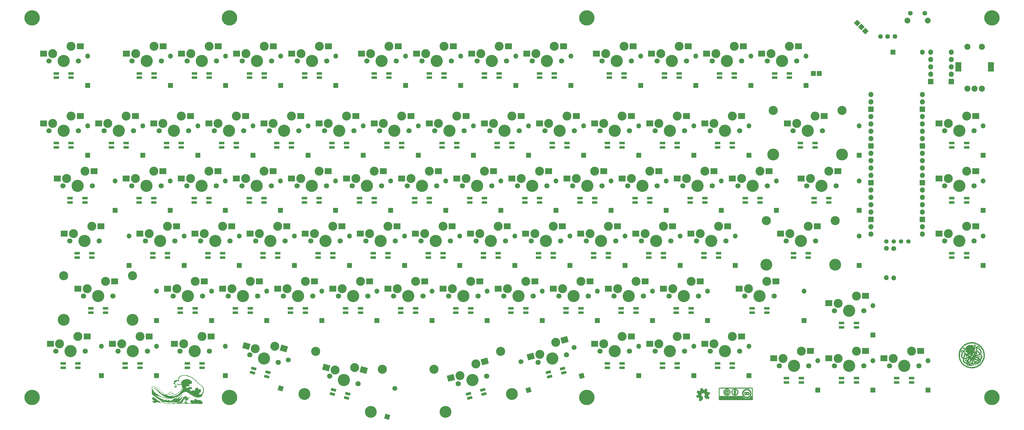
<source format=gbr>
%TF.GenerationSoftware,KiCad,Pcbnew,(6.0.6)*%
%TF.CreationDate,2022-07-23T00:41:05+02:00*%
%TF.ProjectId,middle,6d696464-6c65-42e6-9b69-6361645f7063,rev?*%
%TF.SameCoordinates,Original*%
%TF.FileFunction,Soldermask,Bot*%
%TF.FilePolarity,Negative*%
%FSLAX46Y46*%
G04 Gerber Fmt 4.6, Leading zero omitted, Abs format (unit mm)*
G04 Created by KiCad (PCBNEW (6.0.6)) date 2022-07-23 00:41:05*
%MOMM*%
%LPD*%
G01*
G04 APERTURE LIST*
G04 Aperture macros list*
%AMRoundRect*
0 Rectangle with rounded corners*
0 $1 Rounding radius*
0 $2 $3 $4 $5 $6 $7 $8 $9 X,Y pos of 4 corners*
0 Add a 4 corners polygon primitive as box body*
4,1,4,$2,$3,$4,$5,$6,$7,$8,$9,$2,$3,0*
0 Add four circle primitives for the rounded corners*
1,1,$1+$1,$2,$3*
1,1,$1+$1,$4,$5*
1,1,$1+$1,$6,$7*
1,1,$1+$1,$8,$9*
0 Add four rect primitives between the rounded corners*
20,1,$1+$1,$2,$3,$4,$5,0*
20,1,$1+$1,$4,$5,$6,$7,0*
20,1,$1+$1,$6,$7,$8,$9,0*
20,1,$1+$1,$8,$9,$2,$3,0*%
%AMHorizOval*
0 Thick line with rounded ends*
0 $1 width*
0 $2 $3 position (X,Y) of the first rounded end (center of the circle)*
0 $4 $5 position (X,Y) of the second rounded end (center of the circle)*
0 Add line between two ends*
20,1,$1,$2,$3,$4,$5,0*
0 Add two circle primitives to create the rounded ends*
1,1,$1,$2,$3*
1,1,$1,$4,$5*%
G04 Aperture macros list end*
%ADD10C,0.010000*%
%ADD11C,1.800000*%
%ADD12C,4.200000*%
%ADD13C,3.100000*%
%ADD14RoundRect,0.050000X1.150000X1.000000X-1.150000X1.000000X-1.150000X-1.000000X1.150000X-1.000000X0*%
%ADD15RoundRect,0.050000X-0.850000X-0.410000X0.850000X-0.410000X0.850000X0.410000X-0.850000X0.410000X0*%
%ADD16RoundRect,0.255000X-0.645000X-0.205000X0.645000X-0.205000X0.645000X0.205000X-0.645000X0.205000X0*%
%ADD17RoundRect,0.050000X0.800000X-0.800000X0.800000X0.800000X-0.800000X0.800000X-0.800000X-0.800000X0*%
%ADD18O,1.700000X1.700000*%
%ADD19C,2.100000*%
%ADD20RoundRect,0.050000X1.000000X-1.600000X1.000000X1.600000X-1.000000X1.600000X-1.000000X-1.600000X0*%
%ADD21C,1.624000*%
%ADD22C,2.000000*%
%ADD23RoundRect,0.050000X1.077631X0.000000X0.000000X1.077631X-1.077631X0.000000X0.000000X-1.077631X0*%
%ADD24RoundRect,0.050000X1.369634X0.668284X-0.851996X1.263568X-1.369634X-0.668284X0.851996X-1.263568X0*%
%ADD25RoundRect,0.050000X-0.927153X-0.176033X0.714921X-0.616026X0.927153X0.176033X-0.714921X0.616026X0*%
%ADD26RoundRect,0.255000X-0.676080X-0.031077X0.569964X-0.364953X0.676080X0.031077X-0.569964X0.364953X0*%
%ADD27RoundRect,0.050000X0.979796X-0.565685X0.565685X0.979796X-0.979796X0.565685X-0.565685X-0.979796X0*%
%ADD28HorizOval,1.700000X0.000000X0.000000X0.000000X0.000000X0*%
%ADD29RoundRect,0.050000X0.850000X0.850000X-0.850000X0.850000X-0.850000X-0.850000X0.850000X-0.850000X0*%
%ADD30O,1.800000X1.800000*%
%ADD31C,1.700000*%
%ADD32C,0.800000*%
%ADD33C,5.300000*%
%ADD34RoundRect,0.050000X-0.762000X-0.762000X0.762000X-0.762000X0.762000X0.762000X-0.762000X0.762000X0*%
%ADD35C,4.100000*%
%ADD36C,3.150000*%
%ADD37RoundRect,0.050000X0.851996X1.263568X-1.369634X0.668284X-0.851996X-1.263568X1.369634X-0.668284X0*%
%ADD38RoundRect,0.050000X-0.714921X-0.616026X0.927153X-0.176033X0.714921X0.616026X-0.927153X0.176033X0*%
%ADD39RoundRect,0.255000X-0.569964X-0.364953X0.676080X-0.031077X0.569964X0.364953X-0.676080X0.031077X0*%
%ADD40RoundRect,0.050000X0.565685X-0.979796X0.979796X0.565685X-0.565685X0.979796X-0.979796X-0.565685X0*%
%ADD41HorizOval,1.700000X0.000000X0.000000X0.000000X0.000000X0*%
%ADD42C,1.497000*%
%ADD43RoundRect,0.050000X-0.800000X-0.800000X0.800000X-0.800000X0.800000X0.800000X-0.800000X0.800000X0*%
G04 APERTURE END LIST*
%TO.C,G\u002A\u002A\u002A*%
G36*
X279215182Y-185131151D02*
G01*
X279216448Y-185131454D01*
X279217499Y-185131780D01*
X279221956Y-185133726D01*
X279226111Y-185136797D01*
X279230319Y-185141512D01*
X279234939Y-185148390D01*
X279240325Y-185157948D01*
X279246838Y-185170706D01*
X279254832Y-185187183D01*
X279255035Y-185187607D01*
X279258780Y-185195436D01*
X279264348Y-185207081D01*
X279271584Y-185222214D01*
X279280330Y-185240506D01*
X279290431Y-185261634D01*
X279301729Y-185285268D01*
X279314070Y-185311082D01*
X279327295Y-185338748D01*
X279341250Y-185367940D01*
X279355778Y-185398330D01*
X279370722Y-185429591D01*
X279385925Y-185461397D01*
X279389960Y-185469835D01*
X279404688Y-185500579D01*
X279418901Y-185530159D01*
X279432463Y-185558303D01*
X279445243Y-185584738D01*
X279457107Y-185609190D01*
X279467922Y-185631385D01*
X279477553Y-185651050D01*
X279485868Y-185667913D01*
X279492732Y-185681698D01*
X279498013Y-185692133D01*
X279501577Y-185698944D01*
X279503292Y-185701859D01*
X279503998Y-185702649D01*
X279510300Y-185708127D01*
X279517480Y-185712636D01*
X279518840Y-185713068D01*
X279524707Y-185714274D01*
X279534566Y-185715951D01*
X279548027Y-185718047D01*
X279564704Y-185720513D01*
X279584207Y-185723300D01*
X279606149Y-185726357D01*
X279630141Y-185729636D01*
X279655795Y-185733085D01*
X279682722Y-185736656D01*
X279710537Y-185740299D01*
X279738848Y-185743962D01*
X279767267Y-185747597D01*
X279795408Y-185751154D01*
X279822882Y-185754584D01*
X279849300Y-185757836D01*
X279874275Y-185760861D01*
X279897417Y-185763608D01*
X279918340Y-185766028D01*
X279936654Y-185768070D01*
X279951972Y-185769687D01*
X279963904Y-185770826D01*
X279972065Y-185771440D01*
X279976063Y-185771477D01*
X279983008Y-185769651D01*
X279994130Y-185763068D01*
X279994395Y-185762834D01*
X279997499Y-185759583D01*
X280003378Y-185753075D01*
X280011844Y-185743523D01*
X280022713Y-185731144D01*
X280035795Y-185716152D01*
X280050906Y-185698762D01*
X280067860Y-185679189D01*
X280086470Y-185657649D01*
X280106549Y-185634355D01*
X280127913Y-185609524D01*
X280150373Y-185583370D01*
X280173744Y-185556108D01*
X280197840Y-185527954D01*
X280202871Y-185522070D01*
X280226789Y-185494135D01*
X280249920Y-185467166D01*
X280272081Y-185441377D01*
X280293086Y-185416979D01*
X280312753Y-185394184D01*
X280330897Y-185373205D01*
X280347334Y-185354254D01*
X280361879Y-185337545D01*
X280374348Y-185323288D01*
X280384559Y-185311697D01*
X280392327Y-185302983D01*
X280397465Y-185297359D01*
X280399794Y-185295037D01*
X280405724Y-185291915D01*
X280415830Y-185289475D01*
X280417262Y-185289499D01*
X280419319Y-185289893D01*
X280422088Y-185290782D01*
X280425775Y-185292278D01*
X280430586Y-185294497D01*
X280436725Y-185297551D01*
X280444397Y-185301555D01*
X280453810Y-185306622D01*
X280465165Y-185312866D01*
X280478670Y-185320401D01*
X280494529Y-185329341D01*
X280512948Y-185339800D01*
X280534132Y-185351890D01*
X280558286Y-185365727D01*
X280585615Y-185381423D01*
X280616324Y-185399094D01*
X280650619Y-185418852D01*
X280688704Y-185440812D01*
X280702226Y-185448609D01*
X280739548Y-185470127D01*
X280773137Y-185489499D01*
X280803187Y-185506849D01*
X280829895Y-185522309D01*
X280853454Y-185536003D01*
X280874060Y-185548059D01*
X280891908Y-185558606D01*
X280907193Y-185567772D01*
X280920108Y-185575682D01*
X280930851Y-185582467D01*
X280939616Y-185588252D01*
X280946597Y-185593164D01*
X280951990Y-185597333D01*
X280955990Y-185600885D01*
X280958791Y-185603949D01*
X280960589Y-185606651D01*
X280961578Y-185609119D01*
X280961955Y-185611482D01*
X280961912Y-185613865D01*
X280961646Y-185616397D01*
X280961351Y-185619206D01*
X280961351Y-185619209D01*
X280960487Y-185622592D01*
X280958169Y-185630053D01*
X280954491Y-185641322D01*
X280949545Y-185656125D01*
X280943426Y-185674193D01*
X280936226Y-185695252D01*
X280928041Y-185719031D01*
X280918963Y-185745259D01*
X280909084Y-185773664D01*
X280898500Y-185803974D01*
X280887303Y-185835917D01*
X280875588Y-185869222D01*
X280863447Y-185903617D01*
X280851359Y-185937829D01*
X280839587Y-185971193D01*
X280828306Y-186003213D01*
X280817611Y-186033615D01*
X280807598Y-186062126D01*
X280798364Y-186088471D01*
X280790003Y-186112378D01*
X280782611Y-186133573D01*
X280776283Y-186151783D01*
X280771117Y-186166734D01*
X280767206Y-186178152D01*
X280764647Y-186185764D01*
X280763535Y-186189297D01*
X280763293Y-186190242D01*
X280762464Y-186193546D01*
X280761872Y-186196657D01*
X280761672Y-186199800D01*
X280762016Y-186203201D01*
X280763058Y-186207085D01*
X280764953Y-186211676D01*
X280767852Y-186217200D01*
X280771912Y-186223881D01*
X280777285Y-186231946D01*
X280784125Y-186241619D01*
X280792586Y-186253124D01*
X280802821Y-186266687D01*
X280814984Y-186282533D01*
X280829228Y-186300888D01*
X280845709Y-186321976D01*
X280864579Y-186346022D01*
X280885992Y-186373251D01*
X280910101Y-186403889D01*
X280919727Y-186416113D01*
X280939346Y-186440978D01*
X280958168Y-186464766D01*
X280975988Y-186487221D01*
X280992601Y-186508087D01*
X281007803Y-186527109D01*
X281021386Y-186544031D01*
X281033147Y-186558597D01*
X281042880Y-186570551D01*
X281050381Y-186579637D01*
X281055444Y-186585600D01*
X281057864Y-186588184D01*
X281059127Y-186589188D01*
X281061167Y-186590791D01*
X281063226Y-186592210D01*
X281065543Y-186593437D01*
X281068362Y-186594465D01*
X281071923Y-186595281D01*
X281076467Y-186595879D01*
X281082238Y-186596249D01*
X281089474Y-186596382D01*
X281098418Y-186596269D01*
X281109311Y-186595902D01*
X281122396Y-186595270D01*
X281137912Y-186594365D01*
X281156102Y-186593179D01*
X281177207Y-186591701D01*
X281201468Y-186589924D01*
X281229127Y-186587838D01*
X281260424Y-186585434D01*
X281295603Y-186582703D01*
X281334902Y-186579636D01*
X281378566Y-186576223D01*
X281383118Y-186575869D01*
X281419611Y-186573040D01*
X281454878Y-186570338D01*
X281488636Y-186567786D01*
X281520603Y-186565401D01*
X281550499Y-186563205D01*
X281578042Y-186561217D01*
X281602951Y-186559457D01*
X281624945Y-186557944D01*
X281643742Y-186556699D01*
X281659062Y-186555743D01*
X281670620Y-186555093D01*
X281678139Y-186554771D01*
X281681336Y-186554797D01*
X281681699Y-186554882D01*
X281688681Y-186557830D01*
X281695091Y-186562410D01*
X281695568Y-186562878D01*
X281696479Y-186563914D01*
X281697419Y-186565306D01*
X281698454Y-186567280D01*
X281699649Y-186570067D01*
X281701068Y-186573893D01*
X281702776Y-186578988D01*
X281704836Y-186585578D01*
X281707316Y-186593893D01*
X281710278Y-186604160D01*
X281713788Y-186616606D01*
X281717910Y-186631462D01*
X281722708Y-186648953D01*
X281728248Y-186669309D01*
X281734595Y-186692758D01*
X281741811Y-186719528D01*
X281749963Y-186749846D01*
X281759115Y-186783941D01*
X281769331Y-186822041D01*
X281780677Y-186864375D01*
X281859996Y-187160365D01*
X281853952Y-187171466D01*
X281851421Y-187175660D01*
X281846769Y-187181768D01*
X281842731Y-187185350D01*
X281840553Y-187186426D01*
X281834384Y-187189409D01*
X281824534Y-187194149D01*
X281811258Y-187200522D01*
X281794816Y-187208405D01*
X281775464Y-187217673D01*
X281753463Y-187228206D01*
X281729066Y-187239878D01*
X281702536Y-187252565D01*
X281674127Y-187266145D01*
X281644099Y-187280495D01*
X281612709Y-187295489D01*
X281580215Y-187311007D01*
X281551567Y-187324699D01*
X281520029Y-187339804D01*
X281489827Y-187354303D01*
X281461217Y-187368072D01*
X281434457Y-187380984D01*
X281409805Y-187392915D01*
X281387519Y-187403739D01*
X281367857Y-187413331D01*
X281351077Y-187421565D01*
X281337437Y-187428318D01*
X281327193Y-187433462D01*
X281320604Y-187436873D01*
X281317928Y-187438426D01*
X281312022Y-187445619D01*
X281306518Y-187455827D01*
X281303021Y-187466482D01*
X281302719Y-187468441D01*
X281301860Y-187474881D01*
X281300523Y-187485363D01*
X281298747Y-187499568D01*
X281296572Y-187517181D01*
X281294035Y-187537885D01*
X281291175Y-187561364D01*
X281288031Y-187587301D01*
X281284641Y-187615379D01*
X281281045Y-187645283D01*
X281277280Y-187676695D01*
X281273385Y-187709299D01*
X281272378Y-187717735D01*
X281267822Y-187755969D01*
X281263790Y-187789939D01*
X281260263Y-187819915D01*
X281257226Y-187846164D01*
X281254660Y-187868953D01*
X281252547Y-187888552D01*
X281250873Y-187905226D01*
X281249617Y-187919246D01*
X281248763Y-187930878D01*
X281248295Y-187940392D01*
X281248193Y-187948052D01*
X281248440Y-187954129D01*
X281249020Y-187958891D01*
X281249916Y-187962604D01*
X281251108Y-187965538D01*
X281252581Y-187967959D01*
X281254316Y-187970136D01*
X281256297Y-187972336D01*
X281257904Y-187973832D01*
X281262904Y-187978255D01*
X281271023Y-187985336D01*
X281282038Y-187994887D01*
X281295731Y-188006722D01*
X281311885Y-188020647D01*
X281330277Y-188036477D01*
X281350690Y-188054022D01*
X281372903Y-188073094D01*
X281396698Y-188093501D01*
X281421855Y-188115058D01*
X281448154Y-188137573D01*
X281475376Y-188160860D01*
X281497245Y-188179572D01*
X281523721Y-188202255D01*
X281549085Y-188224019D01*
X281573120Y-188244675D01*
X281595607Y-188264035D01*
X281616328Y-188281908D01*
X281635063Y-188298108D01*
X281651596Y-188312443D01*
X281665707Y-188324727D01*
X281677177Y-188334769D01*
X281685789Y-188342380D01*
X281691324Y-188347374D01*
X281693564Y-188349559D01*
X281694441Y-188350966D01*
X281697143Y-188357703D01*
X281698840Y-188365554D01*
X281698870Y-188365810D01*
X281698981Y-188367416D01*
X281698882Y-188369203D01*
X281698455Y-188371382D01*
X281697586Y-188374165D01*
X281696157Y-188377766D01*
X281694051Y-188382396D01*
X281691153Y-188388267D01*
X281687346Y-188395592D01*
X281682514Y-188404583D01*
X281676539Y-188415453D01*
X281669304Y-188428412D01*
X281660695Y-188443674D01*
X281650594Y-188461452D01*
X281638885Y-188481956D01*
X281625452Y-188505400D01*
X281610177Y-188531994D01*
X281592944Y-188561954D01*
X281573637Y-188595489D01*
X281552140Y-188632813D01*
X281550139Y-188636285D01*
X281531794Y-188668101D01*
X281514013Y-188698888D01*
X281496941Y-188728398D01*
X281480723Y-188756382D01*
X281465505Y-188782593D01*
X281451429Y-188806784D01*
X281438641Y-188828705D01*
X281427285Y-188848109D01*
X281417507Y-188864748D01*
X281409449Y-188878375D01*
X281403259Y-188888741D01*
X281399078Y-188895597D01*
X281397054Y-188898698D01*
X281394932Y-188901306D01*
X281390386Y-188905735D01*
X281385175Y-188908315D01*
X281377334Y-188910189D01*
X281375732Y-188910482D01*
X281373752Y-188910725D01*
X281371510Y-188910772D01*
X281368763Y-188910543D01*
X281365271Y-188909958D01*
X281360794Y-188908940D01*
X281355090Y-188907408D01*
X281347919Y-188905284D01*
X281339041Y-188902490D01*
X281328216Y-188898946D01*
X281315201Y-188894572D01*
X281299757Y-188889290D01*
X281281644Y-188883023D01*
X281260620Y-188875688D01*
X281236446Y-188867209D01*
X281208879Y-188857506D01*
X281177682Y-188846501D01*
X281142611Y-188834113D01*
X281103426Y-188820265D01*
X281080376Y-188812122D01*
X281047569Y-188800549D01*
X281016056Y-188789453D01*
X280986117Y-188778929D01*
X280958029Y-188769075D01*
X280932070Y-188759989D01*
X280908519Y-188751767D01*
X280887651Y-188744507D01*
X280869748Y-188738303D01*
X280855085Y-188733256D01*
X280843942Y-188729460D01*
X280836594Y-188727014D01*
X280833322Y-188726013D01*
X280832831Y-188725914D01*
X280824240Y-188725380D01*
X280815811Y-188726470D01*
X280814625Y-188726803D01*
X280811610Y-188727872D01*
X280808417Y-188729492D01*
X280804657Y-188731994D01*
X280799937Y-188735716D01*
X280793868Y-188740993D01*
X280786059Y-188748158D01*
X280776119Y-188757547D01*
X280763656Y-188769494D01*
X280748282Y-188784333D01*
X280745554Y-188786964D01*
X280731669Y-188800189D01*
X280715772Y-188815121D01*
X280699046Y-188830657D01*
X280682676Y-188845697D01*
X280667846Y-188859140D01*
X280624569Y-188898019D01*
X280613861Y-188897510D01*
X280605014Y-188895971D01*
X280597501Y-188891345D01*
X280596308Y-188889908D01*
X280592353Y-188884909D01*
X280585811Y-188876533D01*
X280576805Y-188864940D01*
X280565461Y-188850296D01*
X280551906Y-188832762D01*
X280536265Y-188812503D01*
X280518662Y-188789682D01*
X280499225Y-188764460D01*
X280478078Y-188737002D01*
X280455348Y-188707470D01*
X280431159Y-188676028D01*
X280405639Y-188642840D01*
X280378912Y-188608066D01*
X280351103Y-188571873D01*
X280322340Y-188534421D01*
X280292746Y-188495875D01*
X280262449Y-188456397D01*
X280230085Y-188414211D01*
X280194231Y-188367451D01*
X280161056Y-188324155D01*
X280130481Y-188284220D01*
X280102428Y-188247542D01*
X280076816Y-188214017D01*
X280053569Y-188183540D01*
X280032608Y-188156010D01*
X280013854Y-188131320D01*
X279997230Y-188109370D01*
X279982655Y-188090055D01*
X279970053Y-188073271D01*
X279959344Y-188058915D01*
X279950450Y-188046881D01*
X279943293Y-188037069D01*
X279937793Y-188029373D01*
X279933874Y-188023688D01*
X279931454Y-188019914D01*
X279930459Y-188017946D01*
X279929883Y-188015747D01*
X279928921Y-188008929D01*
X279929700Y-188002401D01*
X279932562Y-187995493D01*
X279937849Y-187987531D01*
X279945904Y-187977845D01*
X279957069Y-187965762D01*
X279959790Y-187962879D01*
X279969538Y-187952263D01*
X279978897Y-187941674D01*
X279986919Y-187932200D01*
X279992653Y-187924932D01*
X279999511Y-187915938D01*
X280007949Y-187905385D01*
X280015643Y-187896224D01*
X280019543Y-187891684D01*
X280042465Y-187862475D01*
X280064782Y-187829893D01*
X280085888Y-187795002D01*
X280105168Y-187758865D01*
X280122013Y-187722545D01*
X280135810Y-187687106D01*
X280143762Y-187662861D01*
X280157620Y-187610246D01*
X280166914Y-187557296D01*
X280171651Y-187503895D01*
X280171840Y-187449924D01*
X280167488Y-187395268D01*
X280158602Y-187339809D01*
X280149935Y-187302501D01*
X280134232Y-187252100D01*
X280114372Y-187203213D01*
X280090550Y-187156102D01*
X280062963Y-187111030D01*
X280031803Y-187068257D01*
X279997267Y-187028046D01*
X279959550Y-186990660D01*
X279918849Y-186956360D01*
X279875357Y-186925408D01*
X279829271Y-186898067D01*
X279822294Y-186894368D01*
X279772977Y-186871140D01*
X279722433Y-186852259D01*
X279670922Y-186837711D01*
X279618708Y-186827486D01*
X279566049Y-186821570D01*
X279513209Y-186819954D01*
X279460446Y-186822625D01*
X279408023Y-186829572D01*
X279356200Y-186840782D01*
X279305240Y-186856244D01*
X279255402Y-186875946D01*
X279206948Y-186899878D01*
X279160138Y-186928026D01*
X279149879Y-186934922D01*
X279106395Y-186967429D01*
X279066123Y-187003170D01*
X279028857Y-187042342D01*
X278994389Y-187085140D01*
X278988923Y-187092738D01*
X278977154Y-187110316D01*
X278964724Y-187130237D01*
X278952330Y-187151302D01*
X278940667Y-187172310D01*
X278930432Y-187192060D01*
X278922320Y-187209355D01*
X278903602Y-187257282D01*
X278887906Y-187309227D01*
X278876602Y-187361733D01*
X278869651Y-187414547D01*
X278867012Y-187467421D01*
X278868647Y-187520105D01*
X278874518Y-187572351D01*
X278884586Y-187623907D01*
X278898810Y-187674524D01*
X278917154Y-187723954D01*
X278939576Y-187771946D01*
X278966039Y-187818251D01*
X278996504Y-187862619D01*
X279030931Y-187904801D01*
X279058388Y-187934103D01*
X279088754Y-187962672D01*
X279120751Y-187988742D01*
X279155377Y-188013121D01*
X279193625Y-188036614D01*
X279195388Y-188037630D01*
X279232853Y-188057903D01*
X279268236Y-188074457D01*
X279301911Y-188087468D01*
X279312333Y-188091244D01*
X279324914Y-188096142D01*
X279336174Y-188100835D01*
X279338235Y-188101709D01*
X279347856Y-188105402D01*
X279360169Y-188109728D01*
X279373809Y-188114218D01*
X279387406Y-188118403D01*
X279392562Y-188119945D01*
X279407039Y-188124628D01*
X279417814Y-188128913D01*
X279425521Y-188133212D01*
X279430789Y-188137933D01*
X279434252Y-188143490D01*
X279436542Y-188150290D01*
X279436666Y-188151980D01*
X279436513Y-188156079D01*
X279436016Y-188162564D01*
X279435162Y-188171565D01*
X279433932Y-188183209D01*
X279432310Y-188197627D01*
X279430280Y-188214945D01*
X279427827Y-188235294D01*
X279424934Y-188258802D01*
X279421585Y-188285599D01*
X279417765Y-188315811D01*
X279413455Y-188349571D01*
X279408643Y-188387004D01*
X279403309Y-188428241D01*
X279397439Y-188473411D01*
X279391016Y-188522642D01*
X279384025Y-188576063D01*
X279376448Y-188633803D01*
X279368271Y-188695991D01*
X279363338Y-188733451D01*
X279356946Y-188781931D01*
X279350719Y-188829097D01*
X279344683Y-188874744D01*
X279338867Y-188918671D01*
X279333297Y-188960672D01*
X279328000Y-189000544D01*
X279323004Y-189038081D01*
X279318335Y-189073081D01*
X279314022Y-189105338D01*
X279310093Y-189134649D01*
X279306572Y-189160811D01*
X279303489Y-189183618D01*
X279300869Y-189202866D01*
X279298742Y-189218352D01*
X279297133Y-189229871D01*
X279296071Y-189237220D01*
X279295582Y-189240193D01*
X279292237Y-189246905D01*
X279284482Y-189253717D01*
X279275463Y-189259511D01*
X279218545Y-189247479D01*
X279214405Y-189246599D01*
X279194222Y-189242203D01*
X279172263Y-189237275D01*
X279150102Y-189232176D01*
X279129315Y-189227268D01*
X279111480Y-189222913D01*
X279103068Y-189220813D01*
X279083908Y-189216060D01*
X279068523Y-189212320D01*
X279056409Y-189209498D01*
X279047059Y-189207502D01*
X279039967Y-189206234D01*
X279034627Y-189205600D01*
X279030535Y-189205508D01*
X279027183Y-189205862D01*
X279024068Y-189206566D01*
X279023582Y-189206703D01*
X279015666Y-189210138D01*
X279008674Y-189214925D01*
X279007393Y-189216268D01*
X279003121Y-189221042D01*
X278996175Y-189228953D01*
X278986746Y-189239777D01*
X278975027Y-189253294D01*
X278961210Y-189269279D01*
X278945488Y-189287509D01*
X278928052Y-189307762D01*
X278909095Y-189329814D01*
X278888808Y-189353441D01*
X278867386Y-189378423D01*
X278845018Y-189404536D01*
X278821899Y-189431556D01*
X278813537Y-189441332D01*
X278787354Y-189471940D01*
X278763952Y-189499282D01*
X278743162Y-189523545D01*
X278724816Y-189544916D01*
X278708744Y-189563587D01*
X278694782Y-189579744D01*
X278682757Y-189593578D01*
X278672504Y-189605275D01*
X278663853Y-189615025D01*
X278656637Y-189623016D01*
X278650688Y-189629438D01*
X278645836Y-189634477D01*
X278641913Y-189638324D01*
X278638753Y-189641167D01*
X278636185Y-189643193D01*
X278634043Y-189644593D01*
X278632157Y-189645554D01*
X278630360Y-189646265D01*
X278624578Y-189648091D01*
X278617332Y-189649015D01*
X278610313Y-189647726D01*
X278610036Y-189647621D01*
X278606265Y-189645728D01*
X278598793Y-189641684D01*
X278587864Y-189635628D01*
X278573722Y-189627699D01*
X278556614Y-189618039D01*
X278536783Y-189606784D01*
X278514476Y-189594076D01*
X278489938Y-189580055D01*
X278463412Y-189564860D01*
X278435147Y-189548630D01*
X278405385Y-189531504D01*
X278374373Y-189513624D01*
X278342355Y-189495128D01*
X278331890Y-189489076D01*
X278295435Y-189467993D01*
X278262718Y-189449061D01*
X278233532Y-189432156D01*
X278207673Y-189417152D01*
X278184934Y-189403927D01*
X278165109Y-189392353D01*
X278147992Y-189382308D01*
X278133378Y-189373664D01*
X278121060Y-189366300D01*
X278110832Y-189360089D01*
X278102489Y-189354907D01*
X278095825Y-189350629D01*
X278090634Y-189347130D01*
X278086710Y-189344286D01*
X278083846Y-189341972D01*
X278081838Y-189340063D01*
X278080479Y-189338434D01*
X278079563Y-189336961D01*
X278078884Y-189335519D01*
X278078113Y-189333570D01*
X278075960Y-189325621D01*
X278075466Y-189318926D01*
X278075861Y-189317502D01*
X278077657Y-189311966D01*
X278080800Y-189302624D01*
X278085174Y-189289801D01*
X278090665Y-189273824D01*
X278097159Y-189255021D01*
X278104543Y-189233716D01*
X278112701Y-189210236D01*
X278121519Y-189184907D01*
X278130882Y-189158057D01*
X278140678Y-189130009D01*
X278150791Y-189101092D01*
X278161107Y-189071630D01*
X278171513Y-189041952D01*
X278181892Y-189012383D01*
X278192131Y-188983248D01*
X278202118Y-188954875D01*
X278211736Y-188927589D01*
X278220872Y-188901718D01*
X278229410Y-188877586D01*
X278237238Y-188855521D01*
X278244241Y-188835849D01*
X278250304Y-188818895D01*
X278255314Y-188804987D01*
X278259155Y-188794451D01*
X278260045Y-188792004D01*
X278263795Y-188780412D01*
X278265604Y-188771331D01*
X278265640Y-188763414D01*
X278264073Y-188755320D01*
X278263589Y-188753850D01*
X278262337Y-188751078D01*
X278260308Y-188747397D01*
X278257347Y-188742590D01*
X278253299Y-188736448D01*
X278248013Y-188728754D01*
X278241332Y-188719295D01*
X278233102Y-188707857D01*
X278223171Y-188694228D01*
X278211383Y-188678192D01*
X278197586Y-188659539D01*
X278181624Y-188638052D01*
X278163343Y-188613518D01*
X278142591Y-188585724D01*
X278119212Y-188554457D01*
X278104929Y-188535371D01*
X278085747Y-188509757D01*
X278067412Y-188485293D01*
X278050115Y-188462236D01*
X278034049Y-188440840D01*
X278019404Y-188421361D01*
X278006373Y-188404053D01*
X277995148Y-188389169D01*
X277985920Y-188376967D01*
X277978881Y-188367699D01*
X277974223Y-188361621D01*
X277972136Y-188358989D01*
X277964449Y-188352010D01*
X277954618Y-188345781D01*
X277945199Y-188342146D01*
X277942711Y-188342122D01*
X277935803Y-188342421D01*
X277924830Y-188343049D01*
X277910075Y-188343986D01*
X277891827Y-188345212D01*
X277870369Y-188346705D01*
X277845990Y-188348445D01*
X277818973Y-188350414D01*
X277789606Y-188352588D01*
X277758173Y-188354948D01*
X277724961Y-188357474D01*
X277690256Y-188360145D01*
X277654344Y-188362941D01*
X277622602Y-188365424D01*
X277587762Y-188368146D01*
X277554391Y-188370749D01*
X277522773Y-188373211D01*
X277493194Y-188375509D01*
X277465940Y-188377622D01*
X277441295Y-188379528D01*
X277419543Y-188381204D01*
X277400970Y-188382630D01*
X277385861Y-188383781D01*
X277374502Y-188384639D01*
X277367176Y-188385178D01*
X277364169Y-188385377D01*
X277361319Y-188384996D01*
X277354715Y-188382691D01*
X277347509Y-188378963D01*
X277336724Y-188372372D01*
X277257422Y-188076377D01*
X277251441Y-188054054D01*
X277240693Y-188013924D01*
X277231053Y-187977908D01*
X277222466Y-187945773D01*
X277214869Y-187917291D01*
X277208208Y-187892232D01*
X277202423Y-187870366D01*
X277197456Y-187851463D01*
X277193250Y-187835293D01*
X277189746Y-187821626D01*
X277186886Y-187810233D01*
X277184613Y-187800884D01*
X277182867Y-187793348D01*
X277181592Y-187787396D01*
X277180728Y-187782798D01*
X277180219Y-187779324D01*
X277180005Y-187776746D01*
X277180029Y-187774830D01*
X277180233Y-187773350D01*
X277180559Y-187772075D01*
X277180681Y-187771677D01*
X277184080Y-187764476D01*
X277188683Y-187758588D01*
X277188803Y-187758493D01*
X277192055Y-187756636D01*
X277199193Y-187752933D01*
X277209962Y-187747509D01*
X277224110Y-187740486D01*
X277241384Y-187731989D01*
X277261528Y-187722140D01*
X277284289Y-187711065D01*
X277309415Y-187698884D01*
X277336651Y-187685722D01*
X277365743Y-187671704D01*
X277396439Y-187656951D01*
X277428483Y-187641587D01*
X277461623Y-187625737D01*
X277484708Y-187614711D01*
X277521940Y-187596924D01*
X277555344Y-187580957D01*
X277585132Y-187566694D01*
X277611518Y-187554024D01*
X277634716Y-187542835D01*
X277654939Y-187533011D01*
X277672401Y-187524441D01*
X277687315Y-187517013D01*
X277699895Y-187510613D01*
X277710354Y-187505128D01*
X277718906Y-187500446D01*
X277725766Y-187496453D01*
X277731145Y-187493036D01*
X277735257Y-187490083D01*
X277738317Y-187487481D01*
X277740538Y-187485117D01*
X277742134Y-187482878D01*
X277743317Y-187480651D01*
X277744301Y-187478324D01*
X277745301Y-187475782D01*
X277745609Y-187474680D01*
X277746705Y-187469157D01*
X277748378Y-187459540D01*
X277750577Y-187446155D01*
X277753251Y-187429326D01*
X277756351Y-187409375D01*
X277759828Y-187386630D01*
X277763632Y-187361411D01*
X277767712Y-187334044D01*
X277772020Y-187304854D01*
X277776506Y-187274163D01*
X277781119Y-187242297D01*
X277782671Y-187231529D01*
X277788061Y-187194120D01*
X277792824Y-187160936D01*
X277796984Y-187131709D01*
X277800557Y-187106166D01*
X277803568Y-187084034D01*
X277806035Y-187065044D01*
X277807979Y-187048921D01*
X277809421Y-187035395D01*
X277810381Y-187024195D01*
X277810881Y-187015047D01*
X277810939Y-187007682D01*
X277810579Y-187001825D01*
X277809819Y-186997207D01*
X277808680Y-186993555D01*
X277807184Y-186990598D01*
X277805349Y-186988062D01*
X277803198Y-186985679D01*
X277800751Y-186983172D01*
X277798049Y-186980694D01*
X277792047Y-186975398D01*
X277782969Y-186967482D01*
X277771037Y-186957133D01*
X277756468Y-186944540D01*
X277739483Y-186929894D01*
X277720302Y-186913382D01*
X277699143Y-186895194D01*
X277676227Y-186875518D01*
X277651772Y-186854545D01*
X277626000Y-186832462D01*
X277599128Y-186809459D01*
X277571378Y-186785725D01*
X277571295Y-186785654D01*
X277543585Y-186761940D01*
X277516789Y-186738957D01*
X277491125Y-186716893D01*
X277466807Y-186695940D01*
X277444056Y-186676285D01*
X277423085Y-186658115D01*
X277404112Y-186641619D01*
X277387355Y-186626987D01*
X277373031Y-186614406D01*
X277361355Y-186604065D01*
X277352544Y-186596153D01*
X277346816Y-186590858D01*
X277344387Y-186588369D01*
X277343814Y-186587557D01*
X277342200Y-186585369D01*
X277340784Y-186583338D01*
X277339670Y-186581253D01*
X277338966Y-186578906D01*
X277338776Y-186576091D01*
X277339204Y-186572599D01*
X277340355Y-186568223D01*
X277342336Y-186562752D01*
X277345251Y-186555980D01*
X277349204Y-186547701D01*
X277354301Y-186537704D01*
X277360647Y-186525782D01*
X277368348Y-186511727D01*
X277377509Y-186495332D01*
X277388233Y-186476388D01*
X277400627Y-186454687D01*
X277414796Y-186430021D01*
X277430843Y-186402182D01*
X277448877Y-186370963D01*
X277468999Y-186336154D01*
X277491316Y-186297549D01*
X277511542Y-186262561D01*
X277531544Y-186227989D01*
X277549474Y-186197034D01*
X277565452Y-186169496D01*
X277579601Y-186145173D01*
X277592041Y-186123864D01*
X277602892Y-186105369D01*
X277612275Y-186089485D01*
X277620312Y-186076012D01*
X277627122Y-186064748D01*
X277632827Y-186055494D01*
X277637549Y-186048047D01*
X277641405Y-186042206D01*
X277644520Y-186037768D01*
X277647011Y-186034536D01*
X277649003Y-186032307D01*
X277650613Y-186030878D01*
X277651964Y-186030051D01*
X277658636Y-186027744D01*
X277668633Y-186026849D01*
X277668942Y-186026901D01*
X277672986Y-186028057D01*
X277681062Y-186030647D01*
X277692903Y-186034580D01*
X277708244Y-186039764D01*
X277726819Y-186046109D01*
X277748363Y-186053520D01*
X277772610Y-186061908D01*
X277799295Y-186071180D01*
X277828152Y-186081244D01*
X277858915Y-186092008D01*
X277891320Y-186103380D01*
X277925099Y-186115270D01*
X277959988Y-186127584D01*
X277966808Y-186129993D01*
X278001566Y-186142256D01*
X278035199Y-186154090D01*
X278067437Y-186165402D01*
X278098012Y-186176098D01*
X278126653Y-186186088D01*
X278153094Y-186195275D01*
X278177065Y-186203570D01*
X278198297Y-186210877D01*
X278216520Y-186217102D01*
X278231469Y-186222156D01*
X278242870Y-186225943D01*
X278250459Y-186228370D01*
X278253964Y-186229344D01*
X278261892Y-186229925D01*
X278273814Y-186227593D01*
X278275212Y-186226850D01*
X278280456Y-186223419D01*
X278288851Y-186217533D01*
X278300084Y-186209433D01*
X278313845Y-186199352D01*
X278329822Y-186187531D01*
X278347705Y-186174203D01*
X278367182Y-186159609D01*
X278387940Y-186143986D01*
X278409671Y-186127568D01*
X278432061Y-186110596D01*
X278454800Y-186093306D01*
X278477575Y-186075933D01*
X278500077Y-186058717D01*
X278521993Y-186041895D01*
X278543014Y-186025704D01*
X278562826Y-186010380D01*
X278581118Y-185996161D01*
X278597580Y-185983285D01*
X278611900Y-185971988D01*
X278623768Y-185962509D01*
X278632870Y-185955083D01*
X278638898Y-185949949D01*
X278641538Y-185947344D01*
X278642173Y-185946352D01*
X278646042Y-185938559D01*
X278648442Y-185930889D01*
X278648483Y-185930398D01*
X278648393Y-185925823D01*
X278647962Y-185917004D01*
X278647210Y-185904218D01*
X278646158Y-185887745D01*
X278644823Y-185867863D01*
X278643226Y-185844851D01*
X278641388Y-185818989D01*
X278639327Y-185790553D01*
X278637064Y-185759823D01*
X278634618Y-185727078D01*
X278632009Y-185692597D01*
X278629256Y-185656658D01*
X278626379Y-185619539D01*
X278625542Y-185608777D01*
X278622699Y-185571966D01*
X278619987Y-185536413D01*
X278617422Y-185502395D01*
X278615028Y-185470194D01*
X278612822Y-185440087D01*
X278610824Y-185412353D01*
X278609054Y-185387270D01*
X278607533Y-185365119D01*
X278606280Y-185346176D01*
X278605313Y-185330723D01*
X278604654Y-185319036D01*
X278604322Y-185311396D01*
X278604337Y-185308080D01*
X278604408Y-185307715D01*
X278607233Y-185300074D01*
X278611650Y-185293510D01*
X278611843Y-185293310D01*
X278612835Y-185292416D01*
X278614187Y-185291489D01*
X278616125Y-185290465D01*
X278618878Y-185289280D01*
X278622673Y-185287868D01*
X278627740Y-185286167D01*
X278634304Y-185284111D01*
X278642596Y-185281635D01*
X278652841Y-185278676D01*
X278665269Y-185275168D01*
X278680107Y-185271047D01*
X278697583Y-185266251D01*
X278717924Y-185260711D01*
X278741360Y-185254366D01*
X278768118Y-185247151D01*
X278798426Y-185239000D01*
X278832511Y-185229849D01*
X278870601Y-185219636D01*
X278912926Y-185208293D01*
X278922640Y-185205690D01*
X278964012Y-185194607D01*
X279001205Y-185184651D01*
X279034446Y-185175764D01*
X279063967Y-185167887D01*
X279089998Y-185160961D01*
X279112767Y-185154931D01*
X279132503Y-185149737D01*
X279149438Y-185145320D01*
X279163801Y-185141623D01*
X279175820Y-185138588D01*
X279185726Y-185136156D01*
X279193748Y-185134270D01*
X279200116Y-185132871D01*
X279205059Y-185131901D01*
X279208809Y-185131302D01*
X279211592Y-185131016D01*
X279213640Y-185130985D01*
X279215182Y-185131151D01*
G37*
D10*
X279215182Y-185131151D02*
X279216448Y-185131454D01*
X279217499Y-185131780D01*
X279221956Y-185133726D01*
X279226111Y-185136797D01*
X279230319Y-185141512D01*
X279234939Y-185148390D01*
X279240325Y-185157948D01*
X279246838Y-185170706D01*
X279254832Y-185187183D01*
X279255035Y-185187607D01*
X279258780Y-185195436D01*
X279264348Y-185207081D01*
X279271584Y-185222214D01*
X279280330Y-185240506D01*
X279290431Y-185261634D01*
X279301729Y-185285268D01*
X279314070Y-185311082D01*
X279327295Y-185338748D01*
X279341250Y-185367940D01*
X279355778Y-185398330D01*
X279370722Y-185429591D01*
X279385925Y-185461397D01*
X279389960Y-185469835D01*
X279404688Y-185500579D01*
X279418901Y-185530159D01*
X279432463Y-185558303D01*
X279445243Y-185584738D01*
X279457107Y-185609190D01*
X279467922Y-185631385D01*
X279477553Y-185651050D01*
X279485868Y-185667913D01*
X279492732Y-185681698D01*
X279498013Y-185692133D01*
X279501577Y-185698944D01*
X279503292Y-185701859D01*
X279503998Y-185702649D01*
X279510300Y-185708127D01*
X279517480Y-185712636D01*
X279518840Y-185713068D01*
X279524707Y-185714274D01*
X279534566Y-185715951D01*
X279548027Y-185718047D01*
X279564704Y-185720513D01*
X279584207Y-185723300D01*
X279606149Y-185726357D01*
X279630141Y-185729636D01*
X279655795Y-185733085D01*
X279682722Y-185736656D01*
X279710537Y-185740299D01*
X279738848Y-185743962D01*
X279767267Y-185747597D01*
X279795408Y-185751154D01*
X279822882Y-185754584D01*
X279849300Y-185757836D01*
X279874275Y-185760861D01*
X279897417Y-185763608D01*
X279918340Y-185766028D01*
X279936654Y-185768070D01*
X279951972Y-185769687D01*
X279963904Y-185770826D01*
X279972065Y-185771440D01*
X279976063Y-185771477D01*
X279983008Y-185769651D01*
X279994130Y-185763068D01*
X279994395Y-185762834D01*
X279997499Y-185759583D01*
X280003378Y-185753075D01*
X280011844Y-185743523D01*
X280022713Y-185731144D01*
X280035795Y-185716152D01*
X280050906Y-185698762D01*
X280067860Y-185679189D01*
X280086470Y-185657649D01*
X280106549Y-185634355D01*
X280127913Y-185609524D01*
X280150373Y-185583370D01*
X280173744Y-185556108D01*
X280197840Y-185527954D01*
X280202871Y-185522070D01*
X280226789Y-185494135D01*
X280249920Y-185467166D01*
X280272081Y-185441377D01*
X280293086Y-185416979D01*
X280312753Y-185394184D01*
X280330897Y-185373205D01*
X280347334Y-185354254D01*
X280361879Y-185337545D01*
X280374348Y-185323288D01*
X280384559Y-185311697D01*
X280392327Y-185302983D01*
X280397465Y-185297359D01*
X280399794Y-185295037D01*
X280405724Y-185291915D01*
X280415830Y-185289475D01*
X280417262Y-185289499D01*
X280419319Y-185289893D01*
X280422088Y-185290782D01*
X280425775Y-185292278D01*
X280430586Y-185294497D01*
X280436725Y-185297551D01*
X280444397Y-185301555D01*
X280453810Y-185306622D01*
X280465165Y-185312866D01*
X280478670Y-185320401D01*
X280494529Y-185329341D01*
X280512948Y-185339800D01*
X280534132Y-185351890D01*
X280558286Y-185365727D01*
X280585615Y-185381423D01*
X280616324Y-185399094D01*
X280650619Y-185418852D01*
X280688704Y-185440812D01*
X280702226Y-185448609D01*
X280739548Y-185470127D01*
X280773137Y-185489499D01*
X280803187Y-185506849D01*
X280829895Y-185522309D01*
X280853454Y-185536003D01*
X280874060Y-185548059D01*
X280891908Y-185558606D01*
X280907193Y-185567772D01*
X280920108Y-185575682D01*
X280930851Y-185582467D01*
X280939616Y-185588252D01*
X280946597Y-185593164D01*
X280951990Y-185597333D01*
X280955990Y-185600885D01*
X280958791Y-185603949D01*
X280960589Y-185606651D01*
X280961578Y-185609119D01*
X280961955Y-185611482D01*
X280961912Y-185613865D01*
X280961646Y-185616397D01*
X280961351Y-185619206D01*
X280961351Y-185619209D01*
X280960487Y-185622592D01*
X280958169Y-185630053D01*
X280954491Y-185641322D01*
X280949545Y-185656125D01*
X280943426Y-185674193D01*
X280936226Y-185695252D01*
X280928041Y-185719031D01*
X280918963Y-185745259D01*
X280909084Y-185773664D01*
X280898500Y-185803974D01*
X280887303Y-185835917D01*
X280875588Y-185869222D01*
X280863447Y-185903617D01*
X280851359Y-185937829D01*
X280839587Y-185971193D01*
X280828306Y-186003213D01*
X280817611Y-186033615D01*
X280807598Y-186062126D01*
X280798364Y-186088471D01*
X280790003Y-186112378D01*
X280782611Y-186133573D01*
X280776283Y-186151783D01*
X280771117Y-186166734D01*
X280767206Y-186178152D01*
X280764647Y-186185764D01*
X280763535Y-186189297D01*
X280763293Y-186190242D01*
X280762464Y-186193546D01*
X280761872Y-186196657D01*
X280761672Y-186199800D01*
X280762016Y-186203201D01*
X280763058Y-186207085D01*
X280764953Y-186211676D01*
X280767852Y-186217200D01*
X280771912Y-186223881D01*
X280777285Y-186231946D01*
X280784125Y-186241619D01*
X280792586Y-186253124D01*
X280802821Y-186266687D01*
X280814984Y-186282533D01*
X280829228Y-186300888D01*
X280845709Y-186321976D01*
X280864579Y-186346022D01*
X280885992Y-186373251D01*
X280910101Y-186403889D01*
X280919727Y-186416113D01*
X280939346Y-186440978D01*
X280958168Y-186464766D01*
X280975988Y-186487221D01*
X280992601Y-186508087D01*
X281007803Y-186527109D01*
X281021386Y-186544031D01*
X281033147Y-186558597D01*
X281042880Y-186570551D01*
X281050381Y-186579637D01*
X281055444Y-186585600D01*
X281057864Y-186588184D01*
X281059127Y-186589188D01*
X281061167Y-186590791D01*
X281063226Y-186592210D01*
X281065543Y-186593437D01*
X281068362Y-186594465D01*
X281071923Y-186595281D01*
X281076467Y-186595879D01*
X281082238Y-186596249D01*
X281089474Y-186596382D01*
X281098418Y-186596269D01*
X281109311Y-186595902D01*
X281122396Y-186595270D01*
X281137912Y-186594365D01*
X281156102Y-186593179D01*
X281177207Y-186591701D01*
X281201468Y-186589924D01*
X281229127Y-186587838D01*
X281260424Y-186585434D01*
X281295603Y-186582703D01*
X281334902Y-186579636D01*
X281378566Y-186576223D01*
X281383118Y-186575869D01*
X281419611Y-186573040D01*
X281454878Y-186570338D01*
X281488636Y-186567786D01*
X281520603Y-186565401D01*
X281550499Y-186563205D01*
X281578042Y-186561217D01*
X281602951Y-186559457D01*
X281624945Y-186557944D01*
X281643742Y-186556699D01*
X281659062Y-186555743D01*
X281670620Y-186555093D01*
X281678139Y-186554771D01*
X281681336Y-186554797D01*
X281681699Y-186554882D01*
X281688681Y-186557830D01*
X281695091Y-186562410D01*
X281695568Y-186562878D01*
X281696479Y-186563914D01*
X281697419Y-186565306D01*
X281698454Y-186567280D01*
X281699649Y-186570067D01*
X281701068Y-186573893D01*
X281702776Y-186578988D01*
X281704836Y-186585578D01*
X281707316Y-186593893D01*
X281710278Y-186604160D01*
X281713788Y-186616606D01*
X281717910Y-186631462D01*
X281722708Y-186648953D01*
X281728248Y-186669309D01*
X281734595Y-186692758D01*
X281741811Y-186719528D01*
X281749963Y-186749846D01*
X281759115Y-186783941D01*
X281769331Y-186822041D01*
X281780677Y-186864375D01*
X281859996Y-187160365D01*
X281853952Y-187171466D01*
X281851421Y-187175660D01*
X281846769Y-187181768D01*
X281842731Y-187185350D01*
X281840553Y-187186426D01*
X281834384Y-187189409D01*
X281824534Y-187194149D01*
X281811258Y-187200522D01*
X281794816Y-187208405D01*
X281775464Y-187217673D01*
X281753463Y-187228206D01*
X281729066Y-187239878D01*
X281702536Y-187252565D01*
X281674127Y-187266145D01*
X281644099Y-187280495D01*
X281612709Y-187295489D01*
X281580215Y-187311007D01*
X281551567Y-187324699D01*
X281520029Y-187339804D01*
X281489827Y-187354303D01*
X281461217Y-187368072D01*
X281434457Y-187380984D01*
X281409805Y-187392915D01*
X281387519Y-187403739D01*
X281367857Y-187413331D01*
X281351077Y-187421565D01*
X281337437Y-187428318D01*
X281327193Y-187433462D01*
X281320604Y-187436873D01*
X281317928Y-187438426D01*
X281312022Y-187445619D01*
X281306518Y-187455827D01*
X281303021Y-187466482D01*
X281302719Y-187468441D01*
X281301860Y-187474881D01*
X281300523Y-187485363D01*
X281298747Y-187499568D01*
X281296572Y-187517181D01*
X281294035Y-187537885D01*
X281291175Y-187561364D01*
X281288031Y-187587301D01*
X281284641Y-187615379D01*
X281281045Y-187645283D01*
X281277280Y-187676695D01*
X281273385Y-187709299D01*
X281272378Y-187717735D01*
X281267822Y-187755969D01*
X281263790Y-187789939D01*
X281260263Y-187819915D01*
X281257226Y-187846164D01*
X281254660Y-187868953D01*
X281252547Y-187888552D01*
X281250873Y-187905226D01*
X281249617Y-187919246D01*
X281248763Y-187930878D01*
X281248295Y-187940392D01*
X281248193Y-187948052D01*
X281248440Y-187954129D01*
X281249020Y-187958891D01*
X281249916Y-187962604D01*
X281251108Y-187965538D01*
X281252581Y-187967959D01*
X281254316Y-187970136D01*
X281256297Y-187972336D01*
X281257904Y-187973832D01*
X281262904Y-187978255D01*
X281271023Y-187985336D01*
X281282038Y-187994887D01*
X281295731Y-188006722D01*
X281311885Y-188020647D01*
X281330277Y-188036477D01*
X281350690Y-188054022D01*
X281372903Y-188073094D01*
X281396698Y-188093501D01*
X281421855Y-188115058D01*
X281448154Y-188137573D01*
X281475376Y-188160860D01*
X281497245Y-188179572D01*
X281523721Y-188202255D01*
X281549085Y-188224019D01*
X281573120Y-188244675D01*
X281595607Y-188264035D01*
X281616328Y-188281908D01*
X281635063Y-188298108D01*
X281651596Y-188312443D01*
X281665707Y-188324727D01*
X281677177Y-188334769D01*
X281685789Y-188342380D01*
X281691324Y-188347374D01*
X281693564Y-188349559D01*
X281694441Y-188350966D01*
X281697143Y-188357703D01*
X281698840Y-188365554D01*
X281698870Y-188365810D01*
X281698981Y-188367416D01*
X281698882Y-188369203D01*
X281698455Y-188371382D01*
X281697586Y-188374165D01*
X281696157Y-188377766D01*
X281694051Y-188382396D01*
X281691153Y-188388267D01*
X281687346Y-188395592D01*
X281682514Y-188404583D01*
X281676539Y-188415453D01*
X281669304Y-188428412D01*
X281660695Y-188443674D01*
X281650594Y-188461452D01*
X281638885Y-188481956D01*
X281625452Y-188505400D01*
X281610177Y-188531994D01*
X281592944Y-188561954D01*
X281573637Y-188595489D01*
X281552140Y-188632813D01*
X281550139Y-188636285D01*
X281531794Y-188668101D01*
X281514013Y-188698888D01*
X281496941Y-188728398D01*
X281480723Y-188756382D01*
X281465505Y-188782593D01*
X281451429Y-188806784D01*
X281438641Y-188828705D01*
X281427285Y-188848109D01*
X281417507Y-188864748D01*
X281409449Y-188878375D01*
X281403259Y-188888741D01*
X281399078Y-188895597D01*
X281397054Y-188898698D01*
X281394932Y-188901306D01*
X281390386Y-188905735D01*
X281385175Y-188908315D01*
X281377334Y-188910189D01*
X281375732Y-188910482D01*
X281373752Y-188910725D01*
X281371510Y-188910772D01*
X281368763Y-188910543D01*
X281365271Y-188909958D01*
X281360794Y-188908940D01*
X281355090Y-188907408D01*
X281347919Y-188905284D01*
X281339041Y-188902490D01*
X281328216Y-188898946D01*
X281315201Y-188894572D01*
X281299757Y-188889290D01*
X281281644Y-188883023D01*
X281260620Y-188875688D01*
X281236446Y-188867209D01*
X281208879Y-188857506D01*
X281177682Y-188846501D01*
X281142611Y-188834113D01*
X281103426Y-188820265D01*
X281080376Y-188812122D01*
X281047569Y-188800549D01*
X281016056Y-188789453D01*
X280986117Y-188778929D01*
X280958029Y-188769075D01*
X280932070Y-188759989D01*
X280908519Y-188751767D01*
X280887651Y-188744507D01*
X280869748Y-188738303D01*
X280855085Y-188733256D01*
X280843942Y-188729460D01*
X280836594Y-188727014D01*
X280833322Y-188726013D01*
X280832831Y-188725914D01*
X280824240Y-188725380D01*
X280815811Y-188726470D01*
X280814625Y-188726803D01*
X280811610Y-188727872D01*
X280808417Y-188729492D01*
X280804657Y-188731994D01*
X280799937Y-188735716D01*
X280793868Y-188740993D01*
X280786059Y-188748158D01*
X280776119Y-188757547D01*
X280763656Y-188769494D01*
X280748282Y-188784333D01*
X280745554Y-188786964D01*
X280731669Y-188800189D01*
X280715772Y-188815121D01*
X280699046Y-188830657D01*
X280682676Y-188845697D01*
X280667846Y-188859140D01*
X280624569Y-188898019D01*
X280613861Y-188897510D01*
X280605014Y-188895971D01*
X280597501Y-188891345D01*
X280596308Y-188889908D01*
X280592353Y-188884909D01*
X280585811Y-188876533D01*
X280576805Y-188864940D01*
X280565461Y-188850296D01*
X280551906Y-188832762D01*
X280536265Y-188812503D01*
X280518662Y-188789682D01*
X280499225Y-188764460D01*
X280478078Y-188737002D01*
X280455348Y-188707470D01*
X280431159Y-188676028D01*
X280405639Y-188642840D01*
X280378912Y-188608066D01*
X280351103Y-188571873D01*
X280322340Y-188534421D01*
X280292746Y-188495875D01*
X280262449Y-188456397D01*
X280230085Y-188414211D01*
X280194231Y-188367451D01*
X280161056Y-188324155D01*
X280130481Y-188284220D01*
X280102428Y-188247542D01*
X280076816Y-188214017D01*
X280053569Y-188183540D01*
X280032608Y-188156010D01*
X280013854Y-188131320D01*
X279997230Y-188109370D01*
X279982655Y-188090055D01*
X279970053Y-188073271D01*
X279959344Y-188058915D01*
X279950450Y-188046881D01*
X279943293Y-188037069D01*
X279937793Y-188029373D01*
X279933874Y-188023688D01*
X279931454Y-188019914D01*
X279930459Y-188017946D01*
X279929883Y-188015747D01*
X279928921Y-188008929D01*
X279929700Y-188002401D01*
X279932562Y-187995493D01*
X279937849Y-187987531D01*
X279945904Y-187977845D01*
X279957069Y-187965762D01*
X279959790Y-187962879D01*
X279969538Y-187952263D01*
X279978897Y-187941674D01*
X279986919Y-187932200D01*
X279992653Y-187924932D01*
X279999511Y-187915938D01*
X280007949Y-187905385D01*
X280015643Y-187896224D01*
X280019543Y-187891684D01*
X280042465Y-187862475D01*
X280064782Y-187829893D01*
X280085888Y-187795002D01*
X280105168Y-187758865D01*
X280122013Y-187722545D01*
X280135810Y-187687106D01*
X280143762Y-187662861D01*
X280157620Y-187610246D01*
X280166914Y-187557296D01*
X280171651Y-187503895D01*
X280171840Y-187449924D01*
X280167488Y-187395268D01*
X280158602Y-187339809D01*
X280149935Y-187302501D01*
X280134232Y-187252100D01*
X280114372Y-187203213D01*
X280090550Y-187156102D01*
X280062963Y-187111030D01*
X280031803Y-187068257D01*
X279997267Y-187028046D01*
X279959550Y-186990660D01*
X279918849Y-186956360D01*
X279875357Y-186925408D01*
X279829271Y-186898067D01*
X279822294Y-186894368D01*
X279772977Y-186871140D01*
X279722433Y-186852259D01*
X279670922Y-186837711D01*
X279618708Y-186827486D01*
X279566049Y-186821570D01*
X279513209Y-186819954D01*
X279460446Y-186822625D01*
X279408023Y-186829572D01*
X279356200Y-186840782D01*
X279305240Y-186856244D01*
X279255402Y-186875946D01*
X279206948Y-186899878D01*
X279160138Y-186928026D01*
X279149879Y-186934922D01*
X279106395Y-186967429D01*
X279066123Y-187003170D01*
X279028857Y-187042342D01*
X278994389Y-187085140D01*
X278988923Y-187092738D01*
X278977154Y-187110316D01*
X278964724Y-187130237D01*
X278952330Y-187151302D01*
X278940667Y-187172310D01*
X278930432Y-187192060D01*
X278922320Y-187209355D01*
X278903602Y-187257282D01*
X278887906Y-187309227D01*
X278876602Y-187361733D01*
X278869651Y-187414547D01*
X278867012Y-187467421D01*
X278868647Y-187520105D01*
X278874518Y-187572351D01*
X278884586Y-187623907D01*
X278898810Y-187674524D01*
X278917154Y-187723954D01*
X278939576Y-187771946D01*
X278966039Y-187818251D01*
X278996504Y-187862619D01*
X279030931Y-187904801D01*
X279058388Y-187934103D01*
X279088754Y-187962672D01*
X279120751Y-187988742D01*
X279155377Y-188013121D01*
X279193625Y-188036614D01*
X279195388Y-188037630D01*
X279232853Y-188057903D01*
X279268236Y-188074457D01*
X279301911Y-188087468D01*
X279312333Y-188091244D01*
X279324914Y-188096142D01*
X279336174Y-188100835D01*
X279338235Y-188101709D01*
X279347856Y-188105402D01*
X279360169Y-188109728D01*
X279373809Y-188114218D01*
X279387406Y-188118403D01*
X279392562Y-188119945D01*
X279407039Y-188124628D01*
X279417814Y-188128913D01*
X279425521Y-188133212D01*
X279430789Y-188137933D01*
X279434252Y-188143490D01*
X279436542Y-188150290D01*
X279436666Y-188151980D01*
X279436513Y-188156079D01*
X279436016Y-188162564D01*
X279435162Y-188171565D01*
X279433932Y-188183209D01*
X279432310Y-188197627D01*
X279430280Y-188214945D01*
X279427827Y-188235294D01*
X279424934Y-188258802D01*
X279421585Y-188285599D01*
X279417765Y-188315811D01*
X279413455Y-188349571D01*
X279408643Y-188387004D01*
X279403309Y-188428241D01*
X279397439Y-188473411D01*
X279391016Y-188522642D01*
X279384025Y-188576063D01*
X279376448Y-188633803D01*
X279368271Y-188695991D01*
X279363338Y-188733451D01*
X279356946Y-188781931D01*
X279350719Y-188829097D01*
X279344683Y-188874744D01*
X279338867Y-188918671D01*
X279333297Y-188960672D01*
X279328000Y-189000544D01*
X279323004Y-189038081D01*
X279318335Y-189073081D01*
X279314022Y-189105338D01*
X279310093Y-189134649D01*
X279306572Y-189160811D01*
X279303489Y-189183618D01*
X279300869Y-189202866D01*
X279298742Y-189218352D01*
X279297133Y-189229871D01*
X279296071Y-189237220D01*
X279295582Y-189240193D01*
X279292237Y-189246905D01*
X279284482Y-189253717D01*
X279275463Y-189259511D01*
X279218545Y-189247479D01*
X279214405Y-189246599D01*
X279194222Y-189242203D01*
X279172263Y-189237275D01*
X279150102Y-189232176D01*
X279129315Y-189227268D01*
X279111480Y-189222913D01*
X279103068Y-189220813D01*
X279083908Y-189216060D01*
X279068523Y-189212320D01*
X279056409Y-189209498D01*
X279047059Y-189207502D01*
X279039967Y-189206234D01*
X279034627Y-189205600D01*
X279030535Y-189205508D01*
X279027183Y-189205862D01*
X279024068Y-189206566D01*
X279023582Y-189206703D01*
X279015666Y-189210138D01*
X279008674Y-189214925D01*
X279007393Y-189216268D01*
X279003121Y-189221042D01*
X278996175Y-189228953D01*
X278986746Y-189239777D01*
X278975027Y-189253294D01*
X278961210Y-189269279D01*
X278945488Y-189287509D01*
X278928052Y-189307762D01*
X278909095Y-189329814D01*
X278888808Y-189353441D01*
X278867386Y-189378423D01*
X278845018Y-189404536D01*
X278821899Y-189431556D01*
X278813537Y-189441332D01*
X278787354Y-189471940D01*
X278763952Y-189499282D01*
X278743162Y-189523545D01*
X278724816Y-189544916D01*
X278708744Y-189563587D01*
X278694782Y-189579744D01*
X278682757Y-189593578D01*
X278672504Y-189605275D01*
X278663853Y-189615025D01*
X278656637Y-189623016D01*
X278650688Y-189629438D01*
X278645836Y-189634477D01*
X278641913Y-189638324D01*
X278638753Y-189641167D01*
X278636185Y-189643193D01*
X278634043Y-189644593D01*
X278632157Y-189645554D01*
X278630360Y-189646265D01*
X278624578Y-189648091D01*
X278617332Y-189649015D01*
X278610313Y-189647726D01*
X278610036Y-189647621D01*
X278606265Y-189645728D01*
X278598793Y-189641684D01*
X278587864Y-189635628D01*
X278573722Y-189627699D01*
X278556614Y-189618039D01*
X278536783Y-189606784D01*
X278514476Y-189594076D01*
X278489938Y-189580055D01*
X278463412Y-189564860D01*
X278435147Y-189548630D01*
X278405385Y-189531504D01*
X278374373Y-189513624D01*
X278342355Y-189495128D01*
X278331890Y-189489076D01*
X278295435Y-189467993D01*
X278262718Y-189449061D01*
X278233532Y-189432156D01*
X278207673Y-189417152D01*
X278184934Y-189403927D01*
X278165109Y-189392353D01*
X278147992Y-189382308D01*
X278133378Y-189373664D01*
X278121060Y-189366300D01*
X278110832Y-189360089D01*
X278102489Y-189354907D01*
X278095825Y-189350629D01*
X278090634Y-189347130D01*
X278086710Y-189344286D01*
X278083846Y-189341972D01*
X278081838Y-189340063D01*
X278080479Y-189338434D01*
X278079563Y-189336961D01*
X278078884Y-189335519D01*
X278078113Y-189333570D01*
X278075960Y-189325621D01*
X278075466Y-189318926D01*
X278075861Y-189317502D01*
X278077657Y-189311966D01*
X278080800Y-189302624D01*
X278085174Y-189289801D01*
X278090665Y-189273824D01*
X278097159Y-189255021D01*
X278104543Y-189233716D01*
X278112701Y-189210236D01*
X278121519Y-189184907D01*
X278130882Y-189158057D01*
X278140678Y-189130009D01*
X278150791Y-189101092D01*
X278161107Y-189071630D01*
X278171513Y-189041952D01*
X278181892Y-189012383D01*
X278192131Y-188983248D01*
X278202118Y-188954875D01*
X278211736Y-188927589D01*
X278220872Y-188901718D01*
X278229410Y-188877586D01*
X278237238Y-188855521D01*
X278244241Y-188835849D01*
X278250304Y-188818895D01*
X278255314Y-188804987D01*
X278259155Y-188794451D01*
X278260045Y-188792004D01*
X278263795Y-188780412D01*
X278265604Y-188771331D01*
X278265640Y-188763414D01*
X278264073Y-188755320D01*
X278263589Y-188753850D01*
X278262337Y-188751078D01*
X278260308Y-188747397D01*
X278257347Y-188742590D01*
X278253299Y-188736448D01*
X278248013Y-188728754D01*
X278241332Y-188719295D01*
X278233102Y-188707857D01*
X278223171Y-188694228D01*
X278211383Y-188678192D01*
X278197586Y-188659539D01*
X278181624Y-188638052D01*
X278163343Y-188613518D01*
X278142591Y-188585724D01*
X278119212Y-188554457D01*
X278104929Y-188535371D01*
X278085747Y-188509757D01*
X278067412Y-188485293D01*
X278050115Y-188462236D01*
X278034049Y-188440840D01*
X278019404Y-188421361D01*
X278006373Y-188404053D01*
X277995148Y-188389169D01*
X277985920Y-188376967D01*
X277978881Y-188367699D01*
X277974223Y-188361621D01*
X277972136Y-188358989D01*
X277964449Y-188352010D01*
X277954618Y-188345781D01*
X277945199Y-188342146D01*
X277942711Y-188342122D01*
X277935803Y-188342421D01*
X277924830Y-188343049D01*
X277910075Y-188343986D01*
X277891827Y-188345212D01*
X277870369Y-188346705D01*
X277845990Y-188348445D01*
X277818973Y-188350414D01*
X277789606Y-188352588D01*
X277758173Y-188354948D01*
X277724961Y-188357474D01*
X277690256Y-188360145D01*
X277654344Y-188362941D01*
X277622602Y-188365424D01*
X277587762Y-188368146D01*
X277554391Y-188370749D01*
X277522773Y-188373211D01*
X277493194Y-188375509D01*
X277465940Y-188377622D01*
X277441295Y-188379528D01*
X277419543Y-188381204D01*
X277400970Y-188382630D01*
X277385861Y-188383781D01*
X277374502Y-188384639D01*
X277367176Y-188385178D01*
X277364169Y-188385377D01*
X277361319Y-188384996D01*
X277354715Y-188382691D01*
X277347509Y-188378963D01*
X277336724Y-188372372D01*
X277257422Y-188076377D01*
X277251441Y-188054054D01*
X277240693Y-188013924D01*
X277231053Y-187977908D01*
X277222466Y-187945773D01*
X277214869Y-187917291D01*
X277208208Y-187892232D01*
X277202423Y-187870366D01*
X277197456Y-187851463D01*
X277193250Y-187835293D01*
X277189746Y-187821626D01*
X277186886Y-187810233D01*
X277184613Y-187800884D01*
X277182867Y-187793348D01*
X277181592Y-187787396D01*
X277180728Y-187782798D01*
X277180219Y-187779324D01*
X277180005Y-187776746D01*
X277180029Y-187774830D01*
X277180233Y-187773350D01*
X277180559Y-187772075D01*
X277180681Y-187771677D01*
X277184080Y-187764476D01*
X277188683Y-187758588D01*
X277188803Y-187758493D01*
X277192055Y-187756636D01*
X277199193Y-187752933D01*
X277209962Y-187747509D01*
X277224110Y-187740486D01*
X277241384Y-187731989D01*
X277261528Y-187722140D01*
X277284289Y-187711065D01*
X277309415Y-187698884D01*
X277336651Y-187685722D01*
X277365743Y-187671704D01*
X277396439Y-187656951D01*
X277428483Y-187641587D01*
X277461623Y-187625737D01*
X277484708Y-187614711D01*
X277521940Y-187596924D01*
X277555344Y-187580957D01*
X277585132Y-187566694D01*
X277611518Y-187554024D01*
X277634716Y-187542835D01*
X277654939Y-187533011D01*
X277672401Y-187524441D01*
X277687315Y-187517013D01*
X277699895Y-187510613D01*
X277710354Y-187505128D01*
X277718906Y-187500446D01*
X277725766Y-187496453D01*
X277731145Y-187493036D01*
X277735257Y-187490083D01*
X277738317Y-187487481D01*
X277740538Y-187485117D01*
X277742134Y-187482878D01*
X277743317Y-187480651D01*
X277744301Y-187478324D01*
X277745301Y-187475782D01*
X277745609Y-187474680D01*
X277746705Y-187469157D01*
X277748378Y-187459540D01*
X277750577Y-187446155D01*
X277753251Y-187429326D01*
X277756351Y-187409375D01*
X277759828Y-187386630D01*
X277763632Y-187361411D01*
X277767712Y-187334044D01*
X277772020Y-187304854D01*
X277776506Y-187274163D01*
X277781119Y-187242297D01*
X277782671Y-187231529D01*
X277788061Y-187194120D01*
X277792824Y-187160936D01*
X277796984Y-187131709D01*
X277800557Y-187106166D01*
X277803568Y-187084034D01*
X277806035Y-187065044D01*
X277807979Y-187048921D01*
X277809421Y-187035395D01*
X277810381Y-187024195D01*
X277810881Y-187015047D01*
X277810939Y-187007682D01*
X277810579Y-187001825D01*
X277809819Y-186997207D01*
X277808680Y-186993555D01*
X277807184Y-186990598D01*
X277805349Y-186988062D01*
X277803198Y-186985679D01*
X277800751Y-186983172D01*
X277798049Y-186980694D01*
X277792047Y-186975398D01*
X277782969Y-186967482D01*
X277771037Y-186957133D01*
X277756468Y-186944540D01*
X277739483Y-186929894D01*
X277720302Y-186913382D01*
X277699143Y-186895194D01*
X277676227Y-186875518D01*
X277651772Y-186854545D01*
X277626000Y-186832462D01*
X277599128Y-186809459D01*
X277571378Y-186785725D01*
X277571295Y-186785654D01*
X277543585Y-186761940D01*
X277516789Y-186738957D01*
X277491125Y-186716893D01*
X277466807Y-186695940D01*
X277444056Y-186676285D01*
X277423085Y-186658115D01*
X277404112Y-186641619D01*
X277387355Y-186626987D01*
X277373031Y-186614406D01*
X277361355Y-186604065D01*
X277352544Y-186596153D01*
X277346816Y-186590858D01*
X277344387Y-186588369D01*
X277343814Y-186587557D01*
X277342200Y-186585369D01*
X277340784Y-186583338D01*
X277339670Y-186581253D01*
X277338966Y-186578906D01*
X277338776Y-186576091D01*
X277339204Y-186572599D01*
X277340355Y-186568223D01*
X277342336Y-186562752D01*
X277345251Y-186555980D01*
X277349204Y-186547701D01*
X277354301Y-186537704D01*
X277360647Y-186525782D01*
X277368348Y-186511727D01*
X277377509Y-186495332D01*
X277388233Y-186476388D01*
X277400627Y-186454687D01*
X277414796Y-186430021D01*
X277430843Y-186402182D01*
X277448877Y-186370963D01*
X277468999Y-186336154D01*
X277491316Y-186297549D01*
X277511542Y-186262561D01*
X277531544Y-186227989D01*
X277549474Y-186197034D01*
X277565452Y-186169496D01*
X277579601Y-186145173D01*
X277592041Y-186123864D01*
X277602892Y-186105369D01*
X277612275Y-186089485D01*
X277620312Y-186076012D01*
X277627122Y-186064748D01*
X277632827Y-186055494D01*
X277637549Y-186048047D01*
X277641405Y-186042206D01*
X277644520Y-186037768D01*
X277647011Y-186034536D01*
X277649003Y-186032307D01*
X277650613Y-186030878D01*
X277651964Y-186030051D01*
X277658636Y-186027744D01*
X277668633Y-186026849D01*
X277668942Y-186026901D01*
X277672986Y-186028057D01*
X277681062Y-186030647D01*
X277692903Y-186034580D01*
X277708244Y-186039764D01*
X277726819Y-186046109D01*
X277748363Y-186053520D01*
X277772610Y-186061908D01*
X277799295Y-186071180D01*
X277828152Y-186081244D01*
X277858915Y-186092008D01*
X277891320Y-186103380D01*
X277925099Y-186115270D01*
X277959988Y-186127584D01*
X277966808Y-186129993D01*
X278001566Y-186142256D01*
X278035199Y-186154090D01*
X278067437Y-186165402D01*
X278098012Y-186176098D01*
X278126653Y-186186088D01*
X278153094Y-186195275D01*
X278177065Y-186203570D01*
X278198297Y-186210877D01*
X278216520Y-186217102D01*
X278231469Y-186222156D01*
X278242870Y-186225943D01*
X278250459Y-186228370D01*
X278253964Y-186229344D01*
X278261892Y-186229925D01*
X278273814Y-186227593D01*
X278275212Y-186226850D01*
X278280456Y-186223419D01*
X278288851Y-186217533D01*
X278300084Y-186209433D01*
X278313845Y-186199352D01*
X278329822Y-186187531D01*
X278347705Y-186174203D01*
X278367182Y-186159609D01*
X278387940Y-186143986D01*
X278409671Y-186127568D01*
X278432061Y-186110596D01*
X278454800Y-186093306D01*
X278477575Y-186075933D01*
X278500077Y-186058717D01*
X278521993Y-186041895D01*
X278543014Y-186025704D01*
X278562826Y-186010380D01*
X278581118Y-185996161D01*
X278597580Y-185983285D01*
X278611900Y-185971988D01*
X278623768Y-185962509D01*
X278632870Y-185955083D01*
X278638898Y-185949949D01*
X278641538Y-185947344D01*
X278642173Y-185946352D01*
X278646042Y-185938559D01*
X278648442Y-185930889D01*
X278648483Y-185930398D01*
X278648393Y-185925823D01*
X278647962Y-185917004D01*
X278647210Y-185904218D01*
X278646158Y-185887745D01*
X278644823Y-185867863D01*
X278643226Y-185844851D01*
X278641388Y-185818989D01*
X278639327Y-185790553D01*
X278637064Y-185759823D01*
X278634618Y-185727078D01*
X278632009Y-185692597D01*
X278629256Y-185656658D01*
X278626379Y-185619539D01*
X278625542Y-185608777D01*
X278622699Y-185571966D01*
X278619987Y-185536413D01*
X278617422Y-185502395D01*
X278615028Y-185470194D01*
X278612822Y-185440087D01*
X278610824Y-185412353D01*
X278609054Y-185387270D01*
X278607533Y-185365119D01*
X278606280Y-185346176D01*
X278605313Y-185330723D01*
X278604654Y-185319036D01*
X278604322Y-185311396D01*
X278604337Y-185308080D01*
X278604408Y-185307715D01*
X278607233Y-185300074D01*
X278611650Y-185293510D01*
X278611843Y-185293310D01*
X278612835Y-185292416D01*
X278614187Y-185291489D01*
X278616125Y-185290465D01*
X278618878Y-185289280D01*
X278622673Y-185287868D01*
X278627740Y-185286167D01*
X278634304Y-185284111D01*
X278642596Y-185281635D01*
X278652841Y-185278676D01*
X278665269Y-185275168D01*
X278680107Y-185271047D01*
X278697583Y-185266251D01*
X278717924Y-185260711D01*
X278741360Y-185254366D01*
X278768118Y-185247151D01*
X278798426Y-185239000D01*
X278832511Y-185229849D01*
X278870601Y-185219636D01*
X278912926Y-185208293D01*
X278922640Y-185205690D01*
X278964012Y-185194607D01*
X279001205Y-185184651D01*
X279034446Y-185175764D01*
X279063967Y-185167887D01*
X279089998Y-185160961D01*
X279112767Y-185154931D01*
X279132503Y-185149737D01*
X279149438Y-185145320D01*
X279163801Y-185141623D01*
X279175820Y-185138588D01*
X279185726Y-185136156D01*
X279193748Y-185134270D01*
X279200116Y-185132871D01*
X279205059Y-185131901D01*
X279208809Y-185131302D01*
X279211592Y-185131016D01*
X279213640Y-185130985D01*
X279215182Y-185131151D01*
%TO.C,LogoMiddleBack*%
G36*
X96010327Y-188740735D02*
G01*
X95953239Y-188753077D01*
X95897991Y-188763263D01*
X95863742Y-188768465D01*
X95751322Y-188779727D01*
X95620934Y-188786316D01*
X95482339Y-188788207D01*
X95345297Y-188785371D01*
X95219571Y-188777783D01*
X95114923Y-188765416D01*
X94972758Y-188742311D01*
X94870084Y-188784588D01*
X94828480Y-188800863D01*
X94789919Y-188812711D01*
X94748913Y-188820325D01*
X94698177Y-188824639D01*
X94630423Y-188826586D01*
X94538368Y-188827101D01*
X94455479Y-188826448D01*
X94372533Y-188823297D01*
X94295105Y-188816567D01*
X94217279Y-188805201D01*
X94133134Y-188788141D01*
X94036753Y-188764331D01*
X93922216Y-188732711D01*
X93783605Y-188692225D01*
X93749108Y-188682075D01*
X93631242Y-188648291D01*
X93504009Y-188612912D01*
X93380595Y-188579568D01*
X93274188Y-188551892D01*
X93089525Y-188503040D01*
X92702868Y-188387612D01*
X92306658Y-188252350D01*
X92272956Y-188240288D01*
X92167636Y-188204081D01*
X92051526Y-188165970D01*
X91929714Y-188127462D01*
X91807287Y-188090069D01*
X91689333Y-188055298D01*
X91580940Y-188024661D01*
X91487194Y-187999666D01*
X91413183Y-187981823D01*
X91363994Y-187972642D01*
X91352651Y-187971086D01*
X91286353Y-187958296D01*
X91223985Y-187941599D01*
X91179958Y-187928777D01*
X91103457Y-187909567D01*
X91007950Y-187887765D01*
X90898420Y-187864319D01*
X90779852Y-187840175D01*
X90657230Y-187816280D01*
X90535539Y-187793579D01*
X90419762Y-187773019D01*
X90314883Y-187755546D01*
X90225888Y-187742108D01*
X90157760Y-187733649D01*
X90115482Y-187731118D01*
X90111279Y-187733998D01*
X90127070Y-187745829D01*
X90163760Y-187764691D01*
X90216218Y-187788307D01*
X90279313Y-187814398D01*
X90347912Y-187840688D01*
X90416884Y-187864898D01*
X90445891Y-187874992D01*
X90546841Y-187914848D01*
X90668318Y-187968293D01*
X90805674Y-188032947D01*
X90954262Y-188106433D01*
X91109432Y-188186372D01*
X91266537Y-188270384D01*
X91420929Y-188356091D01*
X91567960Y-188441115D01*
X91702982Y-188523076D01*
X91729762Y-188539772D01*
X91860769Y-188619915D01*
X91973899Y-188685370D01*
X92075903Y-188739035D01*
X92173530Y-188783808D01*
X92273530Y-188822587D01*
X92382653Y-188858270D01*
X92507649Y-188893756D01*
X92655266Y-188931941D01*
X92664243Y-188934193D01*
X92785882Y-188963742D01*
X92882611Y-188984987D01*
X92959394Y-188998834D01*
X93021198Y-189006184D01*
X93072988Y-189007942D01*
X93074061Y-189007926D01*
X93129688Y-189008475D01*
X93171847Y-189011406D01*
X93191488Y-189016097D01*
X93190201Y-189031574D01*
X93164470Y-189052479D01*
X93119627Y-189074890D01*
X93061440Y-189095295D01*
X93031181Y-189104068D01*
X92883603Y-189147217D01*
X92764827Y-189182814D01*
X92673443Y-189211535D01*
X92608041Y-189234053D01*
X92567212Y-189251042D01*
X92549547Y-189263178D01*
X92553636Y-189271134D01*
X92578070Y-189275584D01*
X92621440Y-189277203D01*
X92682335Y-189276665D01*
X92720464Y-189276092D01*
X92789286Y-189277226D01*
X92842793Y-189283066D01*
X92892220Y-189295244D01*
X92948799Y-189315393D01*
X93039541Y-189343817D01*
X93146250Y-189357153D01*
X93213753Y-189352071D01*
X93314772Y-189334263D01*
X93435496Y-189304767D01*
X93571252Y-189264744D01*
X93717364Y-189215354D01*
X93785020Y-189191711D01*
X93864922Y-189165179D01*
X93935058Y-189143300D01*
X93985507Y-189129260D01*
X93986989Y-189128899D01*
X94047433Y-189113251D01*
X94121819Y-189092746D01*
X94194393Y-189071724D01*
X94211331Y-189066796D01*
X94266743Y-189052624D01*
X94307880Y-189045089D01*
X94326850Y-189045738D01*
X94329703Y-189051107D01*
X94322265Y-189079111D01*
X94292775Y-189123431D01*
X94243338Y-189181705D01*
X94176060Y-189251567D01*
X94093047Y-189330656D01*
X93996405Y-189416609D01*
X93985321Y-189426191D01*
X93929594Y-189475252D01*
X93885110Y-189515868D01*
X93856157Y-189544046D01*
X93847020Y-189555792D01*
X93848541Y-189556192D01*
X93871153Y-189552309D01*
X93914309Y-189540929D01*
X93970389Y-189524015D01*
X94034255Y-189505812D01*
X94122064Y-189483651D01*
X94226303Y-189459176D01*
X94339621Y-189433982D01*
X94454666Y-189409663D01*
X94564085Y-189387812D01*
X94660527Y-189370024D01*
X94736640Y-189357892D01*
X94796708Y-189347676D01*
X94859029Y-189333400D01*
X94904116Y-189319070D01*
X94943825Y-189304823D01*
X95004516Y-189286505D01*
X95069152Y-189269594D01*
X95125978Y-189254649D01*
X95199978Y-189232201D01*
X95261214Y-189210565D01*
X95307597Y-189194069D01*
X95345810Y-189188792D01*
X95362761Y-189203637D01*
X95360758Y-189241280D01*
X95342108Y-189304396D01*
X95334427Y-189324591D01*
X95290205Y-189407392D01*
X95226330Y-189495494D01*
X95149075Y-189580950D01*
X95064712Y-189655813D01*
X95036651Y-189678599D01*
X95009664Y-189703272D01*
X95001485Y-189715108D01*
X95001841Y-189715299D01*
X95021343Y-189713236D01*
X95066182Y-189704405D01*
X95131568Y-189689901D01*
X95212711Y-189670820D01*
X95304821Y-189648255D01*
X95403107Y-189623302D01*
X95415342Y-189619575D01*
X95466151Y-189598469D01*
X95528858Y-189566831D01*
X95592659Y-189529980D01*
X95605256Y-189522165D01*
X95676997Y-189477634D01*
X95749895Y-189432354D01*
X95809947Y-189395023D01*
X95864008Y-189359731D01*
X95935411Y-189309936D01*
X95999500Y-189262263D01*
X96027953Y-189240622D01*
X96093219Y-189192976D01*
X96167538Y-189140537D01*
X96239733Y-189091259D01*
X96280917Y-189063308D01*
X96352790Y-189012849D01*
X96418864Y-188964599D01*
X96468775Y-188926035D01*
X96483116Y-188914573D01*
X96541783Y-188869988D01*
X96611022Y-188819800D01*
X96678728Y-188772845D01*
X96745175Y-188727082D01*
X96856719Y-188645561D01*
X96953568Y-188568620D01*
X97029117Y-188501376D01*
X97042931Y-188489021D01*
X97077504Y-188466225D01*
X97101886Y-188461357D01*
X97114330Y-188470429D01*
X97129912Y-188507140D01*
X97134536Y-188563885D01*
X97128875Y-188634577D01*
X97113598Y-188713133D01*
X97089377Y-188793467D01*
X97056884Y-188869494D01*
X97040344Y-188904329D01*
X97026291Y-188940420D01*
X97023962Y-188957485D01*
X97025286Y-188957926D01*
X97045449Y-188950277D01*
X97083199Y-188929059D01*
X97131647Y-188898070D01*
X97207898Y-188845373D01*
X97358051Y-188732060D01*
X97488657Y-188619902D01*
X97594483Y-188513250D01*
X97612377Y-188493572D01*
X97677236Y-188427526D01*
X97735663Y-188375998D01*
X97783392Y-188342503D01*
X97816158Y-188330556D01*
X97822788Y-188337604D01*
X97823105Y-188371620D01*
X97812889Y-188432253D01*
X97792518Y-188517772D01*
X97762373Y-188626450D01*
X97722830Y-188756555D01*
X97696396Y-188841527D01*
X97672967Y-188918726D01*
X97654924Y-188980259D01*
X97643676Y-189021317D01*
X97640632Y-189037091D01*
X97649613Y-189033718D01*
X97677554Y-189015720D01*
X97716977Y-188986908D01*
X97727197Y-188978762D01*
X97780441Y-188929356D01*
X97844648Y-188861417D01*
X97914485Y-188781233D01*
X97984618Y-188695093D01*
X98049715Y-188609283D01*
X98104442Y-188530091D01*
X98138140Y-188478074D01*
X98186342Y-188403738D01*
X98239243Y-188322209D01*
X98290233Y-188243678D01*
X98290432Y-188243372D01*
X98337844Y-188170046D01*
X98383573Y-188098744D01*
X98422420Y-188037608D01*
X98449184Y-187994777D01*
X98468530Y-187966087D01*
X98504749Y-187925602D01*
X98537032Y-187904989D01*
X98560112Y-187908353D01*
X98560245Y-187915967D01*
X98553314Y-187948312D01*
X98539156Y-187999517D01*
X98519557Y-188062777D01*
X98513454Y-188082341D01*
X98490351Y-188169703D01*
X98471810Y-188259873D01*
X98461263Y-188336721D01*
X98450697Y-188463414D01*
X98507282Y-188416730D01*
X98518907Y-188406693D01*
X98561077Y-188366738D01*
X98612248Y-188314795D01*
X98663835Y-188259485D01*
X98688717Y-188232130D01*
X98751861Y-188163582D01*
X98820670Y-188089772D01*
X98884129Y-188022545D01*
X98917994Y-187986145D01*
X98975669Y-187920887D01*
X99027349Y-187858725D01*
X99064871Y-187809287D01*
X99079213Y-187788684D01*
X99121416Y-187728189D01*
X99170373Y-187658137D01*
X99218165Y-187589863D01*
X99240918Y-187556484D01*
X99282923Y-187490283D01*
X99317766Y-187429665D01*
X99339603Y-187384515D01*
X99339649Y-187384397D01*
X99365332Y-187333700D01*
X99390726Y-187308991D01*
X99412820Y-187311669D01*
X99428605Y-187343135D01*
X99429822Y-187374934D01*
X99416890Y-187426136D01*
X99387389Y-187498195D01*
X99366007Y-187540886D01*
X99324296Y-187614820D01*
X99271445Y-187702186D01*
X99211867Y-187796195D01*
X99149972Y-187890056D01*
X99090173Y-187976980D01*
X99036882Y-188050176D01*
X98994509Y-188102855D01*
X98959172Y-188144448D01*
X98911789Y-188202851D01*
X98866609Y-188260815D01*
X98834436Y-188300935D01*
X98781440Y-188362782D01*
X98720365Y-188430885D01*
X98658990Y-188496414D01*
X98646538Y-188509456D01*
X98564941Y-188600633D01*
X98505113Y-188678732D01*
X98468323Y-188741931D01*
X98455840Y-188788407D01*
X98456132Y-188792092D01*
X98466533Y-188823816D01*
X98487200Y-188863672D01*
X98494800Y-188875269D01*
X98525184Y-188904708D01*
X98563753Y-188913838D01*
X98616037Y-188902892D01*
X98687561Y-188872102D01*
X98688485Y-188871649D01*
X98727812Y-188851516D01*
X98760376Y-188831572D01*
X98791673Y-188807011D01*
X98827202Y-188773027D01*
X98872460Y-188724812D01*
X98932945Y-188657559D01*
X98994852Y-188594010D01*
X99090865Y-188512218D01*
X99191917Y-188442382D01*
X99290686Y-188389406D01*
X99379848Y-188358196D01*
X99439171Y-188345558D01*
X99507740Y-188334949D01*
X99548213Y-188335311D01*
X99561502Y-188346587D01*
X99557238Y-188362953D01*
X99537084Y-188405066D01*
X99503100Y-188464581D01*
X99458309Y-188536806D01*
X99405733Y-188617049D01*
X99348391Y-188700619D01*
X99289307Y-188782823D01*
X99231502Y-188858972D01*
X99137282Y-188977259D01*
X98952913Y-189199931D01*
X98764429Y-189417055D01*
X98581374Y-189617497D01*
X98552913Y-189648207D01*
X98487608Y-189721145D01*
X98454710Y-189759307D01*
X98423337Y-189795701D01*
X98370628Y-189859771D01*
X98364820Y-189867060D01*
X98281348Y-189961019D01*
X98197471Y-190031677D01*
X98105526Y-190083410D01*
X97997849Y-190120598D01*
X97866779Y-190147618D01*
X97847479Y-190150563D01*
X97800299Y-190156162D01*
X97749462Y-190159460D01*
X97691000Y-190160322D01*
X97620947Y-190158616D01*
X97535336Y-190154210D01*
X97430200Y-190146970D01*
X97301572Y-190136764D01*
X97145484Y-190123458D01*
X97123335Y-190121548D01*
X97005578Y-190112486D01*
X96912309Y-190108222D01*
X96837651Y-190109381D01*
X96775731Y-190116591D01*
X96720673Y-190130476D01*
X96666603Y-190151664D01*
X96607646Y-190180780D01*
X96585046Y-190193197D01*
X96508484Y-190242665D01*
X96437881Y-190298548D01*
X96380852Y-190354382D01*
X96345011Y-190403703D01*
X96320141Y-190451798D01*
X96720579Y-190441557D01*
X96838211Y-190438520D01*
X97022845Y-190433582D01*
X97179452Y-190429095D01*
X97310307Y-190424937D01*
X97417682Y-190420986D01*
X97503851Y-190417120D01*
X97571089Y-190413216D01*
X97621668Y-190409154D01*
X97657862Y-190404811D01*
X97681946Y-190400065D01*
X97696191Y-190394794D01*
X97702874Y-190388877D01*
X97712500Y-190379645D01*
X97713068Y-190379272D01*
X99220920Y-190379272D01*
X99355670Y-190397187D01*
X99381078Y-190400412D01*
X99456277Y-190409064D01*
X99549295Y-190418918D01*
X99650700Y-190428995D01*
X99751054Y-190438313D01*
X99779194Y-190440747D01*
X99893704Y-190449534D01*
X100015429Y-190457437D01*
X100131489Y-190463670D01*
X100229003Y-190467447D01*
X100312570Y-190469491D01*
X100372623Y-190470021D01*
X100409671Y-190468474D01*
X100428082Y-190464397D01*
X100432221Y-190457331D01*
X100426453Y-190446821D01*
X100416138Y-190433082D01*
X100388278Y-190396111D01*
X100355123Y-190352218D01*
X100327796Y-190313331D01*
X100289754Y-190236808D01*
X100276813Y-190160747D01*
X100286725Y-190076074D01*
X100308814Y-190009979D01*
X100365491Y-189912142D01*
X100450718Y-189810884D01*
X100563115Y-189708041D01*
X100566762Y-189705044D01*
X100636464Y-189645365D01*
X100684517Y-189597275D01*
X100715224Y-189554890D01*
X100732891Y-189512325D01*
X100741822Y-189463693D01*
X100742138Y-189460767D01*
X100743033Y-189422891D01*
X100735368Y-189385192D01*
X100716368Y-189338710D01*
X100683261Y-189274485D01*
X100654667Y-189223661D01*
X100612732Y-189161363D01*
X100570071Y-189118194D01*
X100519592Y-189087610D01*
X100454205Y-189063065D01*
X100427898Y-189055273D01*
X100363128Y-189043946D01*
X100315837Y-189053275D01*
X100279184Y-189085944D01*
X100246328Y-189144639D01*
X100216652Y-189199278D01*
X100189133Y-189226303D01*
X100165004Y-189222320D01*
X100143880Y-189187490D01*
X100136688Y-189143673D01*
X100143033Y-189081723D01*
X100161906Y-189020135D01*
X100190298Y-188972831D01*
X100198130Y-188964690D01*
X100262607Y-188921979D01*
X100341642Y-188901202D01*
X100427119Y-188903446D01*
X100510920Y-188929803D01*
X100574235Y-188960394D01*
X100569392Y-188903265D01*
X100566284Y-188877008D01*
X100556332Y-188853964D01*
X100532230Y-188839920D01*
X100485569Y-188827250D01*
X100430494Y-188812589D01*
X100331145Y-188779357D01*
X100238155Y-188740329D01*
X100159795Y-188699145D01*
X100104337Y-188659447D01*
X100070617Y-188628595D01*
X100063443Y-188846833D01*
X100062270Y-188880472D01*
X100058058Y-188966531D01*
X100051783Y-189033552D01*
X100041962Y-189091010D01*
X100027110Y-189148378D01*
X100005743Y-189215133D01*
X99978105Y-189292177D01*
X99915850Y-189440713D01*
X99845210Y-189582791D01*
X99770464Y-189710140D01*
X99695887Y-189814485D01*
X99671453Y-189844967D01*
X99612796Y-189919980D01*
X99550591Y-190001431D01*
X99494775Y-190076381D01*
X99464337Y-190116716D01*
X99407849Y-190186785D01*
X99352121Y-190250933D01*
X99305700Y-190299091D01*
X99220920Y-190379272D01*
X97713068Y-190379272D01*
X97746723Y-190357154D01*
X97798443Y-190328150D01*
X97860834Y-190296618D01*
X97937407Y-190258524D01*
X98043298Y-190203166D01*
X98157196Y-190141397D01*
X98269986Y-190078254D01*
X98372552Y-190018769D01*
X98455781Y-189967980D01*
X98539863Y-189912554D01*
X98663901Y-189824500D01*
X98790531Y-189728194D01*
X98914832Y-189627765D01*
X99031887Y-189527343D01*
X99136774Y-189431057D01*
X99224575Y-189343038D01*
X99290369Y-189267413D01*
X99346183Y-189192417D01*
X99414867Y-189092468D01*
X99484274Y-188984537D01*
X99550420Y-188875238D01*
X99609317Y-188771184D01*
X99656981Y-188678989D01*
X99689427Y-188605265D01*
X99705566Y-188563162D01*
X99725289Y-188516280D01*
X99739567Y-188492131D01*
X99751361Y-188486289D01*
X99763633Y-188494325D01*
X99770288Y-188502009D01*
X99795730Y-188547313D01*
X99820375Y-188612030D01*
X99841432Y-188686667D01*
X99856113Y-188761732D01*
X99861627Y-188827731D01*
X99861541Y-188833624D01*
X99855981Y-188892421D01*
X99842882Y-188973281D01*
X99823842Y-189069065D01*
X99800462Y-189172631D01*
X99774341Y-189276838D01*
X99747081Y-189374546D01*
X99720279Y-189458614D01*
X99705655Y-189503341D01*
X99695345Y-189541136D01*
X99693606Y-189557851D01*
X99703759Y-189550241D01*
X99724894Y-189520518D01*
X99753265Y-189474611D01*
X99785331Y-189418704D01*
X99817549Y-189358982D01*
X99846379Y-189301630D01*
X99868277Y-189252832D01*
X99903451Y-189148969D01*
X99926687Y-189034363D01*
X99937627Y-188904910D01*
X99937310Y-188753086D01*
X99930765Y-188559598D01*
X99857398Y-188417151D01*
X99854521Y-188411583D01*
X99821099Y-188350385D01*
X99787400Y-188297605D01*
X99748612Y-188247531D01*
X99699924Y-188194448D01*
X99636525Y-188132643D01*
X99553604Y-188056404D01*
X99515583Y-188019583D01*
X99490867Y-187987064D01*
X99490896Y-187968490D01*
X99503901Y-187967070D01*
X99538384Y-187978396D01*
X99585786Y-188001200D01*
X99638811Y-188031540D01*
X99690164Y-188065475D01*
X99732548Y-188099061D01*
X99754344Y-188115531D01*
X99777437Y-188125208D01*
X99782599Y-188127250D01*
X99807406Y-188146260D01*
X99845263Y-188180952D01*
X99890280Y-188226062D01*
X99987126Y-188326917D01*
X100028106Y-188256988D01*
X100034679Y-188246078D01*
X100086927Y-188177810D01*
X100151382Y-188124975D01*
X100231682Y-188086207D01*
X100331466Y-188060138D01*
X100454373Y-188045403D01*
X100604039Y-188040635D01*
X100618139Y-188040618D01*
X100705753Y-188040981D01*
X100770143Y-188042896D01*
X100818674Y-188047342D01*
X100858708Y-188055297D01*
X100897611Y-188067740D01*
X100942747Y-188085651D01*
X100953377Y-188090145D01*
X101064461Y-188152209D01*
X101148891Y-188231074D01*
X101206946Y-188327186D01*
X101238903Y-188440995D01*
X101245040Y-188572948D01*
X101238808Y-188704661D01*
X101343967Y-188635433D01*
X101377327Y-188614920D01*
X101483819Y-188562272D01*
X101605215Y-188517591D01*
X101646300Y-188505049D01*
X101714079Y-188486766D01*
X101769493Y-188477034D01*
X101824121Y-188474184D01*
X101889543Y-188476542D01*
X101958494Y-188483513D01*
X102071590Y-188507867D01*
X102170518Y-188545534D01*
X102247072Y-188593822D01*
X102266953Y-188611933D01*
X102291547Y-188644658D01*
X102290223Y-188664986D01*
X102265677Y-188671579D01*
X102220606Y-188663098D01*
X102157706Y-188638203D01*
X102141972Y-188630985D01*
X102056867Y-188602058D01*
X101976759Y-188595796D01*
X101893019Y-188612544D01*
X101797019Y-188652647D01*
X101789116Y-188656622D01*
X101727005Y-188692109D01*
X101671557Y-188730357D01*
X101633952Y-188763748D01*
X101605571Y-188802281D01*
X101562533Y-188888504D01*
X101528251Y-188993390D01*
X101504584Y-189109114D01*
X101493394Y-189227847D01*
X101496541Y-189341762D01*
X101500057Y-189392060D01*
X101498928Y-189437357D01*
X101491967Y-189457901D01*
X101478672Y-189456161D01*
X101447305Y-189438454D01*
X101407616Y-189407869D01*
X101349576Y-189361465D01*
X101287781Y-189325417D01*
X101231717Y-189312823D01*
X101174402Y-189322398D01*
X101108852Y-189352855D01*
X101057916Y-189385650D01*
X101024502Y-189421474D01*
X101023895Y-189422891D01*
X101004041Y-189469209D01*
X100990255Y-189538694D01*
X100987612Y-189553035D01*
X100965557Y-189614892D01*
X100931015Y-189668531D01*
X100889945Y-189706314D01*
X100848306Y-189720606D01*
X100824736Y-189725585D01*
X100801709Y-189751507D01*
X100799337Y-189760267D01*
X100800256Y-189821595D01*
X100825912Y-189889974D01*
X100872450Y-189961088D01*
X100936014Y-190030620D01*
X101012747Y-190094253D01*
X101098793Y-190147669D01*
X101190297Y-190186552D01*
X101269274Y-190216311D01*
X101350684Y-190253986D01*
X101426179Y-190295095D01*
X101487710Y-190335255D01*
X101527229Y-190370081D01*
X101534196Y-190377777D01*
X101557657Y-190396791D01*
X101589156Y-190412167D01*
X101631634Y-190424183D01*
X101688030Y-190433116D01*
X101761285Y-190439243D01*
X101854340Y-190442843D01*
X101970134Y-190444191D01*
X102111607Y-190443565D01*
X102281700Y-190441244D01*
X102342673Y-190440226D01*
X102459591Y-190438242D01*
X102564084Y-190436427D01*
X102652319Y-190434849D01*
X102720464Y-190433578D01*
X102764686Y-190432683D01*
X102781153Y-190432233D01*
X102782121Y-190430845D01*
X102769342Y-190416820D01*
X102737991Y-190391170D01*
X102693954Y-190358055D01*
X102643116Y-190321635D01*
X102591361Y-190286068D01*
X102544575Y-190255513D01*
X102508644Y-190234130D01*
X102489452Y-190226078D01*
X102489148Y-190226075D01*
X102462798Y-190213396D01*
X102426088Y-190180772D01*
X102385148Y-190135040D01*
X102346105Y-190083034D01*
X102315087Y-190031589D01*
X102280707Y-189939425D01*
X102263970Y-189831609D01*
X102268322Y-189724538D01*
X102294324Y-189629074D01*
X102295746Y-189625852D01*
X102332938Y-189564251D01*
X102389212Y-189495477D01*
X102456664Y-189427532D01*
X102527394Y-189368417D01*
X102593498Y-189326134D01*
X102667533Y-189295366D01*
X102784050Y-189272413D01*
X102909960Y-189276633D01*
X103046555Y-189308241D01*
X103195124Y-189367455D01*
X103356959Y-189454492D01*
X103381486Y-189469648D01*
X103446026Y-189513637D01*
X103502916Y-189557745D01*
X103542099Y-189594376D01*
X103597385Y-189656592D01*
X103591898Y-189542486D01*
X103593247Y-189432129D01*
X103615901Y-189299548D01*
X103661252Y-189185695D01*
X103728031Y-189092230D01*
X103814968Y-189020815D01*
X103920792Y-188973111D01*
X104044234Y-188950780D01*
X104117400Y-188950626D01*
X104193872Y-188963252D01*
X104273957Y-188991344D01*
X104363942Y-189037147D01*
X104470115Y-189102908D01*
X104548286Y-189157497D01*
X104631347Y-189225908D01*
X104688916Y-189287871D01*
X104718849Y-189341333D01*
X104727780Y-189361004D01*
X104739988Y-189369334D01*
X104813644Y-189332148D01*
X104941585Y-189276021D01*
X105055172Y-189239302D01*
X105159973Y-189220370D01*
X105261558Y-189217604D01*
X105329013Y-189223308D01*
X105415504Y-189243323D01*
X105481395Y-189279907D01*
X105532277Y-189336631D01*
X105573741Y-189417069D01*
X105578939Y-189417584D01*
X105606890Y-189413633D01*
X105650566Y-189404753D01*
X105757237Y-189394992D01*
X105867645Y-189413842D01*
X105981655Y-189462066D01*
X106100395Y-189540143D01*
X106224993Y-189648551D01*
X106298568Y-189721678D01*
X106356174Y-189785620D01*
X106399476Y-189845178D01*
X106433542Y-189908447D01*
X106463440Y-189983518D01*
X106494238Y-190078485D01*
X106510104Y-190131624D01*
X106530466Y-190209939D01*
X106539830Y-190270114D01*
X106538411Y-190319487D01*
X106526424Y-190365395D01*
X106504083Y-190415176D01*
X106503222Y-190416862D01*
X106444357Y-190498643D01*
X106361163Y-190567430D01*
X106259446Y-190619412D01*
X106145015Y-190650779D01*
X106097590Y-190657251D01*
X105971684Y-190664917D01*
X105823581Y-190663044D01*
X105658766Y-190651621D01*
X105630208Y-190648933D01*
X105529205Y-190639569D01*
X105421853Y-190629777D01*
X105327049Y-190621286D01*
X105295213Y-190618431D01*
X105197898Y-190609347D01*
X105097431Y-190599552D01*
X105011129Y-190590723D01*
X104942421Y-190583496D01*
X104845094Y-190573655D01*
X104757927Y-190565672D01*
X104676744Y-190559450D01*
X104597373Y-190554894D01*
X104515640Y-190551908D01*
X104427369Y-190550395D01*
X104328389Y-190550261D01*
X104214525Y-190551409D01*
X104081603Y-190553743D01*
X103925449Y-190557168D01*
X103741890Y-190561588D01*
X103620357Y-190564481D01*
X103448411Y-190568279D01*
X103277070Y-190571750D01*
X103111498Y-190574804D01*
X102956855Y-190577354D01*
X102818305Y-190579310D01*
X102701011Y-190580583D01*
X102610134Y-190581085D01*
X102599294Y-190581103D01*
X102498603Y-190581652D01*
X102373061Y-190582862D01*
X102228631Y-190584647D01*
X102071277Y-190586921D01*
X101906963Y-190589600D01*
X101741654Y-190592597D01*
X101581314Y-190595828D01*
X101475518Y-190597994D01*
X101333125Y-190600506D01*
X101202040Y-190602154D01*
X101078371Y-190602849D01*
X100958220Y-190602500D01*
X100837693Y-190601018D01*
X100712895Y-190598313D01*
X100579930Y-190594294D01*
X100434904Y-190588872D01*
X100273921Y-190581956D01*
X100093086Y-190573458D01*
X99888503Y-190563285D01*
X99656278Y-190551350D01*
X99639144Y-190550461D01*
X99486706Y-190542673D01*
X99360191Y-190536648D01*
X99254497Y-190532391D01*
X99164521Y-190529911D01*
X99085162Y-190529214D01*
X99011316Y-190530307D01*
X98937882Y-190533199D01*
X98859757Y-190537894D01*
X98771839Y-190544402D01*
X98669027Y-190552729D01*
X98640598Y-190555013D01*
X98567942Y-190560246D01*
X98491961Y-190564740D01*
X98409828Y-190568548D01*
X98318716Y-190571726D01*
X98215799Y-190574325D01*
X98098250Y-190576400D01*
X97963243Y-190578005D01*
X97807951Y-190579193D01*
X97629547Y-190580018D01*
X97425206Y-190580534D01*
X97192099Y-190580795D01*
X97009998Y-190581047D01*
X96732945Y-190582097D01*
X96483873Y-190583993D01*
X96260535Y-190586799D01*
X96060686Y-190590581D01*
X95882082Y-190595403D01*
X95722475Y-190601330D01*
X95579622Y-190608426D01*
X95451276Y-190616756D01*
X95335193Y-190626385D01*
X95229126Y-190637378D01*
X95164945Y-190643412D01*
X95033597Y-190650299D01*
X94880360Y-190652900D01*
X94711167Y-190651298D01*
X94531949Y-190645581D01*
X94348637Y-190635832D01*
X94167161Y-190622138D01*
X94046442Y-190611480D01*
X93941377Y-190601762D01*
X93859133Y-190593235D01*
X93795200Y-190585130D01*
X93745068Y-190576675D01*
X93704228Y-190567101D01*
X93668172Y-190555638D01*
X93632389Y-190541515D01*
X93592371Y-190523962D01*
X93591357Y-190523509D01*
X93538257Y-190500977D01*
X93495380Y-190484930D01*
X93471924Y-190478815D01*
X93471486Y-190478805D01*
X93446298Y-190471626D01*
X93398676Y-190452816D01*
X93334192Y-190424857D01*
X93258419Y-190390234D01*
X93176929Y-190351431D01*
X93095293Y-190310931D01*
X92996638Y-190256960D01*
X92870220Y-190178893D01*
X92741427Y-190091109D01*
X92618081Y-189999222D01*
X92605589Y-189988966D01*
X92836169Y-189988966D01*
X92838225Y-189993795D01*
X92853306Y-190004100D01*
X92891732Y-190031460D01*
X92943910Y-190069281D01*
X93003018Y-190112643D01*
X93043994Y-190142477D01*
X93102149Y-190183491D01*
X93150142Y-190215803D01*
X93180442Y-190234252D01*
X93192658Y-190240348D01*
X93253670Y-190267678D01*
X93334824Y-190300875D01*
X93428323Y-190336982D01*
X93526369Y-190373040D01*
X93621164Y-190406093D01*
X93704910Y-190433181D01*
X93739551Y-190443600D01*
X93803850Y-190461122D01*
X93861238Y-190472790D01*
X93921339Y-190479930D01*
X93993779Y-190483864D01*
X94088181Y-190485919D01*
X94150064Y-190486926D01*
X94257476Y-190489011D01*
X94378274Y-190491651D01*
X94501789Y-190494610D01*
X94617348Y-190497651D01*
X94708641Y-190499783D01*
X94818123Y-190501410D01*
X94921382Y-190502029D01*
X95009968Y-190501596D01*
X95075432Y-190500066D01*
X95133759Y-190497716D01*
X95220227Y-190494299D01*
X95322484Y-190490306D01*
X95432292Y-190486058D01*
X95541415Y-190481876D01*
X95603396Y-190479533D01*
X95704283Y-190475023D01*
X95787432Y-190468521D01*
X95857310Y-190457781D01*
X95918385Y-190440555D01*
X95975124Y-190414598D01*
X96031994Y-190377664D01*
X96093463Y-190327506D01*
X96163998Y-190261878D01*
X96248066Y-190178533D01*
X96350135Y-190075226D01*
X96354504Y-190070802D01*
X96434612Y-189990400D01*
X96507959Y-189918092D01*
X96571488Y-189856788D01*
X96622147Y-189809397D01*
X96656881Y-189778830D01*
X96672637Y-189767994D01*
X96679613Y-189767263D01*
X96683205Y-189759307D01*
X96682798Y-189758957D01*
X96661406Y-189758971D01*
X96618911Y-189769886D01*
X96562348Y-189789122D01*
X96498752Y-189814100D01*
X96435159Y-189842243D01*
X96378604Y-189870970D01*
X96312073Y-189904981D01*
X96188227Y-189958408D01*
X96169024Y-189965444D01*
X96043297Y-190011510D01*
X95883529Y-190062057D01*
X95715171Y-190107818D01*
X95478231Y-190167028D01*
X95122821Y-190167921D01*
X95054287Y-190167984D01*
X94943495Y-190167276D01*
X94854425Y-190165136D01*
X94780597Y-190161155D01*
X94715530Y-190154925D01*
X94652743Y-190146038D01*
X94585756Y-190134086D01*
X94575464Y-190132120D01*
X94433855Y-190105596D01*
X94312792Y-190084457D01*
X94205759Y-190068144D01*
X94106241Y-190056097D01*
X94007721Y-190047756D01*
X93903686Y-190042563D01*
X93787618Y-190039956D01*
X93653002Y-190039378D01*
X93493323Y-190040267D01*
X93450357Y-190040616D01*
X93319976Y-190041534D01*
X93216142Y-190041836D01*
X93134935Y-190041317D01*
X93072438Y-190039774D01*
X93024733Y-190037002D01*
X92987903Y-190032798D01*
X92958029Y-190026958D01*
X92931194Y-190019277D01*
X92903480Y-190009552D01*
X92901113Y-190008686D01*
X92858747Y-189994320D01*
X92836169Y-189988966D01*
X92605589Y-189988966D01*
X92576940Y-189965444D01*
X92785010Y-189965444D01*
X92792908Y-189973342D01*
X92800806Y-189965444D01*
X92792908Y-189957546D01*
X92785010Y-189965444D01*
X92576940Y-189965444D01*
X92508004Y-189908845D01*
X92419017Y-189825591D01*
X92362898Y-189768049D01*
X92301097Y-189704775D01*
X92246384Y-189648850D01*
X92206232Y-189607919D01*
X92189325Y-189591759D01*
X92134452Y-189545760D01*
X92067621Y-189495731D01*
X91999665Y-189449959D01*
X91993518Y-189446067D01*
X91926363Y-189401903D01*
X91844871Y-189346114D01*
X91758769Y-189285451D01*
X91677788Y-189226661D01*
X91593998Y-189166020D01*
X91491587Y-189094205D01*
X91388101Y-189023567D01*
X91296607Y-188963139D01*
X91173478Y-188882924D01*
X91046424Y-188797584D01*
X90928798Y-188715078D01*
X90812339Y-188629453D01*
X90688785Y-188534756D01*
X90549873Y-188425033D01*
X90461963Y-188356114D01*
X90352760Y-188273007D01*
X90240731Y-188189949D01*
X90134927Y-188113641D01*
X90044400Y-188050786D01*
X89996814Y-188018452D01*
X89900504Y-187951929D01*
X89803322Y-187883602D01*
X89714344Y-187819879D01*
X89642647Y-187767167D01*
X89577523Y-187718483D01*
X89498139Y-187659576D01*
X89423766Y-187604799D01*
X89364498Y-187561614D01*
X89360732Y-187558883D01*
X89243228Y-187458833D01*
X89144748Y-187341893D01*
X89059433Y-187201141D01*
X89001863Y-187090568D01*
X88997528Y-185902285D01*
X88994253Y-185004299D01*
X89108005Y-185004299D01*
X89110739Y-185084474D01*
X89112688Y-185122919D01*
X89120786Y-185212881D01*
X89135165Y-185291992D01*
X89158434Y-185369664D01*
X89193204Y-185455314D01*
X89242084Y-185558355D01*
X89373813Y-185808147D01*
X89522463Y-186053958D01*
X89676702Y-186273480D01*
X89835521Y-186465397D01*
X89997913Y-186628393D01*
X90162870Y-186761152D01*
X90327823Y-186877035D01*
X90498655Y-186995776D01*
X90667641Y-187112027D01*
X90831805Y-187223795D01*
X90988168Y-187329089D01*
X91133755Y-187425916D01*
X91265588Y-187512283D01*
X91380691Y-187586199D01*
X91476087Y-187645671D01*
X91548800Y-187688707D01*
X91610256Y-187723360D01*
X91736277Y-187793424D01*
X91841714Y-187850282D01*
X91931045Y-187896191D01*
X92008745Y-187933414D01*
X92079292Y-187964210D01*
X92147161Y-187990839D01*
X92179632Y-188003096D01*
X92267636Y-188037620D01*
X92355768Y-188073703D01*
X92429080Y-188105277D01*
X92490210Y-188131841D01*
X92663216Y-188200189D01*
X92857052Y-188268372D01*
X93064144Y-188333810D01*
X93276917Y-188393925D01*
X93348259Y-188413298D01*
X93475483Y-188449381D01*
X93608008Y-188488522D01*
X93733849Y-188527156D01*
X93841020Y-188561719D01*
X93898410Y-188580576D01*
X93997991Y-188612044D01*
X94093565Y-188640849D01*
X94176519Y-188664422D01*
X94238243Y-188680194D01*
X94275769Y-188687542D01*
X94337106Y-188696661D01*
X94407458Y-188704882D01*
X94481772Y-188711890D01*
X94554996Y-188717369D01*
X94622077Y-188721003D01*
X94677963Y-188722477D01*
X94717600Y-188721476D01*
X94735937Y-188717683D01*
X94727920Y-188710783D01*
X94718975Y-188707667D01*
X94679199Y-188694990D01*
X94618340Y-188676382D01*
X94542902Y-188653818D01*
X94459388Y-188629273D01*
X94441429Y-188623969D01*
X94274423Y-188568969D01*
X94094998Y-188501002D01*
X93915118Y-188424834D01*
X93746742Y-188345234D01*
X93737744Y-188340534D01*
X93689269Y-188312584D01*
X93620767Y-188270506D01*
X93536901Y-188217375D01*
X93442334Y-188156267D01*
X93341730Y-188090257D01*
X93262266Y-188037397D01*
X95841539Y-188037397D01*
X95920520Y-188048326D01*
X95978004Y-188054647D01*
X96114845Y-188060355D01*
X96265870Y-188056333D01*
X96420499Y-188043027D01*
X96568156Y-188020887D01*
X96853900Y-187955240D01*
X97129647Y-187866722D01*
X97399713Y-187753460D01*
X97668696Y-187613523D01*
X97941196Y-187444983D01*
X98077284Y-187352280D01*
X98197124Y-187264684D01*
X98301166Y-187180287D01*
X98395658Y-187093323D01*
X98486850Y-186998028D01*
X98580989Y-186888636D01*
X98684324Y-186759382D01*
X98730978Y-186700300D01*
X98790661Y-186626413D01*
X98846668Y-186558707D01*
X98891252Y-186506646D01*
X98983338Y-186402206D01*
X99074841Y-186297676D01*
X99150365Y-186210070D01*
X99212689Y-186135826D01*
X99264592Y-186071385D01*
X99308855Y-186013186D01*
X99348258Y-185957669D01*
X99385579Y-185901272D01*
X99423598Y-185840437D01*
X99465095Y-185771601D01*
X99552350Y-185611912D01*
X99619067Y-185455918D01*
X99658842Y-185313969D01*
X99671954Y-185185273D01*
X99671724Y-185157006D01*
X99665677Y-185029534D01*
X99652188Y-184912375D01*
X99632271Y-184812521D01*
X99606940Y-184736961D01*
X99586969Y-184694008D01*
X99575425Y-184675281D01*
X99569611Y-184679991D01*
X99565930Y-184705369D01*
X99560415Y-184742977D01*
X99550264Y-184800265D01*
X99537870Y-184863330D01*
X99526609Y-184922244D01*
X99514123Y-184997751D01*
X99505664Y-185060780D01*
X99494595Y-185144296D01*
X99479215Y-185227109D01*
X99462027Y-185294022D01*
X99444752Y-185337210D01*
X99432472Y-185361358D01*
X99411370Y-185408062D01*
X99388398Y-185462853D01*
X99345763Y-185558234D01*
X99278932Y-185685701D01*
X99203572Y-185811306D01*
X99127301Y-185921663D01*
X99071828Y-185989927D01*
X98995869Y-186075328D01*
X98905396Y-186171443D01*
X98805255Y-186273342D01*
X98700291Y-186376100D01*
X98595348Y-186474787D01*
X98495271Y-186564477D01*
X98484358Y-186574003D01*
X98412363Y-186638238D01*
X98341599Y-186703458D01*
X98279695Y-186762532D01*
X98234281Y-186808334D01*
X98164625Y-186878294D01*
X98035319Y-186994001D01*
X97885543Y-187114232D01*
X97720792Y-187234847D01*
X97546561Y-187351707D01*
X97368346Y-187460672D01*
X97367185Y-187461347D01*
X97341761Y-187476713D01*
X97294999Y-187504975D01*
X97217166Y-187554517D01*
X97150338Y-187599379D01*
X97039746Y-187668270D01*
X96872212Y-187750695D01*
X96673921Y-187827843D01*
X96445105Y-187899636D01*
X96185996Y-187965996D01*
X95896826Y-188026842D01*
X95841539Y-188037397D01*
X93262266Y-188037397D01*
X93239753Y-188022421D01*
X93141065Y-187955835D01*
X93050331Y-187893573D01*
X92972214Y-187838712D01*
X92911378Y-187794327D01*
X92890366Y-187778623D01*
X92815456Y-187723780D01*
X92733445Y-187665023D01*
X92658641Y-187612638D01*
X92630272Y-187592916D01*
X92559998Y-187543233D01*
X92476656Y-187483527D01*
X92388361Y-187419628D01*
X92303231Y-187357365D01*
X92261519Y-187326908D01*
X92172166Y-187262980D01*
X92082666Y-187200454D01*
X92001479Y-187145200D01*
X91937060Y-187103093D01*
X91882021Y-187066346D01*
X91797516Y-187004682D01*
X91704389Y-186932138D01*
X91607528Y-186852911D01*
X91511826Y-186771198D01*
X91422171Y-186691196D01*
X91343454Y-186617103D01*
X91280566Y-186553115D01*
X91238395Y-186503431D01*
X91228831Y-186491061D01*
X91194207Y-186449679D01*
X91145230Y-186393744D01*
X91086990Y-186329022D01*
X91024577Y-186261277D01*
X91007899Y-186243341D01*
X90936664Y-186165710D01*
X90864384Y-186085559D01*
X90798659Y-186011364D01*
X90747084Y-185951605D01*
X90680754Y-185878883D01*
X90593469Y-185793655D01*
X90497423Y-185708001D01*
X90399861Y-185628098D01*
X90308029Y-185560119D01*
X90229172Y-185510239D01*
X90171303Y-185476782D01*
X90098735Y-185432519D01*
X90032042Y-185389786D01*
X89970272Y-185349562D01*
X89907303Y-185309710D01*
X89856861Y-185278918D01*
X89835217Y-185264822D01*
X89790354Y-185221989D01*
X89769242Y-185178483D01*
X89772065Y-185139462D01*
X89799009Y-185110083D01*
X89850259Y-185095501D01*
X89863126Y-185095086D01*
X89906464Y-185102083D01*
X89963302Y-185122947D01*
X90039846Y-185159782D01*
X90080402Y-185181454D01*
X90182968Y-185241105D01*
X90299824Y-185314195D01*
X90424142Y-185396073D01*
X90549096Y-185482086D01*
X90667859Y-185567581D01*
X90773606Y-185647906D01*
X90859508Y-185718408D01*
X90875713Y-185732202D01*
X90928861Y-185775638D01*
X90997304Y-185829923D01*
X91073957Y-185889472D01*
X91151735Y-185948702D01*
X91188138Y-185976143D01*
X91263198Y-186032894D01*
X91332229Y-186085299D01*
X91388817Y-186128485D01*
X91426552Y-186157577D01*
X91464657Y-186186712D01*
X91526518Y-186232643D01*
X91586142Y-186275665D01*
X91598215Y-186284388D01*
X91656347Y-186329413D01*
X91722168Y-186383915D01*
X91783633Y-186437996D01*
X91815486Y-186467011D01*
X91987963Y-186619745D01*
X92156621Y-186761928D01*
X92318064Y-186890913D01*
X92468899Y-187004054D01*
X92605731Y-187098703D01*
X92725165Y-187172213D01*
X92749511Y-187185509D01*
X92830645Y-187225816D01*
X92927813Y-187269893D01*
X93030884Y-187313253D01*
X93129725Y-187351407D01*
X93155476Y-187360852D01*
X93265136Y-187401913D01*
X93382554Y-187446963D01*
X93495215Y-187491163D01*
X93590607Y-187529671D01*
X93617870Y-187540840D01*
X93696380Y-187572217D01*
X93765919Y-187598913D01*
X93819777Y-187618392D01*
X93851241Y-187628118D01*
X93898629Y-187638646D01*
X93851241Y-187597004D01*
X93810672Y-187562449D01*
X93728187Y-187498464D01*
X94037227Y-187498464D01*
X94041086Y-187503000D01*
X94067059Y-187521350D01*
X94111612Y-187547863D01*
X94168075Y-187578462D01*
X94188560Y-187589218D01*
X94251174Y-187623345D01*
X94305351Y-187654577D01*
X94341196Y-187677266D01*
X94390482Y-187704153D01*
X94443592Y-187722348D01*
X94494720Y-187736848D01*
X94540417Y-187755327D01*
X94608194Y-187785415D01*
X94688017Y-187811402D01*
X94786004Y-187834853D01*
X94908858Y-187857628D01*
X94982940Y-187870071D01*
X95050726Y-187881499D01*
X95102226Y-187890227D01*
X95130002Y-187894998D01*
X95138967Y-187895835D01*
X95180720Y-187895385D01*
X95245370Y-187891768D01*
X95326891Y-187885543D01*
X95419257Y-187877271D01*
X95516441Y-187867511D01*
X95612417Y-187856824D01*
X95701157Y-187845770D01*
X95776637Y-187834908D01*
X95821166Y-187828254D01*
X95881526Y-187820658D01*
X95925344Y-187816951D01*
X95945323Y-187817871D01*
X95953989Y-187819428D01*
X95987390Y-187816736D01*
X96033919Y-187807951D01*
X96094304Y-187793992D01*
X96201351Y-187769280D01*
X96284773Y-187750085D01*
X96349421Y-187735295D01*
X96400143Y-187723800D01*
X96441788Y-187714488D01*
X96453419Y-187711795D01*
X96536444Y-187687580D01*
X96627388Y-187654126D01*
X96718568Y-187614936D01*
X96802303Y-187573511D01*
X96870911Y-187533354D01*
X96916710Y-187497967D01*
X96923052Y-187491207D01*
X96928888Y-187476713D01*
X96914537Y-187462951D01*
X96875362Y-187443854D01*
X96871812Y-187442229D01*
X96824180Y-187416860D01*
X96764416Y-187380656D01*
X96704585Y-187340894D01*
X96631421Y-187290054D01*
X96569941Y-187250214D01*
X96518834Y-187223463D01*
X96470058Y-187207175D01*
X96415572Y-187198725D01*
X96347334Y-187195485D01*
X96257302Y-187194830D01*
X96186178Y-187193386D01*
X96055992Y-187184653D01*
X95931943Y-187169040D01*
X95822458Y-187147727D01*
X95735962Y-187121891D01*
X95725860Y-187120719D01*
X95704264Y-187136807D01*
X95679110Y-187180529D01*
X95659748Y-187215892D01*
X95634839Y-187243805D01*
X95597404Y-187267720D01*
X95538748Y-187294709D01*
X95496939Y-187311969D01*
X95457440Y-187325344D01*
X95417557Y-187333749D01*
X95369489Y-187338291D01*
X95305436Y-187340073D01*
X95217597Y-187340202D01*
X95175006Y-187339964D01*
X95094857Y-187338322D01*
X95033862Y-187334238D01*
X94983336Y-187326576D01*
X94934592Y-187314204D01*
X94878944Y-187295986D01*
X94753539Y-187252459D01*
X94723525Y-187289524D01*
X94693511Y-187326590D01*
X94632039Y-187291212D01*
X94570568Y-187255833D01*
X94416253Y-187333089D01*
X94375598Y-187352830D01*
X94292944Y-187390158D01*
X94212533Y-187423406D01*
X94147164Y-187447148D01*
X94134924Y-187451165D01*
X94083641Y-187470300D01*
X94048750Y-187487151D01*
X94037227Y-187498464D01*
X93728187Y-187498464D01*
X93688030Y-187467313D01*
X93546328Y-187368551D01*
X93393156Y-187271556D01*
X93362138Y-187252638D01*
X93231392Y-187167876D01*
X93100579Y-187074325D01*
X92964678Y-186968097D01*
X92818670Y-186845307D01*
X92657536Y-186702069D01*
X92593719Y-186644909D01*
X92506132Y-186568559D01*
X92419704Y-186495275D01*
X92341738Y-186431230D01*
X92279537Y-186382597D01*
X92182342Y-186309001D01*
X92072354Y-186224351D01*
X91956438Y-186134013D01*
X91839788Y-186042102D01*
X91727600Y-185952735D01*
X91625066Y-185870025D01*
X91537382Y-185798088D01*
X91469742Y-185741039D01*
X91411833Y-185691146D01*
X91325086Y-185617031D01*
X91253791Y-185557414D01*
X91192681Y-185508208D01*
X91136490Y-185465329D01*
X91079953Y-185424693D01*
X91017803Y-185382213D01*
X90944773Y-185333805D01*
X90926578Y-185321835D01*
X90839088Y-185264079D01*
X90749272Y-185204506D01*
X90666717Y-185149487D01*
X90601012Y-185105393D01*
X90550878Y-185072535D01*
X90404053Y-184985804D01*
X90248172Y-184905948D01*
X90088112Y-184834730D01*
X89928750Y-184773910D01*
X89774962Y-184725253D01*
X89631624Y-184690519D01*
X89503614Y-184671472D01*
X89395807Y-184669873D01*
X89376088Y-184671652D01*
X89287336Y-184687192D01*
X89222147Y-184715431D01*
X89174758Y-184759827D01*
X89139410Y-184823840D01*
X89123988Y-184863930D01*
X89113652Y-184902912D01*
X89108650Y-184946740D01*
X89108005Y-185004299D01*
X88994253Y-185004299D01*
X88993194Y-184714001D01*
X89029120Y-184659027D01*
X89035542Y-184650046D01*
X89078301Y-184607542D01*
X89128142Y-184575731D01*
X89163452Y-184563857D01*
X89246348Y-184552252D01*
X89350986Y-184552203D01*
X89472783Y-184562941D01*
X89607153Y-184583699D01*
X89749511Y-184613710D01*
X89895272Y-184652206D01*
X90039853Y-184698419D01*
X90178666Y-184751582D01*
X90352681Y-184832082D01*
X90554496Y-184941209D01*
X90762618Y-185068600D01*
X90970902Y-185210267D01*
X91173200Y-185362221D01*
X91363368Y-185520474D01*
X91429827Y-185578334D01*
X91672829Y-185781540D01*
X91930783Y-185985454D01*
X92192659Y-186181283D01*
X92304402Y-186263290D01*
X92399087Y-186335263D01*
X92483356Y-186402828D01*
X92565183Y-186472583D01*
X92652545Y-186551124D01*
X92753418Y-186645046D01*
X92779525Y-186669454D01*
X92960725Y-186829009D01*
X93144373Y-186972252D01*
X93340057Y-187106254D01*
X93557363Y-187238088D01*
X93600355Y-187262736D01*
X93686085Y-187311304D01*
X93761063Y-187353013D01*
X93821154Y-187385603D01*
X93862218Y-187406814D01*
X93880120Y-187414387D01*
X93883606Y-187414152D01*
X93916867Y-187406407D01*
X93971678Y-187389429D01*
X94041652Y-187365566D01*
X94120403Y-187337163D01*
X94201544Y-187306567D01*
X94278688Y-187276123D01*
X94345450Y-187248179D01*
X94395441Y-187225080D01*
X94400058Y-187222715D01*
X94458800Y-187188804D01*
X94535454Y-187139609D01*
X94538891Y-187137274D01*
X94758914Y-187137274D01*
X94842142Y-187176430D01*
X94859575Y-187184379D01*
X94896078Y-187198322D01*
X94934921Y-187207741D01*
X94983417Y-187213695D01*
X95048878Y-187217248D01*
X95138617Y-187219460D01*
X95247620Y-187219188D01*
X95358580Y-187213222D01*
X95448954Y-187201635D01*
X95515166Y-187184911D01*
X95553639Y-187163530D01*
X95559220Y-187154762D01*
X95569096Y-187118389D01*
X95573007Y-187069921D01*
X95573007Y-186995792D01*
X95649145Y-186999733D01*
X95679377Y-187002674D01*
X95742140Y-187012189D01*
X95818061Y-187026294D01*
X95896791Y-187043172D01*
X95918359Y-187047973D01*
X96015588Y-187066056D01*
X96108410Y-187078183D01*
X96183962Y-187082587D01*
X96227369Y-187082469D01*
X96267201Y-187081240D01*
X96282663Y-187077316D01*
X96278048Y-187069088D01*
X96257646Y-187054944D01*
X96249853Y-187049810D01*
X96211011Y-187024027D01*
X96157915Y-186988618D01*
X96099686Y-186949662D01*
X96092242Y-186944676D01*
X96023826Y-186899198D01*
X95964696Y-186860831D01*
X95902714Y-186821806D01*
X95825743Y-186774356D01*
X95824985Y-186773888D01*
X95789128Y-186747839D01*
X95741244Y-186708210D01*
X95691477Y-186663385D01*
X95660414Y-186634462D01*
X95623016Y-186603850D01*
X95589072Y-186586546D01*
X95546927Y-186577340D01*
X95484929Y-186571021D01*
X95426793Y-186567087D01*
X95381957Y-186569586D01*
X95345667Y-186582528D01*
X95311233Y-186609756D01*
X95271962Y-186655110D01*
X95221163Y-186722432D01*
X95151922Y-186808850D01*
X95028292Y-186933674D01*
X94880491Y-187050737D01*
X94758914Y-187137274D01*
X94538891Y-187137274D01*
X94624060Y-187079413D01*
X94718657Y-187012502D01*
X94813288Y-186943159D01*
X94901991Y-186875666D01*
X94978808Y-186814310D01*
X95037778Y-186763372D01*
X95070363Y-186731274D01*
X95122188Y-186672954D01*
X95170690Y-186610753D01*
X95211162Y-186551272D01*
X95238898Y-186501114D01*
X95249189Y-186466879D01*
X95249216Y-186463854D01*
X95255473Y-186440982D01*
X95276832Y-186442887D01*
X95315510Y-186457485D01*
X95374498Y-186472199D01*
X95434438Y-186474124D01*
X95509823Y-186464610D01*
X95512415Y-186464172D01*
X95569079Y-186453078D01*
X95613193Y-186441770D01*
X95635401Y-186432631D01*
X95644135Y-186425743D01*
X95676705Y-186417559D01*
X95704166Y-186439278D01*
X95724546Y-186489640D01*
X95730782Y-186509076D01*
X95755217Y-186554628D01*
X95795739Y-186604910D01*
X95854074Y-186661288D01*
X95931950Y-186725129D01*
X96031092Y-186797800D01*
X96153226Y-186880667D01*
X96300081Y-186975098D01*
X96465080Y-187077316D01*
X96473380Y-187082458D01*
X96506511Y-187102665D01*
X96626696Y-187175223D01*
X96724905Y-187232821D01*
X96804802Y-187277213D01*
X96870050Y-187310155D01*
X96924314Y-187333404D01*
X96971257Y-187348715D01*
X97014542Y-187357844D01*
X97057833Y-187362547D01*
X97067998Y-187363212D01*
X97137979Y-187364249D01*
X97195080Y-187355866D01*
X97255283Y-187335906D01*
X97331220Y-187302151D01*
X97451952Y-187237150D01*
X97582570Y-187155956D01*
X97716713Y-187063041D01*
X97848020Y-186962875D01*
X97970128Y-186859929D01*
X98076676Y-186758673D01*
X98085763Y-186749486D01*
X98147271Y-186690741D01*
X98223477Y-186622128D01*
X98305560Y-186551443D01*
X98384699Y-186486482D01*
X98423487Y-186454861D01*
X98509811Y-186380966D01*
X98604192Y-186296537D01*
X98697621Y-186209706D01*
X98781091Y-186128605D01*
X98906628Y-185996667D01*
X99039166Y-185836761D01*
X99147700Y-185676591D01*
X99235317Y-185510130D01*
X99305103Y-185331349D01*
X99360144Y-185134219D01*
X99403526Y-184912711D01*
X99408214Y-184883542D01*
X99425300Y-184759316D01*
X99432856Y-184657055D01*
X99430326Y-184569838D01*
X99417154Y-184490742D01*
X99392785Y-184412843D01*
X99356662Y-184329221D01*
X99287488Y-184205517D01*
X99195344Y-184088792D01*
X99149430Y-184041218D01*
X99045281Y-183946273D01*
X98951135Y-183880396D01*
X98866240Y-183843214D01*
X98789848Y-183834355D01*
X98721207Y-183853448D01*
X98683851Y-183873780D01*
X98641050Y-183906142D01*
X98619605Y-183941839D01*
X98613741Y-183988111D01*
X98616441Y-184021626D01*
X98628247Y-184050310D01*
X98654469Y-184081621D01*
X98700420Y-184123878D01*
X98705039Y-184127955D01*
X98746588Y-184167297D01*
X98776047Y-184199890D01*
X98787298Y-184219033D01*
X98785750Y-184223765D01*
X98764236Y-184240181D01*
X98725432Y-184254882D01*
X98691702Y-184261430D01*
X98648718Y-184260878D01*
X98600522Y-184248779D01*
X98542105Y-184223274D01*
X98468457Y-184182502D01*
X98374568Y-184124603D01*
X98351686Y-184110221D01*
X98248813Y-184050475D01*
X98160649Y-184009762D01*
X98080272Y-183985901D01*
X98000759Y-183976715D01*
X97915189Y-183980026D01*
X97812611Y-183994188D01*
X97722743Y-184019013D01*
X97653031Y-184056406D01*
X97597822Y-184109499D01*
X97551462Y-184181422D01*
X97523815Y-184248957D01*
X97507803Y-184357776D01*
X97520851Y-184477866D01*
X97562889Y-184608732D01*
X97633844Y-184749880D01*
X97669051Y-184812602D01*
X97707267Y-184891982D01*
X97725481Y-184949892D01*
X97724215Y-184987708D01*
X97721204Y-184994658D01*
X97706048Y-185010261D01*
X97682743Y-185005996D01*
X97647514Y-184980191D01*
X97596590Y-184931175D01*
X97569498Y-184903778D01*
X97496370Y-184833233D01*
X97438484Y-184784678D01*
X97392211Y-184756264D01*
X97353919Y-184746142D01*
X97319977Y-184752462D01*
X97286752Y-184773375D01*
X97284070Y-184775623D01*
X97266875Y-184796215D01*
X97254030Y-184827745D01*
X97243461Y-184877077D01*
X97233095Y-184951080D01*
X97225907Y-185002333D01*
X97212228Y-185065336D01*
X97195691Y-185097970D01*
X97175026Y-185100997D01*
X97148960Y-185075182D01*
X97116222Y-185021290D01*
X97080251Y-184965694D01*
X97025988Y-184917500D01*
X96958514Y-184894892D01*
X96872043Y-184894874D01*
X96847326Y-184896976D01*
X96795225Y-184894985D01*
X96771184Y-184879863D01*
X96774101Y-184850169D01*
X96802874Y-184804463D01*
X96807207Y-184798664D01*
X96853347Y-184724058D01*
X96898336Y-184630910D01*
X96937084Y-184530837D01*
X96964506Y-184435454D01*
X96968049Y-184418252D01*
X96978626Y-184347586D01*
X96987369Y-184260545D01*
X96994037Y-184163953D01*
X96998388Y-184064635D01*
X97000181Y-183969415D01*
X96999175Y-183885117D01*
X96995129Y-183818565D01*
X96987800Y-183776584D01*
X96968964Y-183737994D01*
X96925684Y-183683959D01*
X96872226Y-183639085D01*
X96819172Y-183613601D01*
X96804901Y-183611001D01*
X96739721Y-183616487D01*
X96664661Y-183645326D01*
X96586009Y-183695312D01*
X96549892Y-183720927D01*
X96509253Y-183740788D01*
X96478929Y-183741067D01*
X96466187Y-183736021D01*
X96453757Y-183722517D01*
X96450574Y-183695166D01*
X96454414Y-183645279D01*
X96468281Y-183575781D01*
X96503713Y-183476473D01*
X96517088Y-183448919D01*
X96781101Y-183448919D01*
X96821770Y-183433456D01*
X96870369Y-183420950D01*
X96947960Y-183424303D01*
X97020276Y-183454075D01*
X97082803Y-183507108D01*
X97131026Y-183580245D01*
X97160431Y-183670328D01*
X97167216Y-183715604D01*
X97174279Y-183826890D01*
X97172870Y-183961570D01*
X97163326Y-184115042D01*
X97145983Y-184282704D01*
X97121179Y-184459952D01*
X97089251Y-184642185D01*
X97086135Y-184658831D01*
X97084858Y-184674729D01*
X97092728Y-184665779D01*
X97112692Y-184630514D01*
X97119124Y-184619281D01*
X97157629Y-184569328D01*
X97208397Y-184534368D01*
X97281087Y-184507334D01*
X97346381Y-184488224D01*
X97352934Y-184351959D01*
X97366281Y-184240978D01*
X97397820Y-184145559D01*
X97451557Y-184058925D01*
X97531588Y-183972370D01*
X97557102Y-183948944D01*
X97603605Y-183913116D01*
X97649155Y-183891527D01*
X97706690Y-183877143D01*
X97748309Y-183869010D01*
X97802428Y-183858207D01*
X97839410Y-183850552D01*
X97861215Y-183840872D01*
X97900935Y-183812095D01*
X97942219Y-183772744D01*
X97951026Y-183763248D01*
X98031090Y-183687244D01*
X98102530Y-183640310D01*
X98167256Y-183621860D01*
X98227178Y-183631310D01*
X98284205Y-183668077D01*
X98298196Y-183681184D01*
X98321977Y-183711601D01*
X98334753Y-183749245D01*
X98341578Y-183806292D01*
X98345924Y-183838613D01*
X98362189Y-183898184D01*
X98385751Y-183950727D01*
X98412611Y-183988171D01*
X98438770Y-184002447D01*
X98441529Y-184001249D01*
X98452277Y-183980447D01*
X98461415Y-183941962D01*
X98481478Y-183875946D01*
X98533062Y-183796514D01*
X98611021Y-183726860D01*
X98642257Y-183706544D01*
X98682308Y-183688433D01*
X98730026Y-183678453D01*
X98797361Y-183673160D01*
X98852357Y-183672010D01*
X98937253Y-183680545D01*
X99011030Y-183705815D01*
X99082547Y-183751424D01*
X99160666Y-183820978D01*
X99183356Y-183842966D01*
X99223388Y-183880265D01*
X99251052Y-183903943D01*
X99261378Y-183909624D01*
X99258353Y-183900080D01*
X99243986Y-183868601D01*
X99221782Y-183825141D01*
X99205312Y-183791754D01*
X99160419Y-183658041D01*
X99139294Y-183508698D01*
X99141687Y-183347505D01*
X99167349Y-183178240D01*
X99216030Y-183004682D01*
X99287481Y-182830611D01*
X99314740Y-182775671D01*
X99356223Y-182703703D01*
X99400801Y-182645153D01*
X99454843Y-182593292D01*
X99524716Y-182541395D01*
X99616788Y-182482734D01*
X99705172Y-182431218D01*
X99848522Y-182358089D01*
X100001412Y-182293188D01*
X100169354Y-182234463D01*
X100357861Y-182179864D01*
X100572447Y-182127342D01*
X100638607Y-182112430D01*
X100722592Y-182094545D01*
X100791373Y-182082322D01*
X100854307Y-182074738D01*
X100920753Y-182070774D01*
X101000069Y-182069408D01*
X101101614Y-182069620D01*
X101102960Y-182069628D01*
X101207014Y-182070746D01*
X101287316Y-182073258D01*
X101351614Y-182077960D01*
X101407657Y-182085646D01*
X101463190Y-182097111D01*
X101525962Y-182113150D01*
X101540093Y-182116999D01*
X101660320Y-182152659D01*
X101780944Y-182193081D01*
X101894154Y-182235365D01*
X101992141Y-182276615D01*
X102067094Y-182313932D01*
X102103283Y-182333172D01*
X102145432Y-182352269D01*
X102171019Y-182359660D01*
X102193300Y-182367712D01*
X102232669Y-182390265D01*
X102279669Y-182422235D01*
X102321035Y-182452310D01*
X102390234Y-182502204D01*
X102453562Y-182547453D01*
X102497555Y-182581210D01*
X102549669Y-182626986D01*
X102587828Y-182666978D01*
X102589976Y-182669624D01*
X102624890Y-182711509D01*
X102670722Y-182765128D01*
X102718143Y-182819560D01*
X102722552Y-182824608D01*
X102767554Y-182880551D01*
X102806830Y-182936492D01*
X102832317Y-182981024D01*
X102856592Y-183063970D01*
X102861561Y-183167487D01*
X102845381Y-183277471D01*
X102809237Y-183386248D01*
X102754314Y-183486146D01*
X102749746Y-183492604D01*
X102682272Y-183564672D01*
X102590683Y-183632395D01*
X102481843Y-183692448D01*
X102362617Y-183741503D01*
X102239867Y-183776236D01*
X102120457Y-183793319D01*
X102059608Y-183798101D01*
X102007462Y-183806198D01*
X101971241Y-183818835D01*
X101942348Y-183838176D01*
X101918343Y-183854425D01*
X101866162Y-183880454D01*
X101808082Y-183901969D01*
X101806335Y-183902500D01*
X101725334Y-183937242D01*
X101658714Y-183984552D01*
X101644665Y-183998063D01*
X101615318Y-184030224D01*
X101608103Y-184045508D01*
X101622955Y-184041964D01*
X101659810Y-184017639D01*
X101674595Y-184007400D01*
X101706601Y-183992602D01*
X101746305Y-183987476D01*
X101805440Y-183989774D01*
X101855809Y-183994620D01*
X101895547Y-184004675D01*
X101927281Y-184024939D01*
X101963681Y-184061124D01*
X102001699Y-184110744D01*
X102032954Y-184189509D01*
X102033635Y-184271801D01*
X102003857Y-184355434D01*
X101943735Y-184438226D01*
X101936872Y-184445568D01*
X101887343Y-184490735D01*
X101836239Y-184519630D01*
X101776366Y-184534127D01*
X101700531Y-184536103D01*
X101601540Y-184527432D01*
X101563724Y-184522812D01*
X101498163Y-184514099D01*
X101446520Y-184506338D01*
X101417534Y-184500793D01*
X101400727Y-184499753D01*
X101374814Y-184514925D01*
X101343198Y-184554576D01*
X101318995Y-184587331D01*
X101288130Y-184618872D01*
X101251465Y-184641953D01*
X101203845Y-184658229D01*
X101140108Y-184669356D01*
X101055097Y-184676989D01*
X100943654Y-184682782D01*
X100894002Y-184685098D01*
X100790018Y-184691780D01*
X100708580Y-184700422D01*
X100643246Y-184711819D01*
X100587573Y-184726767D01*
X100562963Y-184735283D01*
X100505808Y-184759017D01*
X100450315Y-184786496D01*
X100401935Y-184814426D01*
X100366119Y-184839513D01*
X100348317Y-184858461D01*
X100353978Y-184867975D01*
X100357545Y-184868279D01*
X100387447Y-184858288D01*
X100422206Y-184833287D01*
X100475348Y-184795624D01*
X100554304Y-184769083D01*
X100639611Y-184765950D01*
X100726642Y-184783584D01*
X100810772Y-184819346D01*
X100887372Y-184870598D01*
X100951816Y-184934699D01*
X100999478Y-185009009D01*
X101025730Y-185090890D01*
X101025945Y-185177702D01*
X101024716Y-185185273D01*
X101017235Y-185231377D01*
X101146303Y-185222883D01*
X101275370Y-185214388D01*
X101421833Y-185073376D01*
X101470373Y-185027502D01*
X101528683Y-184976563D01*
X101584162Y-184935465D01*
X101641689Y-184902217D01*
X101706144Y-184874826D01*
X101782406Y-184851302D01*
X101875355Y-184829653D01*
X101989870Y-184807887D01*
X102130830Y-184784013D01*
X102160764Y-184779131D01*
X102225717Y-184769524D01*
X102273870Y-184765646D01*
X102315718Y-184767743D01*
X102361760Y-184776061D01*
X102422494Y-184790846D01*
X102490716Y-184810197D01*
X102586137Y-184843574D01*
X102674417Y-184881178D01*
X102747610Y-184919529D01*
X102797773Y-184955151D01*
X102819437Y-184977806D01*
X102860280Y-185048164D01*
X102876271Y-185127260D01*
X102869078Y-185209659D01*
X102840368Y-185289923D01*
X102791810Y-185362617D01*
X102725071Y-185422304D01*
X102641818Y-185463548D01*
X102609565Y-185472030D01*
X102546114Y-185483990D01*
X102468848Y-185495133D01*
X102387919Y-185503850D01*
X102323076Y-185509869D01*
X102237907Y-185519839D01*
X102171600Y-185531674D01*
X102116276Y-185547317D01*
X102064054Y-185568713D01*
X102007055Y-185597805D01*
X101991162Y-185606543D01*
X101931968Y-185642533D01*
X101898615Y-185669618D01*
X101892195Y-185686684D01*
X101913804Y-185692621D01*
X101945281Y-185696567D01*
X102008676Y-185722505D01*
X102069575Y-185766338D01*
X102118624Y-185820617D01*
X102146472Y-185877896D01*
X102146567Y-185878275D01*
X102156370Y-185902432D01*
X102175743Y-185910204D01*
X102215206Y-185905872D01*
X102230637Y-185903943D01*
X102301884Y-185910485D01*
X102366722Y-185938833D01*
X102413941Y-185984550D01*
X102425674Y-186009343D01*
X102438103Y-186068810D01*
X102439252Y-186136625D01*
X102428203Y-186198964D01*
X102424094Y-186215271D01*
X102428204Y-186225409D01*
X102446586Y-186229729D01*
X102484992Y-186229517D01*
X102549177Y-186226063D01*
X102593131Y-186222773D01*
X102705732Y-186205150D01*
X102795475Y-186174032D01*
X102867558Y-186127169D01*
X102927175Y-186062310D01*
X102981195Y-185996795D01*
X103050159Y-185937878D01*
X103125756Y-185902477D01*
X103214902Y-185886361D01*
X103224563Y-185885634D01*
X103344308Y-185886444D01*
X103453153Y-185908142D01*
X103556390Y-185952977D01*
X103659306Y-186023197D01*
X103767192Y-186121048D01*
X103773605Y-186127453D01*
X103825295Y-186177280D01*
X103867815Y-186215165D01*
X103896914Y-186237506D01*
X103908343Y-186240699D01*
X103909290Y-186220801D01*
X103910249Y-186174247D01*
X103911114Y-186106599D01*
X103911817Y-186023204D01*
X103912292Y-185929411D01*
X103913306Y-185637035D01*
X103995592Y-185467388D01*
X104047554Y-185367781D01*
X104110529Y-185270186D01*
X104177937Y-185193437D01*
X104254933Y-185131843D01*
X104346667Y-185079714D01*
X104398842Y-185054969D01*
X104445999Y-185036505D01*
X104490296Y-185026402D01*
X104543213Y-185022174D01*
X104616228Y-185021333D01*
X104620779Y-185021338D01*
X104696801Y-185022847D01*
X104750860Y-185028071D01*
X104792052Y-185038466D01*
X104829475Y-185055490D01*
X104886518Y-185092531D01*
X104967205Y-185171644D01*
X105024892Y-185266128D01*
X105040811Y-185307682D01*
X105062251Y-185383529D01*
X105077423Y-185462319D01*
X105084433Y-185533325D01*
X105081383Y-185585817D01*
X105076478Y-185613092D01*
X105080725Y-185626716D01*
X105100180Y-185621937D01*
X105185554Y-185589044D01*
X105278483Y-185562513D01*
X105370973Y-185548785D01*
X105477112Y-185544983D01*
X105526255Y-185545893D01*
X105640538Y-185557205D01*
X105734734Y-185583314D01*
X105815631Y-185626597D01*
X105890020Y-185689429D01*
X105890323Y-185689732D01*
X105955064Y-185767762D01*
X106006847Y-185856014D01*
X106041201Y-185945281D01*
X106053654Y-186026357D01*
X106050718Y-186075510D01*
X106039240Y-186130784D01*
X106017396Y-186187842D01*
X105983413Y-186248943D01*
X105935515Y-186316350D01*
X105871929Y-186392322D01*
X105790879Y-186479120D01*
X105690592Y-186579007D01*
X105569293Y-186694241D01*
X105425208Y-186827085D01*
X105367836Y-186879874D01*
X105320621Y-186925327D01*
X105290288Y-186958638D01*
X105273165Y-186984480D01*
X105265585Y-187007521D01*
X105263878Y-187032433D01*
X105268697Y-187067469D01*
X105287663Y-187129103D01*
X105316858Y-187198507D01*
X105351804Y-187265335D01*
X105388024Y-187319244D01*
X105388410Y-187319724D01*
X105408659Y-187340257D01*
X105433977Y-187352365D01*
X105473200Y-187358583D01*
X105535168Y-187361445D01*
X105672074Y-187357086D01*
X105822705Y-187333967D01*
X105964588Y-187293412D01*
X106093346Y-187237369D01*
X106204599Y-187167786D01*
X106293969Y-187086611D01*
X106357078Y-186995792D01*
X106369432Y-186973010D01*
X106403830Y-186916105D01*
X106440534Y-186861526D01*
X106455592Y-186839883D01*
X106532458Y-186703005D01*
X106596336Y-186542877D01*
X106646466Y-186364533D01*
X106682090Y-186173007D01*
X106702450Y-185973334D01*
X106706787Y-185770549D01*
X106694343Y-185569685D01*
X106664360Y-185375778D01*
X106634505Y-185247045D01*
X106582444Y-185065507D01*
X106521556Y-184891326D01*
X106455792Y-184736611D01*
X106400395Y-184642441D01*
X106305993Y-184529305D01*
X106182135Y-184416962D01*
X106029972Y-184306572D01*
X105972785Y-184268488D01*
X105905403Y-184222411D01*
X105847984Y-184181883D01*
X105808828Y-184152680D01*
X105772087Y-184125807D01*
X105711829Y-184086304D01*
X105650868Y-184050233D01*
X105569401Y-184003720D01*
X105484626Y-183951122D01*
X105402087Y-183894558D01*
X105318436Y-183831249D01*
X105230325Y-183758415D01*
X105134403Y-183673279D01*
X105027323Y-183573062D01*
X104905735Y-183454985D01*
X104766291Y-183316269D01*
X104553528Y-183104332D01*
X104353064Y-182907756D01*
X104168281Y-182729866D01*
X104000061Y-182571486D01*
X103849290Y-182433435D01*
X103716851Y-182316535D01*
X103603629Y-182221608D01*
X103510507Y-182149475D01*
X103506688Y-182146676D01*
X103441198Y-182096771D01*
X103368341Y-182038564D01*
X103303188Y-181984079D01*
X103281487Y-181966126D01*
X103220420Y-181919579D01*
X103143719Y-181864686D01*
X103059046Y-181806860D01*
X102974063Y-181751514D01*
X102924065Y-181719807D01*
X102846885Y-181670699D01*
X102778436Y-181626955D01*
X102724711Y-181592409D01*
X102691705Y-181570895D01*
X102662555Y-181552875D01*
X102595376Y-181515577D01*
X102507483Y-181470047D01*
X102404054Y-181418755D01*
X102290264Y-181364169D01*
X102171291Y-181308758D01*
X102052312Y-181254993D01*
X101938502Y-181205341D01*
X101835040Y-181162273D01*
X101584167Y-181068264D01*
X101309284Y-180983613D01*
X101035638Y-180920146D01*
X100756076Y-180876508D01*
X100463443Y-180851345D01*
X100150586Y-180843303D01*
X100051588Y-180844033D01*
X99905818Y-180848844D01*
X99779418Y-180858946D01*
X99664871Y-180875261D01*
X99554659Y-180898709D01*
X99441265Y-180930212D01*
X99434627Y-180932254D01*
X99248830Y-181002759D01*
X99060317Y-181098141D01*
X98874806Y-181214134D01*
X98698012Y-181346472D01*
X98535652Y-181490890D01*
X98393443Y-181643122D01*
X98277101Y-181798902D01*
X98256961Y-181834260D01*
X98219990Y-181929929D01*
X98195873Y-182040672D01*
X98187248Y-182156008D01*
X98188466Y-182203568D01*
X98195806Y-182255932D01*
X98212997Y-182307239D01*
X98243659Y-182371302D01*
X98265127Y-182409612D01*
X98334468Y-182499507D01*
X98424604Y-182573603D01*
X98540560Y-182636387D01*
X98572659Y-182651573D01*
X98620938Y-182677203D01*
X98653231Y-182697884D01*
X98684823Y-182722969D01*
X98653231Y-182747494D01*
X98652605Y-182747974D01*
X98634250Y-182757952D01*
X98607121Y-182764020D01*
X98565538Y-182766532D01*
X98503821Y-182765843D01*
X98416291Y-182762308D01*
X98331064Y-182757796D01*
X98244650Y-182752343D01*
X98169660Y-182746758D01*
X98116166Y-182741733D01*
X98100346Y-182740098D01*
X98010285Y-182735630D01*
X97908188Y-182736828D01*
X97802763Y-182743024D01*
X97702719Y-182753549D01*
X97616764Y-182767735D01*
X97553607Y-182784914D01*
X97499625Y-182808686D01*
X97446513Y-182842867D01*
X97417596Y-182876583D01*
X97414092Y-182906853D01*
X97437217Y-182930697D01*
X97488188Y-182945136D01*
X97504122Y-182947563D01*
X97544833Y-182956707D01*
X97566961Y-182966241D01*
X97568951Y-182969616D01*
X97561570Y-182988616D01*
X97537421Y-183011521D01*
X97505902Y-183030791D01*
X97476407Y-183038889D01*
X97452032Y-183041334D01*
X97397300Y-183052380D01*
X97327142Y-183070116D01*
X97249991Y-183092101D01*
X97174280Y-183115895D01*
X97108443Y-183139057D01*
X97060912Y-183159146D01*
X97007309Y-183190184D01*
X96927747Y-183251139D01*
X96859302Y-183320703D01*
X96811540Y-183390017D01*
X96781101Y-183448919D01*
X96517088Y-183448919D01*
X96555377Y-183370042D01*
X96619075Y-183264059D01*
X96690609Y-183166094D01*
X96765783Y-183083716D01*
X96794305Y-183055976D01*
X96836425Y-183012603D01*
X96865399Y-182979524D01*
X96876179Y-182962290D01*
X96874836Y-182957037D01*
X96853169Y-182949218D01*
X96807458Y-182954670D01*
X96740846Y-182972599D01*
X96656477Y-183002212D01*
X96557495Y-183042716D01*
X96533969Y-183052083D01*
X96480735Y-183064881D01*
X96446200Y-183059261D01*
X96434001Y-183035436D01*
X96438412Y-183019432D01*
X96459509Y-182979791D01*
X96493733Y-182927383D01*
X96536299Y-182868703D01*
X96582425Y-182810249D01*
X96627329Y-182758516D01*
X96666229Y-182720001D01*
X96683725Y-182705574D01*
X96774335Y-182645524D01*
X96890199Y-182587121D01*
X97026241Y-182533001D01*
X97077195Y-182514854D01*
X97147088Y-182489768D01*
X97215793Y-182464946D01*
X97288080Y-182442382D01*
X97433893Y-182416707D01*
X97595461Y-182412836D01*
X97776552Y-182430536D01*
X97840580Y-182440685D01*
X97915894Y-182454299D01*
X97978292Y-182467393D01*
X98018572Y-182478154D01*
X98021829Y-182479270D01*
X98058032Y-182490243D01*
X98071883Y-182489079D01*
X98069928Y-182475431D01*
X98052332Y-182421321D01*
X98031095Y-182336559D01*
X98012642Y-182243668D01*
X97999435Y-182155328D01*
X97993937Y-182084218D01*
X97994279Y-182037301D01*
X97997723Y-181992530D01*
X98005671Y-181944545D01*
X98019503Y-181886660D01*
X98040603Y-181812189D01*
X98070351Y-181714446D01*
X98086177Y-181676074D01*
X98119858Y-181612901D01*
X98165016Y-181538428D01*
X98217014Y-181459905D01*
X98271212Y-181384581D01*
X98322970Y-181319704D01*
X98327838Y-181314201D01*
X98374687Y-181269610D01*
X98440848Y-181215629D01*
X98519100Y-181157450D01*
X98602218Y-181100268D01*
X98682979Y-181049276D01*
X98754159Y-181009668D01*
X98764256Y-181004631D01*
X98835322Y-180970638D01*
X98921523Y-180931248D01*
X99015572Y-180889606D01*
X99110185Y-180848856D01*
X99198078Y-180812144D01*
X99271965Y-180782614D01*
X99324562Y-180763412D01*
X99371901Y-180749423D01*
X99471967Y-180725733D01*
X99589247Y-180703341D01*
X99714712Y-180683745D01*
X99839333Y-180668445D01*
X99954082Y-180658938D01*
X99971765Y-180658087D01*
X100057270Y-180656606D01*
X100165604Y-180657728D01*
X100289929Y-180661146D01*
X100423406Y-180666552D01*
X100559196Y-180673641D01*
X100690462Y-180682105D01*
X100810363Y-180691638D01*
X100912062Y-180701931D01*
X100964658Y-180710105D01*
X101047884Y-180726639D01*
X101149652Y-180749347D01*
X101263706Y-180776680D01*
X101383790Y-180807091D01*
X101503648Y-180839031D01*
X101617023Y-180870951D01*
X101717659Y-180901304D01*
X101718699Y-180901633D01*
X101780601Y-180923475D01*
X101865888Y-180956780D01*
X101969555Y-180999420D01*
X102086600Y-181049264D01*
X102212020Y-181104182D01*
X102340811Y-181162045D01*
X102467970Y-181220722D01*
X102526892Y-181250540D01*
X102624269Y-181305638D01*
X102740225Y-181376257D01*
X102871239Y-181460051D01*
X103013792Y-181554675D01*
X103164362Y-181657781D01*
X103319430Y-181767024D01*
X103475475Y-181880058D01*
X103628977Y-181994535D01*
X103652447Y-182012390D01*
X103691416Y-182042544D01*
X103730023Y-182073322D01*
X103770618Y-182106813D01*
X103815552Y-182145106D01*
X103867175Y-182190287D01*
X103927839Y-182244446D01*
X103999893Y-182309669D01*
X104085688Y-182388045D01*
X104187575Y-182481661D01*
X104307904Y-182592607D01*
X104449025Y-182722969D01*
X104484306Y-182755774D01*
X104681849Y-182948111D01*
X104857930Y-183135933D01*
X105019027Y-183326092D01*
X105031091Y-183340230D01*
X105074153Y-183385493D01*
X105132707Y-183442647D01*
X105200622Y-183505796D01*
X105271763Y-183569045D01*
X105302261Y-183595200D01*
X105366134Y-183647893D01*
X105433990Y-183700736D01*
X105509135Y-183756018D01*
X105594878Y-183816029D01*
X105694527Y-183883058D01*
X105811390Y-183959393D01*
X105948773Y-184047325D01*
X106109987Y-184149143D01*
X106136936Y-184166221D01*
X106216751Y-184218271D01*
X106291750Y-184269145D01*
X106354540Y-184313761D01*
X106397734Y-184347037D01*
X106441079Y-184387248D01*
X106525659Y-184487066D01*
X106607980Y-184610619D01*
X106685581Y-184752732D01*
X106756005Y-184908229D01*
X106816791Y-185071935D01*
X106865481Y-185238673D01*
X106899615Y-185403269D01*
X106901046Y-185412425D01*
X106912293Y-185506979D01*
X106920475Y-185617591D01*
X106925468Y-185736358D01*
X106925951Y-185770549D01*
X106927148Y-185855376D01*
X106925392Y-185966743D01*
X106920076Y-186062556D01*
X106911075Y-186134909D01*
X106901308Y-186188719D01*
X106887848Y-186265523D01*
X106872823Y-186353189D01*
X106858029Y-186441340D01*
X106819212Y-186625966D01*
X106752932Y-186844139D01*
X106723243Y-186928431D01*
X106692616Y-187018005D01*
X106665675Y-187099309D01*
X106646022Y-187161651D01*
X106592156Y-187322697D01*
X106526620Y-187486643D01*
X106453353Y-187644256D01*
X106375010Y-187790582D01*
X106294250Y-187920669D01*
X106213728Y-188029562D01*
X106136103Y-188112308D01*
X106080219Y-188158122D01*
X105993187Y-188213629D01*
X105891479Y-188261061D01*
X105770875Y-188302021D01*
X105627159Y-188338114D01*
X105456111Y-188370944D01*
X105449474Y-188372071D01*
X105350068Y-188387599D01*
X105259883Y-188398336D01*
X105168727Y-188405046D01*
X105066411Y-188408493D01*
X104942741Y-188409443D01*
X104806703Y-188407618D01*
X104664064Y-188400807D01*
X104527810Y-188387989D01*
X104395254Y-188368155D01*
X104263705Y-188340298D01*
X104130472Y-188303410D01*
X103992866Y-188256483D01*
X103848196Y-188198510D01*
X103693774Y-188128483D01*
X103526909Y-188045395D01*
X103344910Y-187948237D01*
X103145088Y-187836002D01*
X102924754Y-187707682D01*
X102681216Y-187562270D01*
X102576381Y-187497541D01*
X102463504Y-187425153D01*
X102352012Y-187351306D01*
X102250571Y-187281742D01*
X102167845Y-187222198D01*
X102141050Y-187202311D01*
X102026860Y-187119761D01*
X101902579Y-187032935D01*
X101771785Y-186944100D01*
X101638059Y-186855520D01*
X101504980Y-186769460D01*
X101376125Y-186688185D01*
X101255074Y-186613960D01*
X101145407Y-186549049D01*
X101050702Y-186495718D01*
X100974538Y-186456231D01*
X100920495Y-186432853D01*
X100917540Y-186431896D01*
X100873071Y-186424461D01*
X100808321Y-186421219D01*
X100733381Y-186422717D01*
X100729319Y-186422936D01*
X100655345Y-186429437D01*
X100587137Y-186441764D01*
X100513286Y-186462548D01*
X100422385Y-186494419D01*
X100323100Y-186528098D01*
X100225038Y-186554230D01*
X100146524Y-186566843D01*
X100138318Y-186567541D01*
X100067830Y-186578760D01*
X99996885Y-186600653D01*
X99921976Y-186635297D01*
X99839598Y-186684776D01*
X99746245Y-186751167D01*
X99638411Y-186836553D01*
X99512591Y-186943012D01*
X99490918Y-186961807D01*
X99401036Y-187040454D01*
X99311402Y-187119884D01*
X99227958Y-187194769D01*
X99156649Y-187259787D01*
X99103418Y-187309611D01*
X99075773Y-187335844D01*
X98971073Y-187431526D01*
X98858006Y-187530082D01*
X98744170Y-187625130D01*
X98637160Y-187710287D01*
X98544572Y-187779170D01*
X98479240Y-187823036D01*
X98323277Y-187914062D01*
X98139294Y-188005935D01*
X97929629Y-188097601D01*
X97696621Y-188188006D01*
X97442606Y-188276095D01*
X97421248Y-188283115D01*
X97301233Y-188322790D01*
X97163755Y-188368541D01*
X97019141Y-188416916D01*
X96877718Y-188464462D01*
X96749811Y-188507727D01*
X96587949Y-188562476D01*
X96446151Y-188609853D01*
X96327241Y-188648761D01*
X96227712Y-188680250D01*
X96144055Y-188705374D01*
X96099760Y-188717683D01*
X96072763Y-188725185D01*
X96010327Y-188740735D01*
G37*
G36*
X89268368Y-188363872D02*
G01*
X89343669Y-188368085D01*
X89456184Y-188378786D01*
X89633516Y-188410503D01*
X89801733Y-188458140D01*
X89950548Y-188519136D01*
X89952131Y-188519919D01*
X90010679Y-188552659D01*
X90084372Y-188599301D01*
X90167993Y-188655977D01*
X90256321Y-188718819D01*
X90344140Y-188783960D01*
X90426232Y-188847530D01*
X90497377Y-188905662D01*
X90552357Y-188954487D01*
X90585955Y-188990138D01*
X90588982Y-188994070D01*
X90622975Y-189035765D01*
X90668406Y-189088778D01*
X90716315Y-189142627D01*
X90716356Y-189142671D01*
X90769488Y-189203429D01*
X90824714Y-189270241D01*
X90870083Y-189328650D01*
X90873683Y-189333516D01*
X90910013Y-189379807D01*
X90938965Y-189406791D01*
X90969771Y-189421010D01*
X91011663Y-189429010D01*
X91034950Y-189433320D01*
X91102915Y-189451849D01*
X91187759Y-189480487D01*
X91281729Y-189516347D01*
X91377074Y-189556543D01*
X91466042Y-189598189D01*
X91498821Y-189615494D01*
X91584293Y-189667396D01*
X91672863Y-189728827D01*
X91753939Y-189792190D01*
X91816930Y-189849889D01*
X91864201Y-189911420D01*
X91912448Y-189997076D01*
X91956456Y-190096009D01*
X91992573Y-190198982D01*
X92017148Y-190296755D01*
X92026526Y-190380090D01*
X92026515Y-190384303D01*
X92022178Y-190408289D01*
X92007735Y-190411727D01*
X91979606Y-190393555D01*
X91934208Y-190352710D01*
X91867880Y-190301528D01*
X91775643Y-190248034D01*
X91664951Y-190195708D01*
X91542309Y-190147125D01*
X91414220Y-190104855D01*
X91287190Y-190071472D01*
X91167721Y-190049549D01*
X91156566Y-190048102D01*
X91095249Y-190042543D01*
X91030429Y-190041335D01*
X90957557Y-190044931D01*
X90872085Y-190053782D01*
X90769464Y-190068340D01*
X90645148Y-190089055D01*
X90494587Y-190116381D01*
X90393970Y-190136263D01*
X90234002Y-190172366D01*
X90082657Y-190211834D01*
X89947550Y-190252628D01*
X89836298Y-190292707D01*
X89813875Y-190301511D01*
X89770704Y-190314888D01*
X89738792Y-190315822D01*
X89705892Y-190305517D01*
X89683276Y-190292258D01*
X89641871Y-190256427D01*
X89602910Y-190211371D01*
X89587894Y-190192471D01*
X89546878Y-190145932D01*
X89491349Y-190086642D01*
X89426659Y-190020262D01*
X89358160Y-189952455D01*
X89335895Y-189930797D01*
X89271146Y-189866940D01*
X89225361Y-189819474D01*
X89195333Y-189784362D01*
X89177855Y-189757569D01*
X89169720Y-189735059D01*
X89167721Y-189712795D01*
X89171484Y-189676206D01*
X89188638Y-189651149D01*
X89227432Y-189627602D01*
X89239733Y-189621474D01*
X89379240Y-189571011D01*
X89528211Y-189550390D01*
X89685687Y-189559654D01*
X89850712Y-189598848D01*
X89862565Y-189602609D01*
X89920099Y-189618829D01*
X89953947Y-189624337D01*
X89961284Y-189618626D01*
X89939806Y-189592966D01*
X89894527Y-189551346D01*
X89832133Y-189500313D01*
X89757833Y-189443709D01*
X89676834Y-189385372D01*
X89594341Y-189329143D01*
X89515564Y-189278863D01*
X89445707Y-189238373D01*
X89425475Y-189227342D01*
X89319266Y-189163322D01*
X89237145Y-189099364D01*
X89176210Y-189030310D01*
X89133554Y-188951005D01*
X89106275Y-188856290D01*
X89091468Y-188741008D01*
X89086229Y-188600002D01*
X89085907Y-188559350D01*
X89086333Y-188498625D01*
X89089425Y-188458971D01*
X89096676Y-188433389D01*
X89109578Y-188414877D01*
X89129622Y-188396435D01*
X89140092Y-188387625D01*
X89160446Y-188373712D01*
X89183869Y-188365743D01*
X89217472Y-188362777D01*
X89268368Y-188363872D01*
G37*
%TO.C,LogoMiddle*%
G36*
X373645606Y-170126519D02*
G01*
X373736969Y-170178721D01*
X373787617Y-170223244D01*
X373844532Y-170282339D01*
X373894073Y-170340748D01*
X373922597Y-170383217D01*
X373924610Y-170388565D01*
X373909794Y-170404539D01*
X373860837Y-170403307D01*
X373791008Y-170385910D01*
X373763453Y-170375945D01*
X373653404Y-170351827D01*
X373561524Y-170370171D01*
X373494476Y-170429442D01*
X373488306Y-170439419D01*
X373466747Y-170494825D01*
X373474103Y-170553075D01*
X373491781Y-170597623D01*
X373537086Y-170676165D01*
X373603554Y-170751392D01*
X373695937Y-170826376D01*
X373818986Y-170904190D01*
X373977453Y-170987907D01*
X374176090Y-171080601D01*
X374365375Y-171162549D01*
X374687471Y-171309593D01*
X374962624Y-171459479D01*
X375194689Y-171614831D01*
X375387524Y-171778272D01*
X375544983Y-171952425D01*
X375564829Y-171978350D01*
X375637674Y-172102742D01*
X375700082Y-172259950D01*
X375747338Y-172432313D01*
X375774726Y-172602171D01*
X375777530Y-172751862D01*
X375775865Y-172768726D01*
X375758344Y-172869541D01*
X375730508Y-172975429D01*
X375696846Y-173073893D01*
X375661844Y-173152435D01*
X375629993Y-173198560D01*
X375619135Y-173205135D01*
X375586248Y-173192674D01*
X375532627Y-173152036D01*
X375485431Y-173107520D01*
X375382164Y-173001776D01*
X375419981Y-172838722D01*
X375437698Y-172750387D01*
X375442652Y-172677442D01*
X375433899Y-172600337D01*
X375410493Y-172499524D01*
X375402022Y-172467508D01*
X375364639Y-172347126D01*
X375322243Y-172240442D01*
X375282964Y-172167047D01*
X375164803Y-172028123D01*
X374997693Y-171884872D01*
X374781218Y-171737000D01*
X374514961Y-171584217D01*
X374284696Y-171467366D01*
X373996192Y-171321744D01*
X373754549Y-171186490D01*
X373557413Y-171059389D01*
X373402429Y-170938226D01*
X373287242Y-170820785D01*
X373209496Y-170704850D01*
X373166836Y-170588209D01*
X373156908Y-170468644D01*
X373162694Y-170411992D01*
X373199606Y-170287014D01*
X373269837Y-170196612D01*
X373380569Y-170131831D01*
X373390581Y-170127805D01*
X373519976Y-170101976D01*
X373645606Y-170126519D01*
G37*
X373645606Y-170126519D02*
X373736969Y-170178721D01*
X373787617Y-170223244D01*
X373844532Y-170282339D01*
X373894073Y-170340748D01*
X373922597Y-170383217D01*
X373924610Y-170388565D01*
X373909794Y-170404539D01*
X373860837Y-170403307D01*
X373791008Y-170385910D01*
X373763453Y-170375945D01*
X373653404Y-170351827D01*
X373561524Y-170370171D01*
X373494476Y-170429442D01*
X373488306Y-170439419D01*
X373466747Y-170494825D01*
X373474103Y-170553075D01*
X373491781Y-170597623D01*
X373537086Y-170676165D01*
X373603554Y-170751392D01*
X373695937Y-170826376D01*
X373818986Y-170904190D01*
X373977453Y-170987907D01*
X374176090Y-171080601D01*
X374365375Y-171162549D01*
X374687471Y-171309593D01*
X374962624Y-171459479D01*
X375194689Y-171614831D01*
X375387524Y-171778272D01*
X375544983Y-171952425D01*
X375564829Y-171978350D01*
X375637674Y-172102742D01*
X375700082Y-172259950D01*
X375747338Y-172432313D01*
X375774726Y-172602171D01*
X375777530Y-172751862D01*
X375775865Y-172768726D01*
X375758344Y-172869541D01*
X375730508Y-172975429D01*
X375696846Y-173073893D01*
X375661844Y-173152435D01*
X375629993Y-173198560D01*
X375619135Y-173205135D01*
X375586248Y-173192674D01*
X375532627Y-173152036D01*
X375485431Y-173107520D01*
X375382164Y-173001776D01*
X375419981Y-172838722D01*
X375437698Y-172750387D01*
X375442652Y-172677442D01*
X375433899Y-172600337D01*
X375410493Y-172499524D01*
X375402022Y-172467508D01*
X375364639Y-172347126D01*
X375322243Y-172240442D01*
X375282964Y-172167047D01*
X375164803Y-172028123D01*
X374997693Y-171884872D01*
X374781218Y-171737000D01*
X374514961Y-171584217D01*
X374284696Y-171467366D01*
X373996192Y-171321744D01*
X373754549Y-171186490D01*
X373557413Y-171059389D01*
X373402429Y-170938226D01*
X373287242Y-170820785D01*
X373209496Y-170704850D01*
X373166836Y-170588209D01*
X373156908Y-170468644D01*
X373162694Y-170411992D01*
X373199606Y-170287014D01*
X373269837Y-170196612D01*
X373380569Y-170131831D01*
X373390581Y-170127805D01*
X373519976Y-170101976D01*
X373645606Y-170126519D01*
G36*
X374833779Y-174646267D02*
G01*
X374899691Y-174686037D01*
X374984558Y-174748520D01*
X375079513Y-174827501D01*
X375114553Y-174858863D01*
X375221687Y-174970300D01*
X375321948Y-175099066D01*
X375405502Y-175230699D01*
X375462521Y-175350733D01*
X375474820Y-175388922D01*
X375498123Y-175551986D01*
X375488898Y-175727779D01*
X375450510Y-175901783D01*
X375386324Y-176059478D01*
X375299709Y-176186346D01*
X375286763Y-176200034D01*
X375219063Y-176256221D01*
X375136016Y-176307921D01*
X375050509Y-176349221D01*
X374975428Y-176374206D01*
X374923660Y-176376964D01*
X374913268Y-176371429D01*
X374893790Y-176328887D01*
X374893083Y-176314364D01*
X374894257Y-176267713D01*
X374894387Y-176194287D01*
X374894159Y-176167249D01*
X374903492Y-176079287D01*
X374939790Y-176016101D01*
X374961091Y-175995110D01*
X375075772Y-175867980D01*
X375140340Y-175735919D01*
X375154753Y-175598573D01*
X375118963Y-175455588D01*
X375032931Y-175306613D01*
X374896610Y-175151292D01*
X374851373Y-175108402D01*
X374789359Y-175045984D01*
X374744374Y-174990369D01*
X374729505Y-174962683D01*
X374727582Y-174914735D01*
X374735749Y-174842304D01*
X374750650Y-174761983D01*
X374768931Y-174690359D01*
X374787236Y-174644023D01*
X374795688Y-174635421D01*
X374833779Y-174646267D01*
G37*
X374833779Y-174646267D02*
X374899691Y-174686037D01*
X374984558Y-174748520D01*
X375079513Y-174827501D01*
X375114553Y-174858863D01*
X375221687Y-174970300D01*
X375321948Y-175099066D01*
X375405502Y-175230699D01*
X375462521Y-175350733D01*
X375474820Y-175388922D01*
X375498123Y-175551986D01*
X375488898Y-175727779D01*
X375450510Y-175901783D01*
X375386324Y-176059478D01*
X375299709Y-176186346D01*
X375286763Y-176200034D01*
X375219063Y-176256221D01*
X375136016Y-176307921D01*
X375050509Y-176349221D01*
X374975428Y-176374206D01*
X374923660Y-176376964D01*
X374913268Y-176371429D01*
X374893790Y-176328887D01*
X374893083Y-176314364D01*
X374894257Y-176267713D01*
X374894387Y-176194287D01*
X374894159Y-176167249D01*
X374903492Y-176079287D01*
X374939790Y-176016101D01*
X374961091Y-175995110D01*
X375075772Y-175867980D01*
X375140340Y-175735919D01*
X375154753Y-175598573D01*
X375118963Y-175455588D01*
X375032931Y-175306613D01*
X374896610Y-175151292D01*
X374851373Y-175108402D01*
X374789359Y-175045984D01*
X374744374Y-174990369D01*
X374729505Y-174962683D01*
X374727582Y-174914735D01*
X374735749Y-174842304D01*
X374750650Y-174761983D01*
X374768931Y-174690359D01*
X374787236Y-174644023D01*
X374795688Y-174635421D01*
X374833779Y-174646267D01*
G36*
X374713239Y-175690826D02*
G01*
X374777658Y-175707667D01*
X374805024Y-175735215D01*
X374814668Y-175803190D01*
X374819584Y-175906639D01*
X374820092Y-176030483D01*
X374816512Y-176159649D01*
X374809163Y-176279061D01*
X374798368Y-176373643D01*
X374790675Y-176411099D01*
X374723347Y-176577618D01*
X374623886Y-176705970D01*
X374509108Y-176786970D01*
X374337261Y-176859048D01*
X374183681Y-176888638D01*
X374069745Y-176882844D01*
X373995472Y-176860867D01*
X373898882Y-176819294D01*
X373793233Y-176765451D01*
X373691788Y-176706662D01*
X373607805Y-176650250D01*
X373554544Y-176603542D01*
X373547757Y-176594513D01*
X373539711Y-176538970D01*
X373565055Y-176465128D01*
X373617765Y-176386739D01*
X373656289Y-176346626D01*
X373686567Y-176322736D01*
X373716457Y-176316224D01*
X373758129Y-176329934D01*
X373823753Y-176366704D01*
X373873879Y-176397424D01*
X374033011Y-176479281D01*
X374170369Y-176515612D01*
X374284861Y-176507292D01*
X374375391Y-176455197D01*
X374440868Y-176360198D01*
X374480198Y-176223173D01*
X374492287Y-176044995D01*
X374485111Y-175908534D01*
X374477605Y-175812503D01*
X374478603Y-175755205D01*
X374490800Y-175724910D01*
X374516894Y-175709881D01*
X374531749Y-175705538D01*
X374626566Y-175689605D01*
X374713239Y-175690826D01*
G37*
X374713239Y-175690826D02*
X374777658Y-175707667D01*
X374805024Y-175735215D01*
X374814668Y-175803190D01*
X374819584Y-175906639D01*
X374820092Y-176030483D01*
X374816512Y-176159649D01*
X374809163Y-176279061D01*
X374798368Y-176373643D01*
X374790675Y-176411099D01*
X374723347Y-176577618D01*
X374623886Y-176705970D01*
X374509108Y-176786970D01*
X374337261Y-176859048D01*
X374183681Y-176888638D01*
X374069745Y-176882844D01*
X373995472Y-176860867D01*
X373898882Y-176819294D01*
X373793233Y-176765451D01*
X373691788Y-176706662D01*
X373607805Y-176650250D01*
X373554544Y-176603542D01*
X373547757Y-176594513D01*
X373539711Y-176538970D01*
X373565055Y-176465128D01*
X373617765Y-176386739D01*
X373656289Y-176346626D01*
X373686567Y-176322736D01*
X373716457Y-176316224D01*
X373758129Y-176329934D01*
X373823753Y-176366704D01*
X373873879Y-176397424D01*
X374033011Y-176479281D01*
X374170369Y-176515612D01*
X374284861Y-176507292D01*
X374375391Y-176455197D01*
X374440868Y-176360198D01*
X374480198Y-176223173D01*
X374492287Y-176044995D01*
X374485111Y-175908534D01*
X374477605Y-175812503D01*
X374478603Y-175755205D01*
X374490800Y-175724910D01*
X374516894Y-175709881D01*
X374531749Y-175705538D01*
X374626566Y-175689605D01*
X374713239Y-175690826D01*
G36*
X372098728Y-175019681D02*
G01*
X372145095Y-175094387D01*
X372193469Y-175187671D01*
X372238188Y-175286361D01*
X372273591Y-175377286D01*
X372294016Y-175447275D01*
X372295984Y-175478575D01*
X372274770Y-175523333D01*
X372229076Y-175598961D01*
X372165449Y-175696107D01*
X372090441Y-175805422D01*
X372010603Y-175917554D01*
X371932484Y-176023155D01*
X371862635Y-176112873D01*
X371807606Y-176177357D01*
X371803145Y-176182084D01*
X371727618Y-176257602D01*
X371657339Y-176321888D01*
X371600892Y-176367716D01*
X371566860Y-176387860D01*
X371560927Y-176386027D01*
X371549583Y-176360415D01*
X371522914Y-176303757D01*
X371501140Y-176258321D01*
X371468842Y-176182817D01*
X371449896Y-176121795D01*
X371447606Y-176100603D01*
X371465759Y-176064085D01*
X371509940Y-176003167D01*
X371571094Y-175930182D01*
X371579815Y-175920455D01*
X371714941Y-175746944D01*
X371801005Y-175578292D01*
X371839087Y-175411207D01*
X371830267Y-175242395D01*
X371818762Y-175191399D01*
X371801722Y-175111993D01*
X371796211Y-175052857D01*
X371800662Y-175031694D01*
X371834055Y-175010317D01*
X371895946Y-174980029D01*
X371924723Y-174967491D01*
X372030010Y-174923222D01*
X372098728Y-175019681D01*
G37*
X372098728Y-175019681D02*
X372145095Y-175094387D01*
X372193469Y-175187671D01*
X372238188Y-175286361D01*
X372273591Y-175377286D01*
X372294016Y-175447275D01*
X372295984Y-175478575D01*
X372274770Y-175523333D01*
X372229076Y-175598961D01*
X372165449Y-175696107D01*
X372090441Y-175805422D01*
X372010603Y-175917554D01*
X371932484Y-176023155D01*
X371862635Y-176112873D01*
X371807606Y-176177357D01*
X371803145Y-176182084D01*
X371727618Y-176257602D01*
X371657339Y-176321888D01*
X371600892Y-176367716D01*
X371566860Y-176387860D01*
X371560927Y-176386027D01*
X371549583Y-176360415D01*
X371522914Y-176303757D01*
X371501140Y-176258321D01*
X371468842Y-176182817D01*
X371449896Y-176121795D01*
X371447606Y-176100603D01*
X371465759Y-176064085D01*
X371509940Y-176003167D01*
X371571094Y-175930182D01*
X371579815Y-175920455D01*
X371714941Y-175746944D01*
X371801005Y-175578292D01*
X371839087Y-175411207D01*
X371830267Y-175242395D01*
X371818762Y-175191399D01*
X371801722Y-175111993D01*
X371796211Y-175052857D01*
X371800662Y-175031694D01*
X371834055Y-175010317D01*
X371895946Y-174980029D01*
X371924723Y-174967491D01*
X372030010Y-174923222D01*
X372098728Y-175019681D01*
G36*
X369811312Y-171134528D02*
G01*
X369921323Y-171185999D01*
X369982652Y-171236299D01*
X370024320Y-171285806D01*
X370062494Y-171372779D01*
X370090797Y-171484452D01*
X370103643Y-171594911D01*
X370102037Y-171646274D01*
X370084696Y-171739650D01*
X370054478Y-171847102D01*
X370016031Y-171956929D01*
X369974000Y-172057428D01*
X369933031Y-172136899D01*
X369897770Y-172183640D01*
X369885900Y-172190664D01*
X369855509Y-172181542D01*
X369800832Y-172153350D01*
X369784937Y-172143964D01*
X369712723Y-172087027D01*
X369689044Y-172030890D01*
X369711862Y-171970983D01*
X369737898Y-171921270D01*
X369768531Y-171844484D01*
X369784019Y-171798653D01*
X369804474Y-171691949D01*
X369802112Y-171588307D01*
X369779542Y-171500447D01*
X369739372Y-171441087D01*
X369707240Y-171424284D01*
X369616136Y-171423163D01*
X369529838Y-171466526D01*
X369450547Y-171546668D01*
X369400804Y-171602990D01*
X369363363Y-171636436D01*
X369350891Y-171640873D01*
X369339061Y-171608368D01*
X369340390Y-171543955D01*
X369352747Y-171464168D01*
X369374004Y-171385545D01*
X369388433Y-171349395D01*
X369467489Y-171229762D01*
X369568875Y-171152677D01*
X369685760Y-171120234D01*
X369811312Y-171134528D01*
G37*
X369811312Y-171134528D02*
X369921323Y-171185999D01*
X369982652Y-171236299D01*
X370024320Y-171285806D01*
X370062494Y-171372779D01*
X370090797Y-171484452D01*
X370103643Y-171594911D01*
X370102037Y-171646274D01*
X370084696Y-171739650D01*
X370054478Y-171847102D01*
X370016031Y-171956929D01*
X369974000Y-172057428D01*
X369933031Y-172136899D01*
X369897770Y-172183640D01*
X369885900Y-172190664D01*
X369855509Y-172181542D01*
X369800832Y-172153350D01*
X369784937Y-172143964D01*
X369712723Y-172087027D01*
X369689044Y-172030890D01*
X369711862Y-171970983D01*
X369737898Y-171921270D01*
X369768531Y-171844484D01*
X369784019Y-171798653D01*
X369804474Y-171691949D01*
X369802112Y-171588307D01*
X369779542Y-171500447D01*
X369739372Y-171441087D01*
X369707240Y-171424284D01*
X369616136Y-171423163D01*
X369529838Y-171466526D01*
X369450547Y-171546668D01*
X369400804Y-171602990D01*
X369363363Y-171636436D01*
X369350891Y-171640873D01*
X369339061Y-171608368D01*
X369340390Y-171543955D01*
X369352747Y-171464168D01*
X369374004Y-171385545D01*
X369388433Y-171349395D01*
X369467489Y-171229762D01*
X369568875Y-171152677D01*
X369685760Y-171120234D01*
X369811312Y-171134528D01*
G36*
X373716437Y-172196655D02*
G01*
X373796437Y-172241502D01*
X373825250Y-172259273D01*
X373970648Y-172363420D01*
X374075954Y-172474130D01*
X374151378Y-172605041D01*
X374206900Y-172768908D01*
X374234768Y-172884372D01*
X374247040Y-172971811D01*
X374245096Y-173051081D01*
X374232167Y-173132683D01*
X374209946Y-173225408D01*
X374183826Y-173304990D01*
X374165364Y-173343899D01*
X374139520Y-173377877D01*
X374113115Y-173382976D01*
X374069328Y-173358730D01*
X374042882Y-173340503D01*
X373933574Y-173282014D01*
X373828868Y-173257057D01*
X373736669Y-173263156D01*
X373664883Y-173297832D01*
X373621413Y-173358610D01*
X373614166Y-173443013D01*
X373620328Y-173472903D01*
X373664500Y-173540987D01*
X373754719Y-173588802D01*
X373890348Y-173616112D01*
X374028700Y-173623036D01*
X374143910Y-173614459D01*
X374291770Y-173590482D01*
X374457767Y-173554577D01*
X374627389Y-173510219D01*
X374786122Y-173460882D01*
X374919453Y-173410039D01*
X374920544Y-173409564D01*
X375052155Y-173352069D01*
X375112125Y-173423969D01*
X375177002Y-173505936D01*
X375209836Y-173561396D01*
X375214253Y-173600013D01*
X375193878Y-173631448D01*
X375191023Y-173634189D01*
X375088384Y-173708148D01*
X374936848Y-173783261D01*
X374736050Y-173859652D01*
X374485621Y-173937443D01*
X374185198Y-174016758D01*
X373834415Y-174097722D01*
X373790302Y-174107257D01*
X373637649Y-174140418D01*
X373526498Y-174166074D01*
X373448595Y-174186973D01*
X373395685Y-174205863D01*
X373359516Y-174225496D01*
X373331835Y-174248617D01*
X373315919Y-174265252D01*
X373254871Y-174356734D01*
X373201863Y-174483028D01*
X373162875Y-174628187D01*
X373149820Y-174708285D01*
X373149406Y-174807128D01*
X373165609Y-174941758D01*
X373195917Y-175100903D01*
X373237817Y-175273289D01*
X373288796Y-175447644D01*
X373346343Y-175612693D01*
X373358106Y-175642810D01*
X373451081Y-175876135D01*
X373361363Y-176011167D01*
X373310881Y-176082560D01*
X373268465Y-176134449D01*
X373245586Y-176154191D01*
X373225737Y-176135402D01*
X373189927Y-176077822D01*
X373142517Y-175989222D01*
X373087866Y-175877370D01*
X373076123Y-175852187D01*
X372972032Y-175616447D01*
X372878307Y-175383126D01*
X372797210Y-175159303D01*
X372731006Y-174952062D01*
X372681961Y-174768482D01*
X372652337Y-174615649D01*
X372644356Y-174501876D01*
X372649467Y-174422255D01*
X372659509Y-174311395D01*
X372672678Y-174188405D01*
X372678714Y-174137674D01*
X372708832Y-173892939D01*
X372955212Y-173667150D01*
X373050725Y-173576041D01*
X373133941Y-173490009D01*
X373196508Y-173418150D01*
X373230073Y-173369568D01*
X373231653Y-173365992D01*
X373245089Y-173302754D01*
X373247119Y-173223056D01*
X373239343Y-173143984D01*
X373223356Y-173082626D01*
X373202738Y-173056500D01*
X373167552Y-173064774D01*
X373110980Y-173094599D01*
X373094446Y-173105288D01*
X373035184Y-173138627D01*
X373005902Y-173139919D01*
X373004311Y-173136658D01*
X373010324Y-173103414D01*
X373031966Y-173033487D01*
X373065400Y-172937119D01*
X373106789Y-172824550D01*
X373152297Y-172706022D01*
X373198087Y-172591775D01*
X373240324Y-172492049D01*
X373269850Y-172427814D01*
X373305610Y-172362157D01*
X373334562Y-172322405D01*
X373346089Y-172316376D01*
X373354575Y-172345069D01*
X373356627Y-172407039D01*
X373354847Y-172445509D01*
X373361721Y-172563260D01*
X373393824Y-172681617D01*
X373444756Y-172783829D01*
X373508117Y-172853148D01*
X373511478Y-172855438D01*
X373553572Y-172881572D01*
X373560474Y-172878036D01*
X373544938Y-172853729D01*
X373510149Y-172795879D01*
X373484338Y-172745060D01*
X373468903Y-172697126D01*
X373489016Y-172673286D01*
X373519914Y-172663213D01*
X373588397Y-172620394D01*
X373639083Y-172540699D01*
X373668087Y-172436109D01*
X373671528Y-172318605D01*
X373657558Y-172238466D01*
X373652302Y-172195795D01*
X373670161Y-172181640D01*
X373716437Y-172196655D01*
G37*
X373716437Y-172196655D02*
X373796437Y-172241502D01*
X373825250Y-172259273D01*
X373970648Y-172363420D01*
X374075954Y-172474130D01*
X374151378Y-172605041D01*
X374206900Y-172768908D01*
X374234768Y-172884372D01*
X374247040Y-172971811D01*
X374245096Y-173051081D01*
X374232167Y-173132683D01*
X374209946Y-173225408D01*
X374183826Y-173304990D01*
X374165364Y-173343899D01*
X374139520Y-173377877D01*
X374113115Y-173382976D01*
X374069328Y-173358730D01*
X374042882Y-173340503D01*
X373933574Y-173282014D01*
X373828868Y-173257057D01*
X373736669Y-173263156D01*
X373664883Y-173297832D01*
X373621413Y-173358610D01*
X373614166Y-173443013D01*
X373620328Y-173472903D01*
X373664500Y-173540987D01*
X373754719Y-173588802D01*
X373890348Y-173616112D01*
X374028700Y-173623036D01*
X374143910Y-173614459D01*
X374291770Y-173590482D01*
X374457767Y-173554577D01*
X374627389Y-173510219D01*
X374786122Y-173460882D01*
X374919453Y-173410039D01*
X374920544Y-173409564D01*
X375052155Y-173352069D01*
X375112125Y-173423969D01*
X375177002Y-173505936D01*
X375209836Y-173561396D01*
X375214253Y-173600013D01*
X375193878Y-173631448D01*
X375191023Y-173634189D01*
X375088384Y-173708148D01*
X374936848Y-173783261D01*
X374736050Y-173859652D01*
X374485621Y-173937443D01*
X374185198Y-174016758D01*
X373834415Y-174097722D01*
X373790302Y-174107257D01*
X373637649Y-174140418D01*
X373526498Y-174166074D01*
X373448595Y-174186973D01*
X373395685Y-174205863D01*
X373359516Y-174225496D01*
X373331835Y-174248617D01*
X373315919Y-174265252D01*
X373254871Y-174356734D01*
X373201863Y-174483028D01*
X373162875Y-174628187D01*
X373149820Y-174708285D01*
X373149406Y-174807128D01*
X373165609Y-174941758D01*
X373195917Y-175100903D01*
X373237817Y-175273289D01*
X373288796Y-175447644D01*
X373346343Y-175612693D01*
X373358106Y-175642810D01*
X373451081Y-175876135D01*
X373361363Y-176011167D01*
X373310881Y-176082560D01*
X373268465Y-176134449D01*
X373245586Y-176154191D01*
X373225737Y-176135402D01*
X373189927Y-176077822D01*
X373142517Y-175989222D01*
X373087866Y-175877370D01*
X373076123Y-175852187D01*
X372972032Y-175616447D01*
X372878307Y-175383126D01*
X372797210Y-175159303D01*
X372731006Y-174952062D01*
X372681961Y-174768482D01*
X372652337Y-174615649D01*
X372644356Y-174501876D01*
X372649467Y-174422255D01*
X372659509Y-174311395D01*
X372672678Y-174188405D01*
X372678714Y-174137674D01*
X372708832Y-173892939D01*
X372955212Y-173667150D01*
X373050725Y-173576041D01*
X373133941Y-173490009D01*
X373196508Y-173418150D01*
X373230073Y-173369568D01*
X373231653Y-173365992D01*
X373245089Y-173302754D01*
X373247119Y-173223056D01*
X373239343Y-173143984D01*
X373223356Y-173082626D01*
X373202738Y-173056500D01*
X373167552Y-173064774D01*
X373110980Y-173094599D01*
X373094446Y-173105288D01*
X373035184Y-173138627D01*
X373005902Y-173139919D01*
X373004311Y-173136658D01*
X373010324Y-173103414D01*
X373031966Y-173033487D01*
X373065400Y-172937119D01*
X373106789Y-172824550D01*
X373152297Y-172706022D01*
X373198087Y-172591775D01*
X373240324Y-172492049D01*
X373269850Y-172427814D01*
X373305610Y-172362157D01*
X373334562Y-172322405D01*
X373346089Y-172316376D01*
X373354575Y-172345069D01*
X373356627Y-172407039D01*
X373354847Y-172445509D01*
X373361721Y-172563260D01*
X373393824Y-172681617D01*
X373444756Y-172783829D01*
X373508117Y-172853148D01*
X373511478Y-172855438D01*
X373553572Y-172881572D01*
X373560474Y-172878036D01*
X373544938Y-172853729D01*
X373510149Y-172795879D01*
X373484338Y-172745060D01*
X373468903Y-172697126D01*
X373489016Y-172673286D01*
X373519914Y-172663213D01*
X373588397Y-172620394D01*
X373639083Y-172540699D01*
X373668087Y-172436109D01*
X373671528Y-172318605D01*
X373657558Y-172238466D01*
X373652302Y-172195795D01*
X373670161Y-172181640D01*
X373716437Y-172196655D01*
G36*
X372415851Y-176271313D02*
G01*
X372422503Y-176336167D01*
X372412372Y-176428494D01*
X372395138Y-176514881D01*
X372371472Y-176562435D01*
X372336764Y-176582792D01*
X372250537Y-176625163D01*
X372142064Y-176711574D01*
X372012568Y-176841012D01*
X371975775Y-176881401D01*
X371840298Y-177027439D01*
X371726077Y-177137778D01*
X371625421Y-177218465D01*
X371530637Y-177275547D01*
X371434034Y-177315072D01*
X371417488Y-177320294D01*
X371317638Y-177345364D01*
X371221976Y-177360722D01*
X371165374Y-177363254D01*
X371058258Y-177338432D01*
X370937097Y-177280963D01*
X370816548Y-177200115D01*
X370711268Y-177105153D01*
X370660770Y-177044206D01*
X370604193Y-176960765D01*
X370555618Y-176881405D01*
X370531846Y-176836328D01*
X370514517Y-176787637D01*
X370521891Y-176758984D01*
X370561314Y-176746490D01*
X370640126Y-176746282D01*
X370696253Y-176749550D01*
X370793103Y-176765961D01*
X370878427Y-176807270D01*
X370940905Y-176853804D01*
X371078399Y-176945049D01*
X371208866Y-176988764D01*
X371329693Y-176984088D01*
X371333395Y-176983124D01*
X371408319Y-176947056D01*
X371509538Y-176873493D01*
X371633136Y-176765782D01*
X371775200Y-176627269D01*
X371888887Y-176508017D01*
X371971080Y-176422532D01*
X372036335Y-176365401D01*
X372100080Y-176325826D01*
X372177745Y-176293007D01*
X372215067Y-176279732D01*
X372318831Y-176248147D01*
X372383525Y-176243657D01*
X372415851Y-176271313D01*
G37*
X372415851Y-176271313D02*
X372422503Y-176336167D01*
X372412372Y-176428494D01*
X372395138Y-176514881D01*
X372371472Y-176562435D01*
X372336764Y-176582792D01*
X372250537Y-176625163D01*
X372142064Y-176711574D01*
X372012568Y-176841012D01*
X371975775Y-176881401D01*
X371840298Y-177027439D01*
X371726077Y-177137778D01*
X371625421Y-177218465D01*
X371530637Y-177275547D01*
X371434034Y-177315072D01*
X371417488Y-177320294D01*
X371317638Y-177345364D01*
X371221976Y-177360722D01*
X371165374Y-177363254D01*
X371058258Y-177338432D01*
X370937097Y-177280963D01*
X370816548Y-177200115D01*
X370711268Y-177105153D01*
X370660770Y-177044206D01*
X370604193Y-176960765D01*
X370555618Y-176881405D01*
X370531846Y-176836328D01*
X370514517Y-176787637D01*
X370521891Y-176758984D01*
X370561314Y-176746490D01*
X370640126Y-176746282D01*
X370696253Y-176749550D01*
X370793103Y-176765961D01*
X370878427Y-176807270D01*
X370940905Y-176853804D01*
X371078399Y-176945049D01*
X371208866Y-176988764D01*
X371329693Y-176984088D01*
X371333395Y-176983124D01*
X371408319Y-176947056D01*
X371509538Y-176873493D01*
X371633136Y-176765782D01*
X371775200Y-176627269D01*
X371888887Y-176508017D01*
X371971080Y-176422532D01*
X372036335Y-176365401D01*
X372100080Y-176325826D01*
X372177745Y-176293007D01*
X372215067Y-176279732D01*
X372318831Y-176248147D01*
X372383525Y-176243657D01*
X372415851Y-176271313D01*
G36*
X373433572Y-174580083D02*
G01*
X373478188Y-174586938D01*
X373507602Y-174607272D01*
X373531636Y-174653018D01*
X373558915Y-174732397D01*
X373598184Y-174831096D01*
X373647678Y-174925098D01*
X373677950Y-174969615D01*
X373799555Y-175084153D01*
X373960651Y-175174936D01*
X374154982Y-175240295D01*
X374376291Y-175278560D01*
X374618321Y-175288063D01*
X374819484Y-175274202D01*
X374913886Y-175286179D01*
X374989388Y-175342891D01*
X375040942Y-175440202D01*
X375047054Y-175460825D01*
X375067103Y-175535648D01*
X374864260Y-175588268D01*
X374745658Y-175614227D01*
X374623720Y-175633201D01*
X374523379Y-175641372D01*
X374516939Y-175641446D01*
X374356344Y-175633200D01*
X374191931Y-175605578D01*
X374015902Y-175556114D01*
X373820461Y-175482343D01*
X373597812Y-175381801D01*
X373426769Y-175296823D01*
X373260831Y-175211988D01*
X373234919Y-175011373D01*
X373224063Y-174899842D01*
X373219677Y-174793472D01*
X373222585Y-174713731D01*
X373223269Y-174708327D01*
X373244715Y-174634055D01*
X373289477Y-174592520D01*
X373366837Y-174578059D01*
X373433572Y-174580083D01*
G37*
X373433572Y-174580083D02*
X373478188Y-174586938D01*
X373507602Y-174607272D01*
X373531636Y-174653018D01*
X373558915Y-174732397D01*
X373598184Y-174831096D01*
X373647678Y-174925098D01*
X373677950Y-174969615D01*
X373799555Y-175084153D01*
X373960651Y-175174936D01*
X374154982Y-175240295D01*
X374376291Y-175278560D01*
X374618321Y-175288063D01*
X374819484Y-175274202D01*
X374913886Y-175286179D01*
X374989388Y-175342891D01*
X375040942Y-175440202D01*
X375047054Y-175460825D01*
X375067103Y-175535648D01*
X374864260Y-175588268D01*
X374745658Y-175614227D01*
X374623720Y-175633201D01*
X374523379Y-175641372D01*
X374516939Y-175641446D01*
X374356344Y-175633200D01*
X374191931Y-175605578D01*
X374015902Y-175556114D01*
X373820461Y-175482343D01*
X373597812Y-175381801D01*
X373426769Y-175296823D01*
X373260831Y-175211988D01*
X373234919Y-175011373D01*
X373224063Y-174899842D01*
X373219677Y-174793472D01*
X373222585Y-174713731D01*
X373223269Y-174708327D01*
X373244715Y-174634055D01*
X373289477Y-174592520D01*
X373366837Y-174578059D01*
X373433572Y-174580083D01*
G36*
X371805662Y-174748585D02*
G01*
X371880300Y-174779936D01*
X371938732Y-174815612D01*
X371962938Y-174844074D01*
X371945539Y-174865182D01*
X371896174Y-174899732D01*
X371861732Y-174920016D01*
X371776151Y-174974815D01*
X371686088Y-175042866D01*
X371656196Y-175068400D01*
X371575382Y-175151045D01*
X371476696Y-175267793D01*
X371367434Y-175408617D01*
X371254893Y-175563496D01*
X371146370Y-175722405D01*
X371049163Y-175875317D01*
X370974280Y-176005266D01*
X370915086Y-176110923D01*
X370861449Y-176198629D01*
X370819208Y-176259352D01*
X370794206Y-176284060D01*
X370793959Y-176284116D01*
X370749027Y-176286537D01*
X370676162Y-176284292D01*
X370643681Y-176282111D01*
X370569130Y-176270454D01*
X370516492Y-176251647D01*
X370505594Y-176242759D01*
X370500290Y-176196511D01*
X370520773Y-176115183D01*
X370563960Y-176005493D01*
X370626765Y-175874158D01*
X370706103Y-175727896D01*
X370798889Y-175573425D01*
X370847777Y-175497610D01*
X370932218Y-175366675D01*
X371013309Y-175235563D01*
X371083626Y-175116651D01*
X371135742Y-175022316D01*
X371149969Y-174993942D01*
X371228881Y-174828559D01*
X371435232Y-174773268D01*
X371555263Y-174745926D01*
X371660414Y-174730840D01*
X371732328Y-174730206D01*
X371805662Y-174748585D01*
G37*
X371805662Y-174748585D02*
X371880300Y-174779936D01*
X371938732Y-174815612D01*
X371962938Y-174844074D01*
X371945539Y-174865182D01*
X371896174Y-174899732D01*
X371861732Y-174920016D01*
X371776151Y-174974815D01*
X371686088Y-175042866D01*
X371656196Y-175068400D01*
X371575382Y-175151045D01*
X371476696Y-175267793D01*
X371367434Y-175408617D01*
X371254893Y-175563496D01*
X371146370Y-175722405D01*
X371049163Y-175875317D01*
X370974280Y-176005266D01*
X370915086Y-176110923D01*
X370861449Y-176198629D01*
X370819208Y-176259352D01*
X370794206Y-176284060D01*
X370793959Y-176284116D01*
X370749027Y-176286537D01*
X370676162Y-176284292D01*
X370643681Y-176282111D01*
X370569130Y-176270454D01*
X370516492Y-176251647D01*
X370505594Y-176242759D01*
X370500290Y-176196511D01*
X370520773Y-176115183D01*
X370563960Y-176005493D01*
X370626765Y-175874158D01*
X370706103Y-175727896D01*
X370798889Y-175573425D01*
X370847777Y-175497610D01*
X370932218Y-175366675D01*
X371013309Y-175235563D01*
X371083626Y-175116651D01*
X371135742Y-175022316D01*
X371149969Y-174993942D01*
X371228881Y-174828559D01*
X371435232Y-174773268D01*
X371555263Y-174745926D01*
X371660414Y-174730840D01*
X371732328Y-174730206D01*
X371805662Y-174748585D01*
G36*
X371727247Y-170222930D02*
G01*
X371851064Y-170232813D01*
X371884815Y-170235870D01*
X372105647Y-170258798D01*
X372304683Y-170284739D01*
X372474301Y-170312477D01*
X372606886Y-170340794D01*
X372681433Y-170363144D01*
X372752869Y-170408098D01*
X372843622Y-170495156D01*
X372950890Y-170620691D01*
X373071874Y-170781073D01*
X373203774Y-170972673D01*
X373343787Y-171191863D01*
X373427054Y-171329272D01*
X373559629Y-171552131D01*
X373523623Y-171645245D01*
X373501058Y-171699841D01*
X373461975Y-171790539D01*
X373410819Y-171907172D01*
X373352039Y-172039570D01*
X373312855Y-172127035D01*
X373105682Y-172602945D01*
X372916078Y-173069107D01*
X372749914Y-173511008D01*
X372728110Y-173572221D01*
X372681558Y-173701622D01*
X372638206Y-173817977D01*
X372602061Y-173910824D01*
X372577128Y-173969702D01*
X372571884Y-173980184D01*
X372546445Y-174019543D01*
X372521096Y-174023393D01*
X372475564Y-173994442D01*
X372473936Y-173993281D01*
X372408995Y-173946984D01*
X372384317Y-174012763D01*
X372359410Y-174062963D01*
X372338825Y-174084119D01*
X372313839Y-174070212D01*
X372256623Y-174028177D01*
X372173489Y-173962972D01*
X372070750Y-173879556D01*
X371954721Y-173782892D01*
X371945446Y-173775065D01*
X371718283Y-173585238D01*
X371495726Y-173403090D01*
X371284556Y-173233994D01*
X371091559Y-173083324D01*
X370923519Y-172956457D01*
X370800444Y-172867916D01*
X370634596Y-172752405D01*
X370505682Y-172661604D01*
X370408876Y-172591296D01*
X370339352Y-172537266D01*
X370292283Y-172495298D01*
X370262843Y-172461176D01*
X370246206Y-172430683D01*
X370237544Y-172399604D01*
X370233252Y-172372470D01*
X370229651Y-172308018D01*
X370229940Y-172203471D01*
X370233563Y-172069337D01*
X370239964Y-171916127D01*
X370248588Y-171754350D01*
X370258878Y-171594514D01*
X370270278Y-171447131D01*
X370282233Y-171322707D01*
X370293308Y-171237138D01*
X370322414Y-171122025D01*
X370366661Y-171023444D01*
X370385006Y-170996111D01*
X370455378Y-170918827D01*
X370560392Y-170821753D01*
X370691539Y-170711905D01*
X370840309Y-170596298D01*
X370998193Y-170481950D01*
X371060641Y-170439048D01*
X371167606Y-170368212D01*
X371243036Y-170322852D01*
X371296376Y-170298426D01*
X371337070Y-170290386D01*
X371365340Y-170292438D01*
X371437446Y-170290539D01*
X371505457Y-170255846D01*
X371540662Y-170235654D01*
X371582436Y-170223802D01*
X371641168Y-170219743D01*
X371727247Y-170222930D01*
G37*
X371727247Y-170222930D02*
X371851064Y-170232813D01*
X371884815Y-170235870D01*
X372105647Y-170258798D01*
X372304683Y-170284739D01*
X372474301Y-170312477D01*
X372606886Y-170340794D01*
X372681433Y-170363144D01*
X372752869Y-170408098D01*
X372843622Y-170495156D01*
X372950890Y-170620691D01*
X373071874Y-170781073D01*
X373203774Y-170972673D01*
X373343787Y-171191863D01*
X373427054Y-171329272D01*
X373559629Y-171552131D01*
X373523623Y-171645245D01*
X373501058Y-171699841D01*
X373461975Y-171790539D01*
X373410819Y-171907172D01*
X373352039Y-172039570D01*
X373312855Y-172127035D01*
X373105682Y-172602945D01*
X372916078Y-173069107D01*
X372749914Y-173511008D01*
X372728110Y-173572221D01*
X372681558Y-173701622D01*
X372638206Y-173817977D01*
X372602061Y-173910824D01*
X372577128Y-173969702D01*
X372571884Y-173980184D01*
X372546445Y-174019543D01*
X372521096Y-174023393D01*
X372475564Y-173994442D01*
X372473936Y-173993281D01*
X372408995Y-173946984D01*
X372384317Y-174012763D01*
X372359410Y-174062963D01*
X372338825Y-174084119D01*
X372313839Y-174070212D01*
X372256623Y-174028177D01*
X372173489Y-173962972D01*
X372070750Y-173879556D01*
X371954721Y-173782892D01*
X371945446Y-173775065D01*
X371718283Y-173585238D01*
X371495726Y-173403090D01*
X371284556Y-173233994D01*
X371091559Y-173083324D01*
X370923519Y-172956457D01*
X370800444Y-172867916D01*
X370634596Y-172752405D01*
X370505682Y-172661604D01*
X370408876Y-172591296D01*
X370339352Y-172537266D01*
X370292283Y-172495298D01*
X370262843Y-172461176D01*
X370246206Y-172430683D01*
X370237544Y-172399604D01*
X370233252Y-172372470D01*
X370229651Y-172308018D01*
X370229940Y-172203471D01*
X370233563Y-172069337D01*
X370239964Y-171916127D01*
X370248588Y-171754350D01*
X370258878Y-171594514D01*
X370270278Y-171447131D01*
X370282233Y-171322707D01*
X370293308Y-171237138D01*
X370322414Y-171122025D01*
X370366661Y-171023444D01*
X370385006Y-170996111D01*
X370455378Y-170918827D01*
X370560392Y-170821753D01*
X370691539Y-170711905D01*
X370840309Y-170596298D01*
X370998193Y-170481950D01*
X371060641Y-170439048D01*
X371167606Y-170368212D01*
X371243036Y-170322852D01*
X371296376Y-170298426D01*
X371337070Y-170290386D01*
X371365340Y-170292438D01*
X371437446Y-170290539D01*
X371505457Y-170255846D01*
X371540662Y-170235654D01*
X371582436Y-170223802D01*
X371641168Y-170219743D01*
X371727247Y-170222930D01*
G36*
X374645352Y-170668732D02*
G01*
X374787205Y-170735094D01*
X374919537Y-170830921D01*
X375032283Y-170950567D01*
X375098625Y-171053850D01*
X375131470Y-171136485D01*
X375144483Y-171212772D01*
X375136667Y-171268653D01*
X375115320Y-171289070D01*
X375089421Y-171273253D01*
X375048417Y-171225997D01*
X375020606Y-171186667D01*
X374918177Y-171066483D01*
X374794000Y-170976618D01*
X374660622Y-170925190D01*
X374603609Y-170916919D01*
X374487434Y-170923302D01*
X374385479Y-170954624D01*
X374314219Y-171005573D01*
X374309187Y-171011847D01*
X374274549Y-171023665D01*
X374204524Y-171009506D01*
X374134016Y-170984534D01*
X373982603Y-170925558D01*
X374025494Y-170866526D01*
X374083373Y-170808974D01*
X374170537Y-170746108D01*
X374268413Y-170689647D01*
X374358428Y-170651314D01*
X374373345Y-170646986D01*
X374504044Y-170637480D01*
X374645352Y-170668732D01*
G37*
X374645352Y-170668732D02*
X374787205Y-170735094D01*
X374919537Y-170830921D01*
X375032283Y-170950567D01*
X375098625Y-171053850D01*
X375131470Y-171136485D01*
X375144483Y-171212772D01*
X375136667Y-171268653D01*
X375115320Y-171289070D01*
X375089421Y-171273253D01*
X375048417Y-171225997D01*
X375020606Y-171186667D01*
X374918177Y-171066483D01*
X374794000Y-170976618D01*
X374660622Y-170925190D01*
X374603609Y-170916919D01*
X374487434Y-170923302D01*
X374385479Y-170954624D01*
X374314219Y-171005573D01*
X374309187Y-171011847D01*
X374274549Y-171023665D01*
X374204524Y-171009506D01*
X374134016Y-170984534D01*
X373982603Y-170925558D01*
X374025494Y-170866526D01*
X374083373Y-170808974D01*
X374170537Y-170746108D01*
X374268413Y-170689647D01*
X374358428Y-170651314D01*
X374373345Y-170646986D01*
X374504044Y-170637480D01*
X374645352Y-170668732D01*
G36*
X369454394Y-172457905D02*
G01*
X369510991Y-172493441D01*
X369535316Y-172513046D01*
X369621031Y-172587042D01*
X369375941Y-173022505D01*
X369258112Y-173238637D01*
X369168155Y-173420407D01*
X369103760Y-173574317D01*
X369062616Y-173706867D01*
X369042412Y-173824558D01*
X369040838Y-173933890D01*
X369042956Y-173959404D01*
X369085911Y-174174047D01*
X369166540Y-174356349D01*
X369282129Y-174504785D01*
X369429964Y-174617828D01*
X369607332Y-174693952D01*
X369811521Y-174731632D01*
X370039817Y-174729343D01*
X370289507Y-174685559D01*
X370320158Y-174677611D01*
X370501624Y-174621060D01*
X370673601Y-174552683D01*
X370828820Y-174476650D01*
X370960014Y-174397135D01*
X371059914Y-174318308D01*
X371121251Y-174244341D01*
X371135385Y-174209661D01*
X371135825Y-174121638D01*
X371097606Y-174056571D01*
X371029853Y-174020169D01*
X370941693Y-174018144D01*
X370868118Y-174042404D01*
X370812425Y-174083015D01*
X370755945Y-174145114D01*
X370709858Y-174213312D01*
X370685346Y-174272217D01*
X370684954Y-174294508D01*
X370681112Y-174322605D01*
X370650218Y-174319543D01*
X370599919Y-174291265D01*
X370537863Y-174243712D01*
X370471696Y-174182827D01*
X370409068Y-174114552D01*
X370357624Y-174044831D01*
X370352087Y-174035855D01*
X370303647Y-173930119D01*
X370264056Y-173798095D01*
X370238875Y-173662901D01*
X370233666Y-173547654D01*
X370233892Y-173544528D01*
X370246324Y-173477794D01*
X370272379Y-173388702D01*
X370307152Y-173289738D01*
X370345742Y-173193383D01*
X370383241Y-173112124D01*
X370414747Y-173058441D01*
X370430527Y-173043980D01*
X370456559Y-173059554D01*
X370484996Y-173101700D01*
X370572359Y-173247015D01*
X370660204Y-173341840D01*
X370748909Y-173386488D01*
X370828246Y-173384444D01*
X370868933Y-173378396D01*
X370888288Y-173395717D01*
X370891929Y-173446821D01*
X370888977Y-173497070D01*
X370889640Y-173566913D01*
X370901848Y-173590315D01*
X370920446Y-173565745D01*
X370936326Y-173511142D01*
X370940691Y-173402112D01*
X370916115Y-173275868D01*
X370867500Y-173153083D01*
X370840329Y-173106350D01*
X370807856Y-173050163D01*
X370794452Y-173013132D01*
X370795143Y-173008720D01*
X370819152Y-173014052D01*
X370874730Y-173045498D01*
X370953963Y-173097206D01*
X371048941Y-173163325D01*
X371151751Y-173238001D01*
X371254481Y-173315382D01*
X371349218Y-173389617D01*
X371428051Y-173454851D01*
X371483069Y-173505232D01*
X371506318Y-173534771D01*
X371490308Y-173551543D01*
X371427434Y-173554424D01*
X371394738Y-173552252D01*
X371321915Y-173550477D01*
X371272938Y-173557324D01*
X371262906Y-173563532D01*
X371266625Y-173599701D01*
X371293894Y-173660876D01*
X371336200Y-173732660D01*
X371385029Y-173800655D01*
X371431869Y-173850464D01*
X371433224Y-173851584D01*
X371481314Y-173876335D01*
X371567455Y-173907013D01*
X371679829Y-173939868D01*
X371806614Y-173971151D01*
X371818353Y-173973766D01*
X372141196Y-174045037D01*
X372313270Y-174285989D01*
X372430235Y-174461230D01*
X372520909Y-174626815D01*
X372591377Y-174797631D01*
X372647721Y-174988566D01*
X372696026Y-175214507D01*
X372698766Y-175229306D01*
X372734581Y-175446292D01*
X372765956Y-175678952D01*
X372791132Y-175911032D01*
X372808344Y-176126278D01*
X372815833Y-176308435D01*
X372815849Y-176309794D01*
X372804087Y-176504120D01*
X372766926Y-176703228D01*
X372708423Y-176895787D01*
X372632630Y-177070469D01*
X372543603Y-177215945D01*
X372457645Y-177310712D01*
X372361423Y-177372104D01*
X372236568Y-177422496D01*
X372105120Y-177454504D01*
X372006789Y-177461815D01*
X371863848Y-177442302D01*
X371740459Y-177397373D01*
X371693464Y-177368216D01*
X371622924Y-177315423D01*
X371745296Y-177205919D01*
X371816708Y-177145242D01*
X371867738Y-177113284D01*
X371913576Y-177102498D01*
X371951306Y-177103556D01*
X372058750Y-177101231D01*
X372147170Y-177067835D01*
X372225119Y-177008246D01*
X372336067Y-176874253D01*
X372414227Y-176702543D01*
X372459506Y-176494281D01*
X372471811Y-176250633D01*
X372451048Y-175972763D01*
X372397123Y-175661835D01*
X372349322Y-175461847D01*
X372246624Y-175068628D01*
X372123587Y-174927446D01*
X372040455Y-174842869D01*
X371946532Y-174763265D01*
X371872154Y-174712135D01*
X371805464Y-174675148D01*
X371754979Y-174656342D01*
X371703363Y-174654391D01*
X371633282Y-174667969D01*
X371556455Y-174688006D01*
X371463020Y-174715034D01*
X371336523Y-174754526D01*
X371191701Y-174801739D01*
X371043290Y-174851939D01*
X371001279Y-174866520D01*
X370644528Y-174975963D01*
X370316719Y-175044641D01*
X370016536Y-175072595D01*
X369742663Y-175059865D01*
X369493787Y-175006494D01*
X369282228Y-174919703D01*
X369093243Y-174794516D01*
X368940898Y-174634197D01*
X368825353Y-174438965D01*
X368746769Y-174209039D01*
X368738234Y-174171828D01*
X368708955Y-173963727D01*
X368713963Y-173758874D01*
X368754929Y-173549600D01*
X368833520Y-173328231D01*
X368951406Y-173087094D01*
X368988807Y-173020026D01*
X369065568Y-172892196D01*
X369147694Y-172766872D01*
X369229223Y-172652030D01*
X369304194Y-172555646D01*
X369366649Y-172485695D01*
X369410622Y-172450152D01*
X369416383Y-172447951D01*
X369454394Y-172457905D01*
G37*
X369454394Y-172457905D02*
X369510991Y-172493441D01*
X369535316Y-172513046D01*
X369621031Y-172587042D01*
X369375941Y-173022505D01*
X369258112Y-173238637D01*
X369168155Y-173420407D01*
X369103760Y-173574317D01*
X369062616Y-173706867D01*
X369042412Y-173824558D01*
X369040838Y-173933890D01*
X369042956Y-173959404D01*
X369085911Y-174174047D01*
X369166540Y-174356349D01*
X369282129Y-174504785D01*
X369429964Y-174617828D01*
X369607332Y-174693952D01*
X369811521Y-174731632D01*
X370039817Y-174729343D01*
X370289507Y-174685559D01*
X370320158Y-174677611D01*
X370501624Y-174621060D01*
X370673601Y-174552683D01*
X370828820Y-174476650D01*
X370960014Y-174397135D01*
X371059914Y-174318308D01*
X371121251Y-174244341D01*
X371135385Y-174209661D01*
X371135825Y-174121638D01*
X371097606Y-174056571D01*
X371029853Y-174020169D01*
X370941693Y-174018144D01*
X370868118Y-174042404D01*
X370812425Y-174083015D01*
X370755945Y-174145114D01*
X370709858Y-174213312D01*
X370685346Y-174272217D01*
X370684954Y-174294508D01*
X370681112Y-174322605D01*
X370650218Y-174319543D01*
X370599919Y-174291265D01*
X370537863Y-174243712D01*
X370471696Y-174182827D01*
X370409068Y-174114552D01*
X370357624Y-174044831D01*
X370352087Y-174035855D01*
X370303647Y-173930119D01*
X370264056Y-173798095D01*
X370238875Y-173662901D01*
X370233666Y-173547654D01*
X370233892Y-173544528D01*
X370246324Y-173477794D01*
X370272379Y-173388702D01*
X370307152Y-173289738D01*
X370345742Y-173193383D01*
X370383241Y-173112124D01*
X370414747Y-173058441D01*
X370430527Y-173043980D01*
X370456559Y-173059554D01*
X370484996Y-173101700D01*
X370572359Y-173247015D01*
X370660204Y-173341840D01*
X370748909Y-173386488D01*
X370828246Y-173384444D01*
X370868933Y-173378396D01*
X370888288Y-173395717D01*
X370891929Y-173446821D01*
X370888977Y-173497070D01*
X370889640Y-173566913D01*
X370901848Y-173590315D01*
X370920446Y-173565745D01*
X370936326Y-173511142D01*
X370940691Y-173402112D01*
X370916115Y-173275868D01*
X370867500Y-173153083D01*
X370840329Y-173106350D01*
X370807856Y-173050163D01*
X370794452Y-173013132D01*
X370795143Y-173008720D01*
X370819152Y-173014052D01*
X370874730Y-173045498D01*
X370953963Y-173097206D01*
X371048941Y-173163325D01*
X371151751Y-173238001D01*
X371254481Y-173315382D01*
X371349218Y-173389617D01*
X371428051Y-173454851D01*
X371483069Y-173505232D01*
X371506318Y-173534771D01*
X371490308Y-173551543D01*
X371427434Y-173554424D01*
X371394738Y-173552252D01*
X371321915Y-173550477D01*
X371272938Y-173557324D01*
X371262906Y-173563532D01*
X371266625Y-173599701D01*
X371293894Y-173660876D01*
X371336200Y-173732660D01*
X371385029Y-173800655D01*
X371431869Y-173850464D01*
X371433224Y-173851584D01*
X371481314Y-173876335D01*
X371567455Y-173907013D01*
X371679829Y-173939868D01*
X371806614Y-173971151D01*
X371818353Y-173973766D01*
X372141196Y-174045037D01*
X372313270Y-174285989D01*
X372430235Y-174461230D01*
X372520909Y-174626815D01*
X372591377Y-174797631D01*
X372647721Y-174988566D01*
X372696026Y-175214507D01*
X372698766Y-175229306D01*
X372734581Y-175446292D01*
X372765956Y-175678952D01*
X372791132Y-175911032D01*
X372808344Y-176126278D01*
X372815833Y-176308435D01*
X372815849Y-176309794D01*
X372804087Y-176504120D01*
X372766926Y-176703228D01*
X372708423Y-176895787D01*
X372632630Y-177070469D01*
X372543603Y-177215945D01*
X372457645Y-177310712D01*
X372361423Y-177372104D01*
X372236568Y-177422496D01*
X372105120Y-177454504D01*
X372006789Y-177461815D01*
X371863848Y-177442302D01*
X371740459Y-177397373D01*
X371693464Y-177368216D01*
X371622924Y-177315423D01*
X371745296Y-177205919D01*
X371816708Y-177145242D01*
X371867738Y-177113284D01*
X371913576Y-177102498D01*
X371951306Y-177103556D01*
X372058750Y-177101231D01*
X372147170Y-177067835D01*
X372225119Y-177008246D01*
X372336067Y-176874253D01*
X372414227Y-176702543D01*
X372459506Y-176494281D01*
X372471811Y-176250633D01*
X372451048Y-175972763D01*
X372397123Y-175661835D01*
X372349322Y-175461847D01*
X372246624Y-175068628D01*
X372123587Y-174927446D01*
X372040455Y-174842869D01*
X371946532Y-174763265D01*
X371872154Y-174712135D01*
X371805464Y-174675148D01*
X371754979Y-174656342D01*
X371703363Y-174654391D01*
X371633282Y-174667969D01*
X371556455Y-174688006D01*
X371463020Y-174715034D01*
X371336523Y-174754526D01*
X371191701Y-174801739D01*
X371043290Y-174851939D01*
X371001279Y-174866520D01*
X370644528Y-174975963D01*
X370316719Y-175044641D01*
X370016536Y-175072595D01*
X369742663Y-175059865D01*
X369493787Y-175006494D01*
X369282228Y-174919703D01*
X369093243Y-174794516D01*
X368940898Y-174634197D01*
X368825353Y-174438965D01*
X368746769Y-174209039D01*
X368738234Y-174171828D01*
X368708955Y-173963727D01*
X368713963Y-173758874D01*
X368754929Y-173549600D01*
X368833520Y-173328231D01*
X368951406Y-173087094D01*
X368988807Y-173020026D01*
X369065568Y-172892196D01*
X369147694Y-172766872D01*
X369229223Y-172652030D01*
X369304194Y-172555646D01*
X369366649Y-172485695D01*
X369410622Y-172450152D01*
X369416383Y-172447951D01*
X369454394Y-172457905D01*
G36*
X369341744Y-172061641D02*
G01*
X369525933Y-172105144D01*
X369696612Y-172181234D01*
X369840680Y-172284720D01*
X369904400Y-172352139D01*
X369951473Y-172417773D01*
X369991602Y-172493001D01*
X370030634Y-172590764D01*
X370074418Y-172724005D01*
X370078733Y-172737989D01*
X370116932Y-172867234D01*
X370140844Y-172965723D01*
X370153085Y-173050607D01*
X370156262Y-173139035D01*
X370153753Y-173230660D01*
X370143117Y-173348205D01*
X370121639Y-173493550D01*
X370092748Y-173645744D01*
X370068865Y-173749446D01*
X370027080Y-173906454D01*
X369980504Y-174066914D01*
X369931783Y-174223151D01*
X369883560Y-174367493D01*
X369838479Y-174492263D01*
X369799185Y-174589787D01*
X369768322Y-174652392D01*
X369750867Y-174672376D01*
X369709740Y-174668856D01*
X369640926Y-174650206D01*
X369596713Y-174634627D01*
X369526694Y-174604896D01*
X369480557Y-174579671D01*
X369470545Y-174569824D01*
X369476916Y-174540359D01*
X369497586Y-174472559D01*
X369529521Y-174375840D01*
X369569685Y-174259617D01*
X369579520Y-174231812D01*
X369662822Y-173994455D01*
X369728987Y-173797611D01*
X369779352Y-173634470D01*
X369815259Y-173498228D01*
X369838048Y-173382072D01*
X369849055Y-173279196D01*
X369849620Y-173182793D01*
X369841084Y-173086054D01*
X369825053Y-172983658D01*
X369784764Y-172808029D01*
X369731744Y-172671540D01*
X369660741Y-172563083D01*
X369593795Y-172494571D01*
X369459201Y-172404212D01*
X369319197Y-172360073D01*
X369181061Y-172359190D01*
X369052076Y-172398595D01*
X368939521Y-172475319D01*
X368850675Y-172586395D01*
X368792822Y-172728857D01*
X368776041Y-172827865D01*
X368764528Y-172924294D01*
X368749858Y-172974253D01*
X368728922Y-172982076D01*
X368698608Y-172952092D01*
X368692624Y-172943999D01*
X368656750Y-172870960D01*
X368644844Y-172778345D01*
X368656485Y-172656373D01*
X368675984Y-172558879D01*
X368734168Y-172388140D01*
X368821714Y-172246759D01*
X368933265Y-172140334D01*
X369063464Y-172074465D01*
X369157140Y-172055917D01*
X369341744Y-172061641D01*
G37*
X369341744Y-172061641D02*
X369525933Y-172105144D01*
X369696612Y-172181234D01*
X369840680Y-172284720D01*
X369904400Y-172352139D01*
X369951473Y-172417773D01*
X369991602Y-172493001D01*
X370030634Y-172590764D01*
X370074418Y-172724005D01*
X370078733Y-172737989D01*
X370116932Y-172867234D01*
X370140844Y-172965723D01*
X370153085Y-173050607D01*
X370156262Y-173139035D01*
X370153753Y-173230660D01*
X370143117Y-173348205D01*
X370121639Y-173493550D01*
X370092748Y-173645744D01*
X370068865Y-173749446D01*
X370027080Y-173906454D01*
X369980504Y-174066914D01*
X369931783Y-174223151D01*
X369883560Y-174367493D01*
X369838479Y-174492263D01*
X369799185Y-174589787D01*
X369768322Y-174652392D01*
X369750867Y-174672376D01*
X369709740Y-174668856D01*
X369640926Y-174650206D01*
X369596713Y-174634627D01*
X369526694Y-174604896D01*
X369480557Y-174579671D01*
X369470545Y-174569824D01*
X369476916Y-174540359D01*
X369497586Y-174472559D01*
X369529521Y-174375840D01*
X369569685Y-174259617D01*
X369579520Y-174231812D01*
X369662822Y-173994455D01*
X369728987Y-173797611D01*
X369779352Y-173634470D01*
X369815259Y-173498228D01*
X369838048Y-173382072D01*
X369849055Y-173279196D01*
X369849620Y-173182793D01*
X369841084Y-173086054D01*
X369825053Y-172983658D01*
X369784764Y-172808029D01*
X369731744Y-172671540D01*
X369660741Y-172563083D01*
X369593795Y-172494571D01*
X369459201Y-172404212D01*
X369319197Y-172360073D01*
X369181061Y-172359190D01*
X369052076Y-172398595D01*
X368939521Y-172475319D01*
X368850675Y-172586395D01*
X368792822Y-172728857D01*
X368776041Y-172827865D01*
X368764528Y-172924294D01*
X368749858Y-172974253D01*
X368728922Y-172982076D01*
X368698608Y-172952092D01*
X368692624Y-172943999D01*
X368656750Y-172870960D01*
X368644844Y-172778345D01*
X368656485Y-172656373D01*
X368675984Y-172558879D01*
X368734168Y-172388140D01*
X368821714Y-172246759D01*
X368933265Y-172140334D01*
X369063464Y-172074465D01*
X369157140Y-172055917D01*
X369341744Y-172061641D01*
G36*
X367921132Y-174394425D02*
G01*
X367881522Y-173921133D01*
X367880245Y-173871955D01*
X367880202Y-173803614D01*
X368240403Y-173803614D01*
X368258782Y-174180656D01*
X368288461Y-174396789D01*
X368337700Y-174638646D01*
X368402345Y-174891713D01*
X368478247Y-175141477D01*
X368561253Y-175373423D01*
X368647214Y-175573037D01*
X368670291Y-175619316D01*
X368903964Y-176018403D01*
X369173377Y-176383878D01*
X369475469Y-176714097D01*
X369807180Y-177007415D01*
X370165452Y-177262191D01*
X370547227Y-177476777D01*
X370949445Y-177649532D01*
X371369046Y-177778812D01*
X371802974Y-177862973D01*
X372248166Y-177900371D01*
X372701566Y-177889363D01*
X372865048Y-177873370D01*
X373037806Y-177846703D01*
X373236761Y-177805715D01*
X373445090Y-177754699D01*
X373645968Y-177697948D01*
X373822574Y-177639754D01*
X373904696Y-177608097D01*
X374323411Y-177408187D01*
X374711746Y-177169343D01*
X375067609Y-176894101D01*
X375388905Y-176584997D01*
X375673540Y-176244565D01*
X375919421Y-175875340D01*
X376124454Y-175479858D01*
X376286544Y-175060654D01*
X376403600Y-174620263D01*
X376413761Y-174570004D01*
X376479111Y-174110014D01*
X376494069Y-173655734D01*
X376458788Y-173208165D01*
X376373416Y-172768310D01*
X376238105Y-172337174D01*
X376053005Y-171915757D01*
X376000303Y-171814524D01*
X375769466Y-171436875D01*
X375500196Y-171088916D01*
X375196367Y-170772900D01*
X374861848Y-170491078D01*
X374500511Y-170245700D01*
X374116228Y-170039017D01*
X373712869Y-169873282D01*
X373294308Y-169750744D01*
X372864415Y-169673655D01*
X372427060Y-169644267D01*
X372270474Y-169645739D01*
X371966408Y-169664141D01*
X371682060Y-169702655D01*
X371396221Y-169764897D01*
X371136777Y-169838993D01*
X370712806Y-169996669D01*
X370315364Y-170195810D01*
X369946455Y-170433398D01*
X369608077Y-170706416D01*
X369302232Y-171011841D01*
X369030924Y-171346654D01*
X368796152Y-171707838D01*
X368599918Y-172092372D01*
X368444226Y-172497235D01*
X368331074Y-172919410D01*
X368262466Y-173355876D01*
X368240403Y-173803614D01*
X367880202Y-173803614D01*
X367880084Y-173614500D01*
X367892449Y-173383466D01*
X367919411Y-173155565D01*
X367963045Y-172907503D01*
X367968442Y-172880511D01*
X368085785Y-172423266D01*
X368247488Y-171987520D01*
X368450861Y-171575620D01*
X368693215Y-171189909D01*
X368971856Y-170832733D01*
X369284097Y-170506437D01*
X369627246Y-170213365D01*
X369998614Y-169955865D01*
X370395508Y-169736280D01*
X370815241Y-169556956D01*
X371255119Y-169420238D01*
X371712454Y-169328471D01*
X372088509Y-169289035D01*
X372383911Y-169279484D01*
X372668081Y-169290464D01*
X372959632Y-169323385D01*
X373272740Y-169378755D01*
X373732326Y-169497213D01*
X374171795Y-169661342D01*
X374588546Y-169869132D01*
X374979981Y-170118568D01*
X375343502Y-170407641D01*
X375676511Y-170734339D01*
X375976408Y-171096649D01*
X376240598Y-171492560D01*
X376413941Y-171810734D01*
X376461650Y-171909808D01*
X376502036Y-172002095D01*
X376538620Y-172097846D01*
X376574923Y-172207314D01*
X376614467Y-172340748D01*
X376660773Y-172508399D01*
X376686335Y-172603654D01*
X376748029Y-172843441D01*
X376794508Y-173047464D01*
X376827321Y-173227910D01*
X376848015Y-173396968D01*
X376858138Y-173566828D01*
X376859239Y-173749679D01*
X376854201Y-173925300D01*
X376814149Y-174393697D01*
X376731095Y-174838445D01*
X376603220Y-175265635D01*
X376428710Y-175681355D01*
X376210014Y-176084625D01*
X375957379Y-176465351D01*
X375681040Y-176806173D01*
X375376193Y-177111459D01*
X375038033Y-177385573D01*
X374661757Y-177632884D01*
X374277839Y-177840463D01*
X374159720Y-177891595D01*
X374003414Y-177948798D01*
X373820649Y-178008729D01*
X373623160Y-178068041D01*
X373422678Y-178123392D01*
X373230932Y-178171434D01*
X373059656Y-178208825D01*
X372920581Y-178232218D01*
X372892397Y-178235469D01*
X372400301Y-178261248D01*
X371919029Y-178238729D01*
X371450686Y-178168428D01*
X370997382Y-178050865D01*
X370561222Y-177886558D01*
X370144316Y-177676023D01*
X369842356Y-177485911D01*
X369460752Y-177193787D01*
X369116449Y-176868984D01*
X368811005Y-176514367D01*
X368545974Y-176132805D01*
X368322916Y-175727162D01*
X368143385Y-175300307D01*
X368048617Y-174986495D01*
X368008939Y-174855106D01*
X367921132Y-174394425D01*
G37*
X367921132Y-174394425D02*
X367881522Y-173921133D01*
X367880245Y-173871955D01*
X367880202Y-173803614D01*
X368240403Y-173803614D01*
X368258782Y-174180656D01*
X368288461Y-174396789D01*
X368337700Y-174638646D01*
X368402345Y-174891713D01*
X368478247Y-175141477D01*
X368561253Y-175373423D01*
X368647214Y-175573037D01*
X368670291Y-175619316D01*
X368903964Y-176018403D01*
X369173377Y-176383878D01*
X369475469Y-176714097D01*
X369807180Y-177007415D01*
X370165452Y-177262191D01*
X370547227Y-177476777D01*
X370949445Y-177649532D01*
X371369046Y-177778812D01*
X371802974Y-177862973D01*
X372248166Y-177900371D01*
X372701566Y-177889363D01*
X372865048Y-177873370D01*
X373037806Y-177846703D01*
X373236761Y-177805715D01*
X373445090Y-177754699D01*
X373645968Y-177697948D01*
X373822574Y-177639754D01*
X373904696Y-177608097D01*
X374323411Y-177408187D01*
X374711746Y-177169343D01*
X375067609Y-176894101D01*
X375388905Y-176584997D01*
X375673540Y-176244565D01*
X375919421Y-175875340D01*
X376124454Y-175479858D01*
X376286544Y-175060654D01*
X376403600Y-174620263D01*
X376413761Y-174570004D01*
X376479111Y-174110014D01*
X376494069Y-173655734D01*
X376458788Y-173208165D01*
X376373416Y-172768310D01*
X376238105Y-172337174D01*
X376053005Y-171915757D01*
X376000303Y-171814524D01*
X375769466Y-171436875D01*
X375500196Y-171088916D01*
X375196367Y-170772900D01*
X374861848Y-170491078D01*
X374500511Y-170245700D01*
X374116228Y-170039017D01*
X373712869Y-169873282D01*
X373294308Y-169750744D01*
X372864415Y-169673655D01*
X372427060Y-169644267D01*
X372270474Y-169645739D01*
X371966408Y-169664141D01*
X371682060Y-169702655D01*
X371396221Y-169764897D01*
X371136777Y-169838993D01*
X370712806Y-169996669D01*
X370315364Y-170195810D01*
X369946455Y-170433398D01*
X369608077Y-170706416D01*
X369302232Y-171011841D01*
X369030924Y-171346654D01*
X368796152Y-171707838D01*
X368599918Y-172092372D01*
X368444226Y-172497235D01*
X368331074Y-172919410D01*
X368262466Y-173355876D01*
X368240403Y-173803614D01*
X367880202Y-173803614D01*
X367880084Y-173614500D01*
X367892449Y-173383466D01*
X367919411Y-173155565D01*
X367963045Y-172907503D01*
X367968442Y-172880511D01*
X368085785Y-172423266D01*
X368247488Y-171987520D01*
X368450861Y-171575620D01*
X368693215Y-171189909D01*
X368971856Y-170832733D01*
X369284097Y-170506437D01*
X369627246Y-170213365D01*
X369998614Y-169955865D01*
X370395508Y-169736280D01*
X370815241Y-169556956D01*
X371255119Y-169420238D01*
X371712454Y-169328471D01*
X372088509Y-169289035D01*
X372383911Y-169279484D01*
X372668081Y-169290464D01*
X372959632Y-169323385D01*
X373272740Y-169378755D01*
X373732326Y-169497213D01*
X374171795Y-169661342D01*
X374588546Y-169869132D01*
X374979981Y-170118568D01*
X375343502Y-170407641D01*
X375676511Y-170734339D01*
X375976408Y-171096649D01*
X376240598Y-171492560D01*
X376413941Y-171810734D01*
X376461650Y-171909808D01*
X376502036Y-172002095D01*
X376538620Y-172097846D01*
X376574923Y-172207314D01*
X376614467Y-172340748D01*
X376660773Y-172508399D01*
X376686335Y-172603654D01*
X376748029Y-172843441D01*
X376794508Y-173047464D01*
X376827321Y-173227910D01*
X376848015Y-173396968D01*
X376858138Y-173566828D01*
X376859239Y-173749679D01*
X376854201Y-173925300D01*
X376814149Y-174393697D01*
X376731095Y-174838445D01*
X376603220Y-175265635D01*
X376428710Y-175681355D01*
X376210014Y-176084625D01*
X375957379Y-176465351D01*
X375681040Y-176806173D01*
X375376193Y-177111459D01*
X375038033Y-177385573D01*
X374661757Y-177632884D01*
X374277839Y-177840463D01*
X374159720Y-177891595D01*
X374003414Y-177948798D01*
X373820649Y-178008729D01*
X373623160Y-178068041D01*
X373422678Y-178123392D01*
X373230932Y-178171434D01*
X373059656Y-178208825D01*
X372920581Y-178232218D01*
X372892397Y-178235469D01*
X372400301Y-178261248D01*
X371919029Y-178238729D01*
X371450686Y-178168428D01*
X370997382Y-178050865D01*
X370561222Y-177886558D01*
X370144316Y-177676023D01*
X369842356Y-177485911D01*
X369460752Y-177193787D01*
X369116449Y-176868984D01*
X368811005Y-176514367D01*
X368545974Y-176132805D01*
X368322916Y-175727162D01*
X368143385Y-175300307D01*
X368048617Y-174986495D01*
X368008939Y-174855106D01*
X367921132Y-174394425D01*
G36*
X370557461Y-175273030D02*
G01*
X370660013Y-175288098D01*
X370750386Y-175311364D01*
X370815198Y-175339477D01*
X370840500Y-175365703D01*
X370832143Y-175405152D01*
X370800551Y-175466193D01*
X370779524Y-175497928D01*
X370709445Y-175596170D01*
X370625004Y-175556653D01*
X370538831Y-175527611D01*
X370446741Y-175511804D01*
X370443502Y-175511601D01*
X370374195Y-175512679D01*
X370330035Y-175532847D01*
X370294519Y-175571446D01*
X370256596Y-175651244D01*
X370244709Y-175743558D01*
X370243532Y-175826809D01*
X370232209Y-175866425D01*
X370205420Y-175869342D01*
X370165154Y-175847273D01*
X370118671Y-175800705D01*
X370082855Y-175722329D01*
X370068396Y-175673660D01*
X370049609Y-175590255D01*
X370050339Y-175532663D01*
X370072904Y-175478898D01*
X370092211Y-175447934D01*
X370183842Y-175350816D01*
X370307591Y-175291557D01*
X370456110Y-175269507D01*
X370557461Y-175273030D01*
G37*
X370557461Y-175273030D02*
X370660013Y-175288098D01*
X370750386Y-175311364D01*
X370815198Y-175339477D01*
X370840500Y-175365703D01*
X370832143Y-175405152D01*
X370800551Y-175466193D01*
X370779524Y-175497928D01*
X370709445Y-175596170D01*
X370625004Y-175556653D01*
X370538831Y-175527611D01*
X370446741Y-175511804D01*
X370443502Y-175511601D01*
X370374195Y-175512679D01*
X370330035Y-175532847D01*
X370294519Y-175571446D01*
X370256596Y-175651244D01*
X370244709Y-175743558D01*
X370243532Y-175826809D01*
X370232209Y-175866425D01*
X370205420Y-175869342D01*
X370165154Y-175847273D01*
X370118671Y-175800705D01*
X370082855Y-175722329D01*
X370068396Y-175673660D01*
X370049609Y-175590255D01*
X370050339Y-175532663D01*
X370072904Y-175478898D01*
X370092211Y-175447934D01*
X370183842Y-175350816D01*
X370307591Y-175291557D01*
X370456110Y-175269507D01*
X370557461Y-175273030D01*
G36*
X369497734Y-175091601D02*
G01*
X369505972Y-175093328D01*
X369584216Y-175111925D01*
X369640637Y-175129303D01*
X369657712Y-175137710D01*
X369667015Y-175170050D01*
X369673173Y-175236713D01*
X369674683Y-175298013D01*
X369690447Y-175452526D01*
X369737707Y-175645094D01*
X369746162Y-175672885D01*
X369784819Y-175790334D01*
X369819917Y-175874663D01*
X369859936Y-175942101D01*
X369913354Y-176008883D01*
X369933454Y-176031431D01*
X370011549Y-176109064D01*
X370095488Y-176179332D01*
X370152792Y-176218262D01*
X370302249Y-176280931D01*
X370481669Y-176320821D01*
X370674605Y-176335809D01*
X370864610Y-176323777D01*
X370911071Y-176316043D01*
X371048673Y-176289824D01*
X371143922Y-176586861D01*
X370952363Y-176637206D01*
X370776986Y-176671203D01*
X370611519Y-176675256D01*
X370586073Y-176673483D01*
X370407136Y-176653798D01*
X370262143Y-176624024D01*
X370134524Y-176579426D01*
X370007705Y-176515267D01*
X369983938Y-176501426D01*
X369833046Y-176393697D01*
X369683893Y-176254718D01*
X369551037Y-176099921D01*
X369449034Y-175944740D01*
X369436748Y-175921304D01*
X369372762Y-175755384D01*
X369331305Y-175566585D01*
X369316743Y-175378940D01*
X369321545Y-175287036D01*
X369334844Y-175179826D01*
X369351252Y-175114936D01*
X369378627Y-175084107D01*
X369424834Y-175079081D01*
X369497734Y-175091601D01*
G37*
X369497734Y-175091601D02*
X369505972Y-175093328D01*
X369584216Y-175111925D01*
X369640637Y-175129303D01*
X369657712Y-175137710D01*
X369667015Y-175170050D01*
X369673173Y-175236713D01*
X369674683Y-175298013D01*
X369690447Y-175452526D01*
X369737707Y-175645094D01*
X369746162Y-175672885D01*
X369784819Y-175790334D01*
X369819917Y-175874663D01*
X369859936Y-175942101D01*
X369913354Y-176008883D01*
X369933454Y-176031431D01*
X370011549Y-176109064D01*
X370095488Y-176179332D01*
X370152792Y-176218262D01*
X370302249Y-176280931D01*
X370481669Y-176320821D01*
X370674605Y-176335809D01*
X370864610Y-176323777D01*
X370911071Y-176316043D01*
X371048673Y-176289824D01*
X371143922Y-176586861D01*
X370952363Y-176637206D01*
X370776986Y-176671203D01*
X370611519Y-176675256D01*
X370586073Y-176673483D01*
X370407136Y-176653798D01*
X370262143Y-176624024D01*
X370134524Y-176579426D01*
X370007705Y-176515267D01*
X369983938Y-176501426D01*
X369833046Y-176393697D01*
X369683893Y-176254718D01*
X369551037Y-176099921D01*
X369449034Y-175944740D01*
X369436748Y-175921304D01*
X369372762Y-175755384D01*
X369331305Y-175566585D01*
X369316743Y-175378940D01*
X369321545Y-175287036D01*
X369334844Y-175179826D01*
X369351252Y-175114936D01*
X369378627Y-175084107D01*
X369424834Y-175079081D01*
X369497734Y-175091601D01*
G36*
X371225717Y-175796356D02*
G01*
X371232363Y-175807153D01*
X371256745Y-175855851D01*
X371295019Y-175941236D01*
X371342795Y-176052598D01*
X371395680Y-176179229D01*
X371449284Y-176310420D01*
X371499216Y-176435460D01*
X371541084Y-176543641D01*
X371570496Y-176624254D01*
X371581052Y-176657523D01*
X371591431Y-176698223D01*
X371592276Y-176728956D01*
X371577194Y-176758206D01*
X371539795Y-176794453D01*
X371473684Y-176846180D01*
X371393895Y-176905851D01*
X371355548Y-176909609D01*
X371346201Y-176903442D01*
X371330467Y-176872937D01*
X371302312Y-176803258D01*
X371265184Y-176703491D01*
X371222522Y-176582722D01*
X371203077Y-176525837D01*
X371157646Y-176392843D01*
X371115251Y-176271025D01*
X371079784Y-176171400D01*
X371055132Y-176104983D01*
X371049668Y-176091358D01*
X371034221Y-176038847D01*
X371040390Y-175988428D01*
X371071855Y-175922032D01*
X371090689Y-175889720D01*
X371140727Y-175810086D01*
X371174802Y-175770958D01*
X371200578Y-175767870D01*
X371225717Y-175796356D01*
G37*
X371225717Y-175796356D02*
X371232363Y-175807153D01*
X371256745Y-175855851D01*
X371295019Y-175941236D01*
X371342795Y-176052598D01*
X371395680Y-176179229D01*
X371449284Y-176310420D01*
X371499216Y-176435460D01*
X371541084Y-176543641D01*
X371570496Y-176624254D01*
X371581052Y-176657523D01*
X371591431Y-176698223D01*
X371592276Y-176728956D01*
X371577194Y-176758206D01*
X371539795Y-176794453D01*
X371473684Y-176846180D01*
X371393895Y-176905851D01*
X371355548Y-176909609D01*
X371346201Y-176903442D01*
X371330467Y-176872937D01*
X371302312Y-176803258D01*
X371265184Y-176703491D01*
X371222522Y-176582722D01*
X371203077Y-176525837D01*
X371157646Y-176392843D01*
X371115251Y-176271025D01*
X371079784Y-176171400D01*
X371055132Y-176104983D01*
X371049668Y-176091358D01*
X371034221Y-176038847D01*
X371040390Y-175988428D01*
X371071855Y-175922032D01*
X371090689Y-175889720D01*
X371140727Y-175810086D01*
X371174802Y-175770958D01*
X371200578Y-175767870D01*
X371225717Y-175796356D01*
G36*
X372918446Y-176476169D02*
G01*
X372958542Y-176520948D01*
X373003536Y-176591156D01*
X373046697Y-176675825D01*
X373081291Y-176763986D01*
X373090240Y-176794045D01*
X373108352Y-176946016D01*
X373088475Y-177103842D01*
X373034358Y-177249858D01*
X372974318Y-177340101D01*
X372924878Y-177382148D01*
X372865841Y-177412202D01*
X372813282Y-177424476D01*
X372783278Y-177413182D01*
X372781795Y-177409398D01*
X372790818Y-177374885D01*
X372821427Y-177316310D01*
X372841647Y-177284274D01*
X372898501Y-177183505D01*
X372925049Y-177087934D01*
X372923397Y-176980801D01*
X372896410Y-176848303D01*
X372870355Y-176721343D01*
X372859580Y-176609391D01*
X372864263Y-176522898D01*
X372884581Y-176472317D01*
X372889983Y-176467787D01*
X372918446Y-176476169D01*
G37*
X372918446Y-176476169D02*
X372958542Y-176520948D01*
X373003536Y-176591156D01*
X373046697Y-176675825D01*
X373081291Y-176763986D01*
X373090240Y-176794045D01*
X373108352Y-176946016D01*
X373088475Y-177103842D01*
X373034358Y-177249858D01*
X372974318Y-177340101D01*
X372924878Y-177382148D01*
X372865841Y-177412202D01*
X372813282Y-177424476D01*
X372783278Y-177413182D01*
X372781795Y-177409398D01*
X372790818Y-177374885D01*
X372821427Y-177316310D01*
X372841647Y-177284274D01*
X372898501Y-177183505D01*
X372925049Y-177087934D01*
X372923397Y-176980801D01*
X372896410Y-176848303D01*
X372870355Y-176721343D01*
X372859580Y-176609391D01*
X372864263Y-176522898D01*
X372884581Y-176472317D01*
X372889983Y-176467787D01*
X372918446Y-176476169D01*
G36*
X375074596Y-174045843D02*
G01*
X375176268Y-174083913D01*
X375256496Y-174164438D01*
X375309544Y-174281559D01*
X375311138Y-174287361D01*
X375326812Y-174381087D01*
X375321827Y-174452410D01*
X375300868Y-174495183D01*
X375268621Y-174503255D01*
X375229768Y-174470478D01*
X375204566Y-174427252D01*
X375140307Y-174331984D01*
X375062191Y-174285581D01*
X374970284Y-174288064D01*
X374891132Y-174322730D01*
X374810462Y-174397175D01*
X374744987Y-174511862D01*
X374697469Y-174657779D01*
X374670665Y-174825912D01*
X374667336Y-175007250D01*
X374669825Y-175045510D01*
X374675686Y-175137177D01*
X374672777Y-175190502D01*
X374657851Y-175217641D01*
X374627657Y-175230752D01*
X374619809Y-175232687D01*
X374544518Y-175241819D01*
X374481988Y-175241129D01*
X374429618Y-175223853D01*
X374395204Y-175178815D01*
X374376699Y-175099708D01*
X374372055Y-174980226D01*
X374374055Y-174908833D01*
X374401035Y-174670564D01*
X374460053Y-174468582D01*
X374550455Y-174304326D01*
X374671587Y-174179229D01*
X374722768Y-174143947D01*
X374842672Y-174079154D01*
X374944234Y-174046874D01*
X375043834Y-174042538D01*
X375074596Y-174045843D01*
G37*
X375074596Y-174045843D02*
X375176268Y-174083913D01*
X375256496Y-174164438D01*
X375309544Y-174281559D01*
X375311138Y-174287361D01*
X375326812Y-174381087D01*
X375321827Y-174452410D01*
X375300868Y-174495183D01*
X375268621Y-174503255D01*
X375229768Y-174470478D01*
X375204566Y-174427252D01*
X375140307Y-174331984D01*
X375062191Y-174285581D01*
X374970284Y-174288064D01*
X374891132Y-174322730D01*
X374810462Y-174397175D01*
X374744987Y-174511862D01*
X374697469Y-174657779D01*
X374670665Y-174825912D01*
X374667336Y-175007250D01*
X374669825Y-175045510D01*
X374675686Y-175137177D01*
X374672777Y-175190502D01*
X374657851Y-175217641D01*
X374627657Y-175230752D01*
X374619809Y-175232687D01*
X374544518Y-175241819D01*
X374481988Y-175241129D01*
X374429618Y-175223853D01*
X374395204Y-175178815D01*
X374376699Y-175099708D01*
X374372055Y-174980226D01*
X374374055Y-174908833D01*
X374401035Y-174670564D01*
X374460053Y-174468582D01*
X374550455Y-174304326D01*
X374671587Y-174179229D01*
X374722768Y-174143947D01*
X374842672Y-174079154D01*
X374944234Y-174046874D01*
X375043834Y-174042538D01*
X375074596Y-174045843D01*
G36*
X373933461Y-174150710D02*
G01*
X373965978Y-174173450D01*
X373978443Y-174183852D01*
X374035828Y-174225970D01*
X374120525Y-174280820D01*
X374215070Y-174337135D01*
X374223254Y-174341772D01*
X374397128Y-174439810D01*
X374353381Y-174590033D01*
X374328949Y-174671605D01*
X374309550Y-174732180D01*
X374300615Y-174755876D01*
X374274880Y-174753420D01*
X374211297Y-174735314D01*
X374119280Y-174704530D01*
X374008245Y-174664037D01*
X374001892Y-174661632D01*
X373779145Y-174584052D01*
X373592590Y-174534505D01*
X373436904Y-174511751D01*
X373352733Y-174510592D01*
X373294049Y-174507783D01*
X373263557Y-174495617D01*
X373262799Y-174493900D01*
X373272997Y-174463164D01*
X373305120Y-174405633D01*
X373337507Y-174355631D01*
X373417756Y-174238034D01*
X373662630Y-174181003D01*
X373775008Y-174155455D01*
X373849753Y-174141820D01*
X373898645Y-174140202D01*
X373933461Y-174150710D01*
G37*
X373933461Y-174150710D02*
X373965978Y-174173450D01*
X373978443Y-174183852D01*
X374035828Y-174225970D01*
X374120525Y-174280820D01*
X374215070Y-174337135D01*
X374223254Y-174341772D01*
X374397128Y-174439810D01*
X374353381Y-174590033D01*
X374328949Y-174671605D01*
X374309550Y-174732180D01*
X374300615Y-174755876D01*
X374274880Y-174753420D01*
X374211297Y-174735314D01*
X374119280Y-174704530D01*
X374008245Y-174664037D01*
X374001892Y-174661632D01*
X373779145Y-174584052D01*
X373592590Y-174534505D01*
X373436904Y-174511751D01*
X373352733Y-174510592D01*
X373294049Y-174507783D01*
X373263557Y-174495617D01*
X373262799Y-174493900D01*
X373272997Y-174463164D01*
X373305120Y-174405633D01*
X373337507Y-174355631D01*
X373417756Y-174238034D01*
X373662630Y-174181003D01*
X373775008Y-174155455D01*
X373849753Y-174141820D01*
X373898645Y-174140202D01*
X373933461Y-174150710D01*
G36*
X373837961Y-171343171D02*
G01*
X373864665Y-171351229D01*
X373941334Y-171380362D01*
X374019681Y-171417137D01*
X374060137Y-171441034D01*
X374087184Y-171468886D01*
X374106924Y-171513030D01*
X374125463Y-171585802D01*
X374141669Y-171663728D01*
X374172175Y-171791959D01*
X374211372Y-171907347D01*
X374263729Y-172015769D01*
X374333713Y-172123106D01*
X374425796Y-172235238D01*
X374544444Y-172358040D01*
X374694127Y-172497394D01*
X374879314Y-172659178D01*
X374933337Y-172705225D01*
X375207650Y-172948016D01*
X375436451Y-173172077D01*
X375620938Y-173378651D01*
X375760567Y-173566342D01*
X375825022Y-173671756D01*
X375873010Y-173772863D01*
X375913667Y-173890782D01*
X375937705Y-173976015D01*
X375966100Y-174085970D01*
X375982181Y-174168352D01*
X375986532Y-174240978D01*
X375979736Y-174321669D01*
X375962378Y-174428242D01*
X375954042Y-174474263D01*
X375915183Y-174635950D01*
X375860118Y-174795299D01*
X375793490Y-174943683D01*
X375719943Y-175072477D01*
X375644120Y-175173057D01*
X375570663Y-175236794D01*
X375535187Y-175252449D01*
X375501754Y-175235589D01*
X375456605Y-175172141D01*
X375429544Y-175122328D01*
X375393594Y-175048067D01*
X375370950Y-174994089D01*
X375366437Y-174973824D01*
X375502080Y-174783997D01*
X375587710Y-174585466D01*
X375623486Y-174377424D01*
X375609563Y-174159061D01*
X375561096Y-173971510D01*
X375530231Y-173886714D01*
X375496147Y-173808778D01*
X375455044Y-173733241D01*
X375403124Y-173655639D01*
X375336587Y-173571510D01*
X375251634Y-173476391D01*
X375144464Y-173365820D01*
X375011279Y-173235333D01*
X374848280Y-173080468D01*
X374651667Y-172896763D01*
X374625075Y-172872047D01*
X374438395Y-172695231D01*
X374286936Y-172542835D01*
X374165835Y-172408069D01*
X374070229Y-172284141D01*
X373995258Y-172164262D01*
X373936057Y-172041640D01*
X373887765Y-171909484D01*
X373854747Y-171796177D01*
X373825275Y-171675443D01*
X373802509Y-171
... [130690 chars truncated]
</source>
